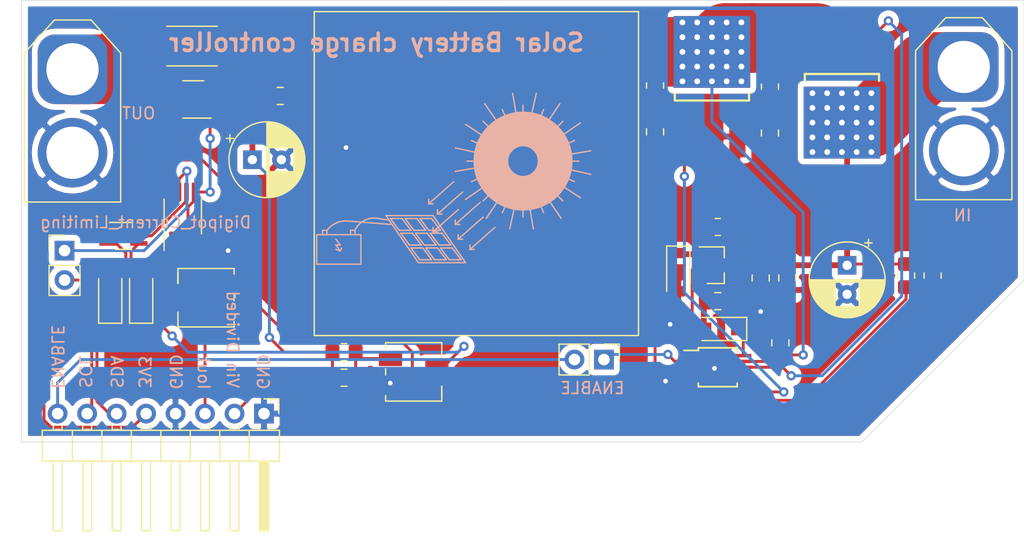
<source format=kicad_pcb>
(kicad_pcb (version 20171130) (host pcbnew 5.1.10)

  (general
    (thickness 1.6)
    (drawings 19)
    (tracks 225)
    (zones 0)
    (modules 37)
    (nets 27)
  )

  (page A4)
  (layers
    (0 F.Cu signal)
    (31 B.Cu signal)
    (32 B.Adhes user)
    (33 F.Adhes user)
    (34 B.Paste user)
    (35 F.Paste user)
    (36 B.SilkS user)
    (37 F.SilkS user)
    (38 B.Mask user)
    (39 F.Mask user)
    (40 Dwgs.User user)
    (41 Cmts.User user)
    (42 Eco1.User user)
    (43 Eco2.User user)
    (44 Edge.Cuts user)
    (45 Margin user)
    (46 B.CrtYd user)
    (47 F.CrtYd user)
    (48 B.Fab user)
    (49 F.Fab user)
  )

  (setup
    (last_trace_width 0.25)
    (user_trace_width 0.5)
    (user_trace_width 6)
    (trace_clearance 0.2)
    (zone_clearance 0.508)
    (zone_45_only no)
    (trace_min 0.2)
    (via_size 0.8)
    (via_drill 0.4)
    (via_min_size 0.4)
    (via_min_drill 0.3)
    (uvia_size 0.3)
    (uvia_drill 0.1)
    (uvias_allowed no)
    (uvia_min_size 0.2)
    (uvia_min_drill 0.1)
    (edge_width 0.05)
    (segment_width 0.2)
    (pcb_text_width 0.3)
    (pcb_text_size 1.5 1.5)
    (mod_edge_width 0.12)
    (mod_text_size 1 1)
    (mod_text_width 0.15)
    (pad_size 1.524 1.524)
    (pad_drill 0.762)
    (pad_to_mask_clearance 0)
    (aux_axis_origin 0 0)
    (visible_elements FFFFFF7F)
    (pcbplotparams
      (layerselection 0x010fc_ffffffff)
      (usegerberextensions false)
      (usegerberattributes true)
      (usegerberadvancedattributes true)
      (creategerberjobfile true)
      (excludeedgelayer true)
      (linewidth 0.100000)
      (plotframeref false)
      (viasonmask false)
      (mode 1)
      (useauxorigin false)
      (hpglpennumber 1)
      (hpglpenspeed 20)
      (hpglpendiameter 15.000000)
      (psnegative false)
      (psa4output false)
      (plotreference true)
      (plotvalue true)
      (plotinvisibletext false)
      (padsonsilk false)
      (subtractmaskfromsilk false)
      (outputformat 1)
      (mirror false)
      (drillshape 1)
      (scaleselection 1)
      (outputdirectory ""))
  )

  (net 0 "")
  (net 1 GND)
  (net 2 +5V)
  (net 3 "Net-(C5-Pad2)")
  (net 4 "Net-(C5-Pad1)")
  (net 5 "Net-(C6-Pad1)")
  (net 6 "Net-(C7-Pad2)")
  (net 7 "Net-(C7-Pad1)")
  (net 8 "Net-(C8-Pad2)")
  (net 9 "Net-(C10-Pad1)")
  (net 10 "Net-(D1-Pad1)")
  (net 11 "Net-(D3-Pad2)")
  (net 12 "Net-(D4-Pad2)")
  (net 13 /VINDIV)
  (net 14 /IOUT)
  (net 15 +3V3)
  (net 16 /SCL)
  (net 17 /SDA)
  (net 18 /EN)
  (net 19 "Net-(J4-Pad1)")
  (net 20 /VOUT)
  (net 21 "Net-(Q2-Pad1)")
  (net 22 "Net-(Q3-Pad1)")
  (net 23 "Net-(RV2-Pad2)")
  (net 24 "Net-(U2-Pad6)")
  (net 25 /VIN)
  (net 26 "Net-(J1-Pad8)")

  (net_class Default "This is the default net class."
    (clearance 0.2)
    (trace_width 0.25)
    (via_dia 0.8)
    (via_drill 0.4)
    (uvia_dia 0.3)
    (uvia_drill 0.1)
    (add_net +3V3)
    (add_net +5V)
    (add_net /EN)
    (add_net /IOUT)
    (add_net /SCL)
    (add_net /SDA)
    (add_net /VIN)
    (add_net /VINDIV)
    (add_net /VOUT)
    (add_net GND)
    (add_net "Net-(C10-Pad1)")
    (add_net "Net-(C5-Pad1)")
    (add_net "Net-(C5-Pad2)")
    (add_net "Net-(C6-Pad1)")
    (add_net "Net-(C7-Pad1)")
    (add_net "Net-(C7-Pad2)")
    (add_net "Net-(C8-Pad2)")
    (add_net "Net-(D1-Pad1)")
    (add_net "Net-(D3-Pad2)")
    (add_net "Net-(D4-Pad2)")
    (add_net "Net-(J1-Pad8)")
    (add_net "Net-(J4-Pad1)")
    (add_net "Net-(Q2-Pad1)")
    (add_net "Net-(Q3-Pad1)")
    (add_net "Net-(RV2-Pad2)")
    (add_net "Net-(U2-Pad6)")
  )

  (module User:SolarEnergy (layer B.Cu) (tedit 617BD10A) (tstamp 617E76B4)
    (at 85.1 76.1 180)
    (fp_text reference REF** (at 0 -0.5) (layer B.SilkS) hide
      (effects (font (size 1 1) (thickness 0.15)) (justify mirror))
    )
    (fp_text value SolarEnergy (at 0 0.5) (layer B.Fab)
      (effects (font (size 1 1) (thickness 0.15)) (justify mirror))
    )
    (fp_arc (start -17.78 23.241) (end -16.129001 24.510999) (angle 52.43140797) (layer B.SilkS) (width 0.12))
    (fp_arc (start -20.193 23.749) (end -18.542001 24.510999) (angle 73.97102169) (layer B.SilkS) (width 0.12))
    (fp_circle (center -33.02 30.48) (end -31.75 30.48) (layer B.SilkS) (width 3))
    (fp_line (start -29.464 30.48) (end -28.19233 30.48) (layer B.SilkS) (width 0.12))
    (fp_line (start -29.464 31.115) (end -27.178 31.623) (layer B.SilkS) (width 0.12))
    (fp_line (start -29.718 31.75) (end -28.575 32.258) (layer B.SilkS) (width 0.12))
    (fp_line (start -29.972 32.385) (end -28.067 33.655) (layer B.SilkS) (width 0.12))
    (fp_line (start -30.48 33.02) (end -29.591 33.909) (layer B.SilkS) (width 0.12))
    (fp_line (start -31.115 33.401) (end -29.718 35.433) (layer B.SilkS) (width 0.12))
    (fp_line (start -31.75 33.782) (end -31.242 34.925) (layer B.SilkS) (width 0.12))
    (fp_line (start -32.512 34.036) (end -32.131 36.322) (layer B.SilkS) (width 0.12))
    (fp_line (start -36.322 31.75) (end -37.465 32.258) (layer B.SilkS) (width 0.12))
    (fp_line (start -35.56 33.02) (end -36.449 33.909) (layer B.SilkS) (width 0.12))
    (fp_line (start -34.925 33.528) (end -36.195 35.433) (layer B.SilkS) (width 0.12))
    (fp_line (start -35.941 32.385) (end -37.973 33.782) (layer B.SilkS) (width 0.12))
    (fp_line (start -33.655 34.036) (end -34.163 36.322) (layer B.SilkS) (width 0.12))
    (fp_line (start -36.576 30.988) (end -38.862 31.369) (layer B.SilkS) (width 0.12))
    (fp_line (start -34.29 33.782) (end -34.798 34.925) (layer B.SilkS) (width 0.12))
    (fp_line (start -33.02 34.036) (end -33.02 35.30767) (layer B.SilkS) (width 0.12))
    (fp_line (start -34.29 27.178) (end -34.798 26.035) (layer B.SilkS) (width 0.12))
    (fp_line (start -35.56 27.94) (end -36.449 27.051) (layer B.SilkS) (width 0.12))
    (fp_line (start -36.068 28.575) (end -37.973 27.305) (layer B.SilkS) (width 0.12))
    (fp_line (start -34.925 27.559) (end -36.322 25.527) (layer B.SilkS) (width 0.12))
    (fp_line (start -36.576 29.845) (end -38.862 29.337) (layer B.SilkS) (width 0.12))
    (fp_line (start -33.528 26.924) (end -33.909 24.638) (layer B.SilkS) (width 0.12))
    (fp_line (start -36.322 29.21) (end -37.465 28.702) (layer B.SilkS) (width 0.12))
    (fp_line (start -36.576 30.48) (end -37.84767 30.48) (layer B.SilkS) (width 0.12))
    (fp_line (start -29.718 29.21) (end -28.575 28.702) (layer B.SilkS) (width 0.12))
    (fp_line (start -30.48 27.94) (end -29.591 27.051) (layer B.SilkS) (width 0.12))
    (fp_line (start -31.115 27.432) (end -29.845 25.527) (layer B.SilkS) (width 0.12))
    (fp_line (start -30.099 28.575) (end -28.067 27.178) (layer B.SilkS) (width 0.12))
    (fp_line (start -32.385 26.924) (end -31.877 24.638) (layer B.SilkS) (width 0.12))
    (fp_line (start -29.464 29.972) (end -27.178 29.591) (layer B.SilkS) (width 0.12))
    (fp_line (start -31.75 27.178) (end -31.242 26.035) (layer B.SilkS) (width 0.12))
    (fp_line (start -33.02 26.924) (end -33.02 25.65233) (layer B.SilkS) (width 0.12))
    (fp_line (start -25.146 25.527) (end -25.908 24.511) (layer B.SilkS) (width 0.12))
    (fp_line (start -25.908 24.511) (end -24.892 24.511) (layer B.SilkS) (width 0.12))
    (fp_line (start -24.892 24.511) (end -24.13 25.527) (layer B.SilkS) (width 0.12))
    (fp_line (start -24.13 25.527) (end -25.146 25.527) (layer B.SilkS) (width 0.12))
    (fp_line (start -25.781 23.241) (end -25.019 24.257) (layer B.SilkS) (width 0.12))
    (fp_line (start -26.035 24.257) (end -26.797 23.241) (layer B.SilkS) (width 0.12))
    (fp_line (start -26.797 23.241) (end -25.781 23.241) (layer B.SilkS) (width 0.12))
    (fp_line (start -25.019 24.257) (end -26.035 24.257) (layer B.SilkS) (width 0.12))
    (fp_line (start -26.67 21.971) (end -25.908 22.987) (layer B.SilkS) (width 0.12))
    (fp_line (start -26.924 22.987) (end -27.686 21.971) (layer B.SilkS) (width 0.12))
    (fp_line (start -27.686 21.971) (end -26.67 21.971) (layer B.SilkS) (width 0.12))
    (fp_line (start -25.908 22.987) (end -26.924 22.987) (layer B.SilkS) (width 0.12))
    (fp_line (start -23.622 24.511) (end -22.86 25.527) (layer B.SilkS) (width 0.12))
    (fp_line (start -23.876 25.527) (end -24.638 24.511) (layer B.SilkS) (width 0.12))
    (fp_line (start -24.638 24.511) (end -23.622 24.511) (layer B.SilkS) (width 0.12))
    (fp_line (start -22.86 25.527) (end -23.876 25.527) (layer B.SilkS) (width 0.12))
    (fp_line (start -24.511 23.241) (end -23.749 24.257) (layer B.SilkS) (width 0.12))
    (fp_line (start -24.765 24.257) (end -25.527 23.241) (layer B.SilkS) (width 0.12))
    (fp_line (start -25.527 23.241) (end -24.511 23.241) (layer B.SilkS) (width 0.12))
    (fp_line (start -23.749 24.257) (end -24.765 24.257) (layer B.SilkS) (width 0.12))
    (fp_line (start -25.4 21.971) (end -24.638 22.987) (layer B.SilkS) (width 0.12))
    (fp_line (start -25.654 22.987) (end -26.416 21.971) (layer B.SilkS) (width 0.12))
    (fp_line (start -26.416 21.971) (end -25.4 21.971) (layer B.SilkS) (width 0.12))
    (fp_line (start -24.638 22.987) (end -25.654 22.987) (layer B.SilkS) (width 0.12))
    (fp_line (start -22.352 24.511) (end -21.59 25.527) (layer B.SilkS) (width 0.12))
    (fp_line (start -22.606 25.527) (end -23.368 24.511) (layer B.SilkS) (width 0.12))
    (fp_line (start -23.368 24.511) (end -22.352 24.511) (layer B.SilkS) (width 0.12))
    (fp_line (start -21.59 25.527) (end -22.606 25.527) (layer B.SilkS) (width 0.12))
    (fp_line (start -23.241 23.241) (end -22.479 24.257) (layer B.SilkS) (width 0.12))
    (fp_line (start -23.495 24.257) (end -24.257 23.241) (layer B.SilkS) (width 0.12))
    (fp_line (start -24.257 23.241) (end -23.241 23.241) (layer B.SilkS) (width 0.12))
    (fp_line (start -22.479 24.257) (end -23.495 24.257) (layer B.SilkS) (width 0.12))
    (fp_line (start -24.13 21.971) (end -23.368 22.987) (layer B.SilkS) (width 0.12))
    (fp_line (start -24.384 22.987) (end -25.146 21.971) (layer B.SilkS) (width 0.12))
    (fp_line (start -25.146 21.971) (end -24.13 21.971) (layer B.SilkS) (width 0.12))
    (fp_line (start -23.368 22.987) (end -24.384 22.987) (layer B.SilkS) (width 0.12))
    (fp_line (start -21.209 25.781) (end -25.273 25.781) (layer B.SilkS) (width 0.12))
    (fp_line (start -25.273 25.781) (end -28.067 21.717) (layer B.SilkS) (width 0.12))
    (fp_line (start -28.067 21.717) (end -24.003 21.717) (layer B.SilkS) (width 0.12))
    (fp_line (start -21.209 25.781) (end -24.003 21.717) (layer B.SilkS) (width 0.12))
    (fp_line (start -15.24 24.13) (end -15.24 21.59) (layer B.SilkS) (width 0.12))
    (fp_line (start -15.24 21.59) (end -19.05 21.59) (layer B.SilkS) (width 0.12))
    (fp_line (start -19.05 21.59) (end -19.05 24.13) (layer B.SilkS) (width 0.12))
    (fp_line (start -19.05 24.13) (end -15.24 24.13) (layer B.SilkS) (width 0.12))
    (fp_line (start -16.891 23.749) (end -17.272 23.241) (layer B.SilkS) (width 0.12))
    (fp_line (start -17.272 23.241) (end -16.891 23.241) (layer B.SilkS) (width 0.12))
    (fp_line (start -16.891 23.241) (end -17.272 22.733) (layer B.SilkS) (width 0.12))
    (fp_line (start -17.272 22.733) (end -17.399 22.987) (layer B.SilkS) (width 0.12))
    (fp_line (start -17.272 22.733) (end -16.891 22.86) (layer B.SilkS) (width 0.12))
    (fp_line (start -18.161 24.13) (end -18.161 24.511) (layer B.SilkS) (width 0.12))
    (fp_line (start -18.161 24.511) (end -18.542 24.511) (layer B.SilkS) (width 0.12))
    (fp_line (start -18.542 24.511) (end -18.542 24.13) (layer B.SilkS) (width 0.12))
    (fp_line (start -15.748 24.13) (end -15.748 24.511) (layer B.SilkS) (width 0.12))
    (fp_line (start -15.748 24.511) (end -16.129 24.511) (layer B.SilkS) (width 0.12))
    (fp_line (start -16.129 24.511) (end -16.129 24.13) (layer B.SilkS) (width 0.12))
    (fp_line (start -17.78 25.323953) (end -21.59 25.019) (layer B.SilkS) (width 0.12))
    (fp_line (start -20.469495 25.546218) (end -21.336 25.4) (layer B.SilkS) (width 0.12))
    (fp_line (start -27.051 28.702) (end -24.892 26.797) (layer B.SilkS) (width 0.12))
    (fp_line (start -24.892 26.797) (end -24.892 27.178) (layer B.SilkS) (width 0.12))
    (fp_line (start -24.892 26.797) (end -25.273 26.797) (layer B.SilkS) (width 0.12))
    (fp_line (start -27.813 27.813) (end -25.654 25.908) (layer B.SilkS) (width 0.12))
    (fp_line (start -25.654 25.908) (end -25.654 26.289) (layer B.SilkS) (width 0.12))
    (fp_line (start -25.654 25.908) (end -26.035 25.908) (layer B.SilkS) (width 0.12))
    (fp_line (start -27.432 26.289) (end -25.273 24.384) (layer B.SilkS) (width 0.12))
    (fp_line (start -25.273 24.384) (end -25.273 24.765) (layer B.SilkS) (width 0.12))
    (fp_line (start -25.273 24.384) (end -25.654 24.384) (layer B.SilkS) (width 0.12))
    (fp_line (start -29.591 25.654) (end -27.432 23.749) (layer B.SilkS) (width 0.12))
    (fp_line (start -27.432 23.749) (end -27.432 24.13) (layer B.SilkS) (width 0.12))
    (fp_line (start -27.432 23.749) (end -27.813 23.749) (layer B.SilkS) (width 0.12))
    (fp_line (start -30.607 24.765) (end -28.448 22.86) (layer B.SilkS) (width 0.12))
    (fp_line (start -28.448 22.86) (end -28.448 23.241) (layer B.SilkS) (width 0.12))
    (fp_line (start -28.448 22.86) (end -28.829 22.86) (layer B.SilkS) (width 0.12))
    (fp_line (start -29.337 26.924) (end -27.178 25.019) (layer B.SilkS) (width 0.12))
    (fp_line (start -27.178 25.019) (end -27.178 25.4) (layer B.SilkS) (width 0.12))
    (fp_line (start -27.178 25.019) (end -27.559 25.019) (layer B.SilkS) (width 0.12))
  )

  (module User:dpak2 (layer F.Cu) (tedit 617BCA34) (tstamp 617C1B33)
    (at 134.4 36.2)
    (descr "MOS boitier DPACK G-D-S")
    (tags "CMD DPACK")
    (path /617D0C76)
    (solder_mask_margin 0.19558)
    (clearance 0.19558)
    (attr smd)
    (fp_text reference Q3 (at -2.11074 -4.11988) (layer F.SilkS) hide
      (effects (font (size 1.27 1.016) (thickness 0.2032)))
    )
    (fp_text value TK6R9P08QM,RQ (at 0.2794 10.75944) (layer F.SilkS) hide
      (effects (font (size 1.016 0.79756) (thickness 0.19558)))
    )
    (fp_line (start -3.19786 3.59918) (end -3.19786 4.19608) (layer F.SilkS) (width 0.19558))
    (fp_line (start 3.19786 4.19608) (end -3.19786 4.19608) (layer F.SilkS) (width 0.19558))
    (fp_line (start 3.19786 3.59918) (end 3.19786 4.19608) (layer F.SilkS) (width 0.19558))
    (pad 1 smd rect (at -2.37236 7.29996) (size 1.397 3.59918) (layers F.Cu F.Paste F.Mask)
      (net 22 "Net-(Q3-Pad1)"))
    (pad 2 smd rect (at 0 0) (size 6.59892 6.1976) (layers F.Cu F.Paste F.Mask)
      (net 3 "Net-(C5-Pad2)"))
    (pad 3 smd rect (at 2.19456 7.29996) (size 1.397 3.59918) (layers F.Cu F.Paste F.Mask)
      (net 1 GND))
    (pad 2 thru_hole circle (at 2.54 -2.54) (size 1 1) (drill 0.5) (layers *.Cu *.Mask)
      (net 3 "Net-(C5-Pad2)"))
    (pad 2 thru_hole circle (at 2.54 -1.27) (size 1 1) (drill 0.5) (layers *.Cu *.Mask)
      (net 3 "Net-(C5-Pad2)"))
    (pad 2 thru_hole circle (at 2.54 0) (size 1 1) (drill 0.5) (layers *.Cu *.Mask)
      (net 3 "Net-(C5-Pad2)"))
    (pad 2 thru_hole circle (at 2.54 1.27) (size 1 1) (drill 0.5) (layers *.Cu *.Mask)
      (net 3 "Net-(C5-Pad2)"))
    (pad 2 thru_hole circle (at 2.54 2.54) (size 1 1) (drill 0.5) (layers *.Cu *.Mask)
      (net 3 "Net-(C5-Pad2)"))
    (pad 2 thru_hole circle (at 1.27 2.54) (size 1 1) (drill 0.5) (layers *.Cu *.Mask)
      (net 3 "Net-(C5-Pad2)"))
    (pad 2 thru_hole circle (at 1.27 1.27) (size 1 1) (drill 0.5) (layers *.Cu *.Mask)
      (net 3 "Net-(C5-Pad2)"))
    (pad 2 thru_hole circle (at 1.27 0) (size 1 1) (drill 0.5) (layers *.Cu *.Mask)
      (net 3 "Net-(C5-Pad2)"))
    (pad 2 thru_hole circle (at 1.27 -1.27) (size 1 1) (drill 0.5) (layers *.Cu *.Mask)
      (net 3 "Net-(C5-Pad2)"))
    (pad 2 thru_hole circle (at 1.27 -2.54) (size 1 1) (drill 0.5) (layers *.Cu *.Mask)
      (net 3 "Net-(C5-Pad2)"))
    (pad 2 thru_hole circle (at 0 -2.54) (size 1 1) (drill 0.5) (layers *.Cu *.Mask)
      (net 3 "Net-(C5-Pad2)"))
    (pad 2 thru_hole circle (at 0 -1.27) (size 1 1) (drill 0.5) (layers *.Cu *.Mask)
      (net 3 "Net-(C5-Pad2)"))
    (pad 2 thru_hole circle (at 0 0) (size 1 1) (drill 0.5) (layers *.Cu *.Mask)
      (net 3 "Net-(C5-Pad2)"))
    (pad 2 thru_hole circle (at 0 1.27) (size 1 1) (drill 0.5) (layers *.Cu *.Mask)
      (net 3 "Net-(C5-Pad2)"))
    (pad 2 thru_hole circle (at 0 2.54) (size 1 1) (drill 0.5) (layers *.Cu *.Mask)
      (net 3 "Net-(C5-Pad2)"))
    (pad 2 thru_hole circle (at -1.27 2.54) (size 1 1) (drill 0.5) (layers *.Cu *.Mask)
      (net 3 "Net-(C5-Pad2)"))
    (pad 2 thru_hole circle (at -1.27 1.27) (size 1 1) (drill 0.5) (layers *.Cu *.Mask)
      (net 3 "Net-(C5-Pad2)"))
    (pad 2 thru_hole circle (at -1.27 0) (size 1 1) (drill 0.5) (layers *.Cu *.Mask)
      (net 3 "Net-(C5-Pad2)"))
    (pad 2 thru_hole circle (at -1.27 -1.27) (size 1 1) (drill 0.5) (layers *.Cu *.Mask)
      (net 3 "Net-(C5-Pad2)"))
    (pad 2 thru_hole circle (at -1.27 -2.54) (size 1 1) (drill 0.5) (layers *.Cu *.Mask)
      (net 3 "Net-(C5-Pad2)"))
    (pad 2 thru_hole circle (at -2.54 -2.54) (size 1 1) (drill 0.5) (layers *.Cu *.Mask)
      (net 3 "Net-(C5-Pad2)"))
    (pad 2 thru_hole circle (at -2.54 -1.27) (size 1 1) (drill 0.5) (layers *.Cu *.Mask)
      (net 3 "Net-(C5-Pad2)"))
    (pad 2 thru_hole circle (at -2.54 0) (size 1 1) (drill 0.5) (layers *.Cu *.Mask)
      (net 3 "Net-(C5-Pad2)"))
    (pad 2 thru_hole circle (at -2.54 1.27) (size 1 1) (drill 0.5) (layers *.Cu *.Mask)
      (net 3 "Net-(C5-Pad2)"))
    (pad 2 thru_hole circle (at -2.54 2.54) (size 1 1) (drill 0.5) (layers *.Cu *.Mask)
      (net 3 "Net-(C5-Pad2)"))
    (pad 2 smd rect (at 0 0) (size 6.59892 6.1976) (layers B.Cu B.Mask)
      (net 3 "Net-(C5-Pad2)"))
    (model smd/dpack_2.wrl
      (at (xyz 0 0 0))
      (scale (xyz 1 1 1))
      (rotate (xyz 0 0 0))
    )
  )

  (module User:dpak2 (layer F.Cu) (tedit 617BC9E8) (tstamp 617C1B29)
    (at 145.6 42.3 180)
    (descr "MOS boitier DPACK G-D-S")
    (tags "CMD DPACK")
    (path /617CE52E)
    (solder_mask_margin 0.19558)
    (clearance 0.19558)
    (attr smd)
    (fp_text reference Q2 (at -2.11074 -4.11988 180) (layer F.SilkS) hide
      (effects (font (size 1.27 1.016) (thickness 0.2032)))
    )
    (fp_text value TK6R9P08QM,RQ (at 0.2794 10.75944 180) (layer F.SilkS) hide
      (effects (font (size 1.016 0.79756) (thickness 0.19558)))
    )
    (fp_line (start -3.19786 3.59918) (end -3.19786 4.19608) (layer F.SilkS) (width 0.19558))
    (fp_line (start 3.19786 4.19608) (end -3.19786 4.19608) (layer F.SilkS) (width 0.19558))
    (fp_line (start 3.19786 3.59918) (end 3.19786 4.19608) (layer F.SilkS) (width 0.19558))
    (pad 1 smd rect (at -2.37236 7.29996 180) (size 1.397 3.59918) (layers F.Cu F.Paste F.Mask)
      (net 21 "Net-(Q2-Pad1)"))
    (pad 2 smd rect (at 0 0 180) (size 6.59892 6.1976) (layers F.Cu F.Paste F.Mask)
      (net 25 /VIN))
    (pad 3 smd rect (at 2.19456 7.29996 180) (size 1.397 3.59918) (layers F.Cu F.Paste F.Mask)
      (net 3 "Net-(C5-Pad2)"))
    (pad 2 thru_hole circle (at 2.54 -2.54 180) (size 1 1) (drill 0.5) (layers *.Cu *.Mask)
      (net 25 /VIN))
    (pad 2 thru_hole circle (at 2.54 -1.27 180) (size 1 1) (drill 0.5) (layers *.Cu *.Mask)
      (net 25 /VIN))
    (pad 2 thru_hole circle (at 2.54 0 180) (size 1 1) (drill 0.5) (layers *.Cu *.Mask)
      (net 25 /VIN))
    (pad 2 thru_hole circle (at 2.54 1.27 180) (size 1 1) (drill 0.5) (layers *.Cu *.Mask)
      (net 25 /VIN))
    (pad 2 thru_hole circle (at 2.54 2.54 180) (size 1 1) (drill 0.5) (layers *.Cu *.Mask)
      (net 25 /VIN))
    (pad 2 thru_hole circle (at 1.27 2.54 180) (size 1 1) (drill 0.5) (layers *.Cu *.Mask)
      (net 25 /VIN))
    (pad 2 thru_hole circle (at 1.27 1.27 180) (size 1 1) (drill 0.5) (layers *.Cu *.Mask)
      (net 25 /VIN))
    (pad 2 thru_hole circle (at 1.27 0 180) (size 1 1) (drill 0.5) (layers *.Cu *.Mask)
      (net 25 /VIN))
    (pad 2 thru_hole circle (at 1.27 -1.27 180) (size 1 1) (drill 0.5) (layers *.Cu *.Mask)
      (net 25 /VIN))
    (pad 2 thru_hole circle (at 1.27 -2.54 180) (size 1 1) (drill 0.5) (layers *.Cu *.Mask)
      (net 25 /VIN))
    (pad 2 thru_hole circle (at 0 -2.54 180) (size 1 1) (drill 0.5) (layers *.Cu *.Mask)
      (net 25 /VIN))
    (pad 2 thru_hole circle (at 0 -1.27 180) (size 1 1) (drill 0.5) (layers *.Cu *.Mask)
      (net 25 /VIN))
    (pad 2 thru_hole circle (at 0 0 180) (size 1 1) (drill 0.5) (layers *.Cu *.Mask)
      (net 25 /VIN))
    (pad 2 thru_hole circle (at 0 1.27 180) (size 1 1) (drill 0.5) (layers *.Cu *.Mask)
      (net 25 /VIN))
    (pad 2 thru_hole circle (at 0 2.54 180) (size 1 1) (drill 0.5) (layers *.Cu *.Mask)
      (net 25 /VIN))
    (pad 2 thru_hole circle (at -1.27 2.54 180) (size 1 1) (drill 0.5) (layers *.Cu *.Mask)
      (net 25 /VIN))
    (pad 2 thru_hole circle (at -1.27 1.27 180) (size 1 1) (drill 0.5) (layers *.Cu *.Mask)
      (net 25 /VIN))
    (pad 2 thru_hole circle (at -1.27 0 180) (size 1 1) (drill 0.5) (layers *.Cu *.Mask)
      (net 25 /VIN))
    (pad 2 thru_hole circle (at -1.27 -1.27 180) (size 1 1) (drill 0.5) (layers *.Cu *.Mask)
      (net 25 /VIN))
    (pad 2 thru_hole circle (at -1.27 -2.54 180) (size 1 1) (drill 0.5) (layers *.Cu *.Mask)
      (net 25 /VIN))
    (pad 2 thru_hole circle (at -2.54 -2.54 180) (size 1 1) (drill 0.5) (layers *.Cu *.Mask)
      (net 25 /VIN))
    (pad 2 thru_hole circle (at -2.54 -1.27 180) (size 1 1) (drill 0.5) (layers *.Cu *.Mask)
      (net 25 /VIN))
    (pad 2 thru_hole circle (at -2.54 0 180) (size 1 1) (drill 0.5) (layers *.Cu *.Mask)
      (net 25 /VIN))
    (pad 2 thru_hole circle (at -2.54 1.27 180) (size 1 1) (drill 0.5) (layers *.Cu *.Mask)
      (net 25 /VIN))
    (pad 2 thru_hole circle (at -2.54 2.54 180) (size 1 1) (drill 0.5) (layers *.Cu *.Mask)
      (net 25 /VIN))
    (pad 2 smd rect (at 0 0 180) (size 6.59892 6.1976) (layers B.Cu B.Mask)
      (net 25 /VIN))
    (model smd/dpack_2.wrl
      (at (xyz 0 0 0))
      (scale (xyz 1 1 1))
      (rotate (xyz 0 0 0))
    )
  )

  (module Package_TO_SOT_SMD:SOT-23-5_HandSoldering (layer F.Cu) (tedit 5A0AB76C) (tstamp 617C1C4C)
    (at 89.7 40.3 180)
    (descr "5-pin SOT23 package")
    (tags "SOT-23-5 hand-soldering")
    (path /61886ED1)
    (attr smd)
    (fp_text reference U4 (at 0 -2.9) (layer F.SilkS) hide
      (effects (font (size 1 1) (thickness 0.15)))
    )
    (fp_text value INA180 (at 0 2.9) (layer F.Fab)
      (effects (font (size 1 1) (thickness 0.15)))
    )
    (fp_line (start 2.38 1.8) (end -2.38 1.8) (layer F.CrtYd) (width 0.05))
    (fp_line (start 2.38 1.8) (end 2.38 -1.8) (layer F.CrtYd) (width 0.05))
    (fp_line (start -2.38 -1.8) (end -2.38 1.8) (layer F.CrtYd) (width 0.05))
    (fp_line (start -2.38 -1.8) (end 2.38 -1.8) (layer F.CrtYd) (width 0.05))
    (fp_line (start 0.9 -1.55) (end 0.9 1.55) (layer F.Fab) (width 0.1))
    (fp_line (start 0.9 1.55) (end -0.9 1.55) (layer F.Fab) (width 0.1))
    (fp_line (start -0.9 -0.9) (end -0.9 1.55) (layer F.Fab) (width 0.1))
    (fp_line (start 0.9 -1.55) (end -0.25 -1.55) (layer F.Fab) (width 0.1))
    (fp_line (start -0.9 -0.9) (end -0.25 -1.55) (layer F.Fab) (width 0.1))
    (fp_line (start 0.9 -1.61) (end -1.55 -1.61) (layer F.SilkS) (width 0.12))
    (fp_line (start -0.9 1.61) (end 0.9 1.61) (layer F.SilkS) (width 0.12))
    (fp_text user %R (at 0 0 90) (layer F.Fab)
      (effects (font (size 0.5 0.5) (thickness 0.075)))
    )
    (pad 5 smd rect (at 1.35 -0.95 180) (size 1.56 0.65) (layers F.Cu F.Paste F.Mask)
      (net 2 +5V))
    (pad 4 smd rect (at 1.35 0.95 180) (size 1.56 0.65) (layers F.Cu F.Paste F.Mask)
      (net 20 /VOUT))
    (pad 3 smd rect (at -1.35 0.95 180) (size 1.56 0.65) (layers F.Cu F.Paste F.Mask)
      (net 9 "Net-(C10-Pad1)"))
    (pad 2 smd rect (at -1.35 0 180) (size 1.56 0.65) (layers F.Cu F.Paste F.Mask)
      (net 1 GND))
    (pad 1 smd rect (at -1.35 -0.95 180) (size 1.56 0.65) (layers F.Cu F.Paste F.Mask)
      (net 14 /IOUT))
    (model ${KISYS3DMOD}/Package_TO_SOT_SMD.3dshapes/SOT-23-5.wrl
      (at (xyz 0 0 0))
      (scale (xyz 1 1 1))
      (rotate (xyz 0 0 0))
    )
  )

  (module Package_TO_SOT_SMD:SOT-363_SC-70-6_Handsoldering (layer F.Cu) (tedit 5A02FF57) (tstamp 617C1C37)
    (at 83.693 52.07)
    (descr "SOT-363, SC-70-6, Handsoldering")
    (tags "SOT-363 SC-70-6 Handsoldering")
    (path /6188ACC1)
    (attr smd)
    (fp_text reference U3 (at 0 -2) (layer F.SilkS) hide
      (effects (font (size 1 1) (thickness 0.15)))
    )
    (fp_text value MCP40D18-User (at 0 2 180) (layer F.Fab)
      (effects (font (size 1 1) (thickness 0.15)))
    )
    (fp_line (start -0.175 -1.1) (end -0.675 -0.6) (layer F.Fab) (width 0.1))
    (fp_line (start 0.675 1.1) (end -0.675 1.1) (layer F.Fab) (width 0.1))
    (fp_line (start 0.675 -1.1) (end 0.675 1.1) (layer F.Fab) (width 0.1))
    (fp_line (start -0.675 -0.6) (end -0.675 1.1) (layer F.Fab) (width 0.1))
    (fp_line (start 0.675 -1.1) (end -0.175 -1.1) (layer F.Fab) (width 0.1))
    (fp_line (start -2.4 -1.4) (end 2.4 -1.4) (layer F.CrtYd) (width 0.05))
    (fp_line (start -2.4 -1.4) (end -2.4 1.4) (layer F.CrtYd) (width 0.05))
    (fp_line (start 2.4 1.4) (end 2.4 -1.4) (layer F.CrtYd) (width 0.05))
    (fp_line (start -0.7 1.16) (end 0.7 1.16) (layer F.SilkS) (width 0.12))
    (fp_line (start 0.7 -1.16) (end -1.2 -1.16) (layer F.SilkS) (width 0.12))
    (fp_line (start -2.4 1.4) (end 2.4 1.4) (layer F.CrtYd) (width 0.05))
    (fp_text user %R (at 0 0 90) (layer F.Fab)
      (effects (font (size 0.5 0.5) (thickness 0.075)))
    )
    (pad 6 smd rect (at 1.33 -0.65) (size 1.5 0.4) (layers F.Cu F.Paste F.Mask)
      (net 2 +5V))
    (pad 5 smd rect (at 1.33 0) (size 1.5 0.4) (layers F.Cu F.Paste F.Mask)
      (net 24 "Net-(U2-Pad6)"))
    (pad 4 smd rect (at 1.33 0.65) (size 1.5 0.4) (layers F.Cu F.Paste F.Mask)
      (net 17 /SDA))
    (pad 3 smd rect (at -1.33 0.65) (size 1.5 0.4) (layers F.Cu F.Paste F.Mask)
      (net 16 /SCL))
    (pad 2 smd rect (at -1.33 0) (size 1.5 0.4) (layers F.Cu F.Paste F.Mask)
      (net 1 GND))
    (pad 1 smd rect (at -1.33 -0.65) (size 1.5 0.4) (layers F.Cu F.Paste F.Mask)
      (net 15 +3V3))
    (model ${KISYS3DMOD}/Package_TO_SOT_SMD.3dshapes/SOT-363_SC-70-6.wrl
      (at (xyz 0 0 0))
      (scale (xyz 1 1 1))
      (rotate (xyz 0 0 0))
    )
  )

  (module Package_SO:MSOP-8_3x3mm_P0.65mm (layer F.Cu) (tedit 5E509FDD) (tstamp 617C1C21)
    (at 88.8 50.4 90)
    (descr "MSOP, 8 Pin (https://www.jedec.org/system/files/docs/mo-187F.pdf variant AA), generated with kicad-footprint-generator ipc_gullwing_generator.py")
    (tags "MSOP SO")
    (path /618388FD)
    (attr smd)
    (fp_text reference U2 (at 0 -2.45 90) (layer F.SilkS) hide
      (effects (font (size 1 1) (thickness 0.15)))
    )
    (fp_text value TLV272 (at 0 2.45 90) (layer F.Fab)
      (effects (font (size 1 1) (thickness 0.15)))
    )
    (fp_line (start 3.18 -1.75) (end -3.18 -1.75) (layer F.CrtYd) (width 0.05))
    (fp_line (start 3.18 1.75) (end 3.18 -1.75) (layer F.CrtYd) (width 0.05))
    (fp_line (start -3.18 1.75) (end 3.18 1.75) (layer F.CrtYd) (width 0.05))
    (fp_line (start -3.18 -1.75) (end -3.18 1.75) (layer F.CrtYd) (width 0.05))
    (fp_line (start -1.5 -0.75) (end -0.75 -1.5) (layer F.Fab) (width 0.1))
    (fp_line (start -1.5 1.5) (end -1.5 -0.75) (layer F.Fab) (width 0.1))
    (fp_line (start 1.5 1.5) (end -1.5 1.5) (layer F.Fab) (width 0.1))
    (fp_line (start 1.5 -1.5) (end 1.5 1.5) (layer F.Fab) (width 0.1))
    (fp_line (start -0.75 -1.5) (end 1.5 -1.5) (layer F.Fab) (width 0.1))
    (fp_line (start 0 -1.61) (end -2.925 -1.61) (layer F.SilkS) (width 0.12))
    (fp_line (start 0 -1.61) (end 1.5 -1.61) (layer F.SilkS) (width 0.12))
    (fp_line (start 0 1.61) (end -1.5 1.61) (layer F.SilkS) (width 0.12))
    (fp_line (start 0 1.61) (end 1.5 1.61) (layer F.SilkS) (width 0.12))
    (fp_text user %R (at 0 0 90) (layer F.Fab)
      (effects (font (size 0.75 0.75) (thickness 0.11)))
    )
    (pad 8 smd roundrect (at 2.1125 -0.975 90) (size 1.625 0.4) (layers F.Cu F.Paste F.Mask) (roundrect_rratio 0.25)
      (net 2 +5V))
    (pad 7 smd roundrect (at 2.1125 -0.325 90) (size 1.625 0.4) (layers F.Cu F.Paste F.Mask) (roundrect_rratio 0.25)
      (net 19 "Net-(J4-Pad1)"))
    (pad 6 smd roundrect (at 2.1125 0.325 90) (size 1.625 0.4) (layers F.Cu F.Paste F.Mask) (roundrect_rratio 0.25)
      (net 24 "Net-(U2-Pad6)"))
    (pad 5 smd roundrect (at 2.1125 0.975 90) (size 1.625 0.4) (layers F.Cu F.Paste F.Mask) (roundrect_rratio 0.25)
      (net 14 /IOUT))
    (pad 4 smd roundrect (at -2.1125 0.975 90) (size 1.625 0.4) (layers F.Cu F.Paste F.Mask) (roundrect_rratio 0.25)
      (net 1 GND))
    (pad 3 smd roundrect (at -2.1125 0.325 90) (size 1.625 0.4) (layers F.Cu F.Paste F.Mask) (roundrect_rratio 0.25)
      (net 14 /IOUT))
    (pad 2 smd roundrect (at -2.1125 -0.325 90) (size 1.625 0.4) (layers F.Cu F.Paste F.Mask) (roundrect_rratio 0.25)
      (net 23 "Net-(RV2-Pad2)"))
    (pad 1 smd roundrect (at -2.1125 -0.975 90) (size 1.625 0.4) (layers F.Cu F.Paste F.Mask) (roundrect_rratio 0.25)
      (net 12 "Net-(D4-Pad2)"))
    (model ${KISYS3DMOD}/Package_SO.3dshapes/MSOP-8_3x3mm_P0.65mm.wrl
      (at (xyz 0 0 0))
      (scale (xyz 1 1 1))
      (rotate (xyz 0 0 0))
    )
  )

  (module Package_SO:MSOP-10_3x3mm_P0.5mm (layer F.Cu) (tedit 5A02F25C) (tstamp 617C1C07)
    (at 134.9 63.4)
    (descr "10-Lead Plastic Micro Small Outline Package (MS) [MSOP] (see Microchip Packaging Specification 00000049BS.pdf)")
    (tags "SSOP 0.5")
    (path /6187FAC2)
    (attr smd)
    (fp_text reference U1 (at 0 -2.6) (layer F.SilkS) hide
      (effects (font (size 1 1) (thickness 0.15)))
    )
    (fp_text value MIC2176 (at 0 2.6) (layer F.Fab)
      (effects (font (size 1 1) (thickness 0.15)))
    )
    (fp_line (start -1.675 -1.45) (end -2.9 -1.45) (layer F.SilkS) (width 0.15))
    (fp_line (start -1.675 1.675) (end 1.675 1.675) (layer F.SilkS) (width 0.15))
    (fp_line (start -1.675 -1.675) (end 1.675 -1.675) (layer F.SilkS) (width 0.15))
    (fp_line (start -1.675 1.675) (end -1.675 1.375) (layer F.SilkS) (width 0.15))
    (fp_line (start 1.675 1.675) (end 1.675 1.375) (layer F.SilkS) (width 0.15))
    (fp_line (start 1.675 -1.675) (end 1.675 -1.375) (layer F.SilkS) (width 0.15))
    (fp_line (start -1.675 -1.675) (end -1.675 -1.45) (layer F.SilkS) (width 0.15))
    (fp_line (start -3.15 1.85) (end 3.15 1.85) (layer F.CrtYd) (width 0.05))
    (fp_line (start -3.15 -1.85) (end 3.15 -1.85) (layer F.CrtYd) (width 0.05))
    (fp_line (start 3.15 -1.85) (end 3.15 1.85) (layer F.CrtYd) (width 0.05))
    (fp_line (start -3.15 -1.85) (end -3.15 1.85) (layer F.CrtYd) (width 0.05))
    (fp_line (start -1.5 -0.5) (end -0.5 -1.5) (layer F.Fab) (width 0.15))
    (fp_line (start -1.5 1.5) (end -1.5 -0.5) (layer F.Fab) (width 0.15))
    (fp_line (start 1.5 1.5) (end -1.5 1.5) (layer F.Fab) (width 0.15))
    (fp_line (start 1.5 -1.5) (end 1.5 1.5) (layer F.Fab) (width 0.15))
    (fp_line (start -0.5 -1.5) (end 1.5 -1.5) (layer F.Fab) (width 0.15))
    (fp_text user %R (at 0 0) (layer F.Fab)
      (effects (font (size 0.6 0.6) (thickness 0.15)))
    )
    (pad 10 smd rect (at 2.2 -1) (size 1.4 0.3) (layers F.Cu F.Paste F.Mask)
      (net 4 "Net-(C5-Pad1)"))
    (pad 9 smd rect (at 2.2 -0.5) (size 1.4 0.3) (layers F.Cu F.Paste F.Mask)
      (net 3 "Net-(C5-Pad2)"))
    (pad 8 smd rect (at 2.2 0) (size 1.4 0.3) (layers F.Cu F.Paste F.Mask)
      (net 21 "Net-(Q2-Pad1)"))
    (pad 7 smd rect (at 2.2 0.5) (size 1.4 0.3) (layers F.Cu F.Paste F.Mask)
      (net 1 GND))
    (pad 6 smd rect (at 2.2 1) (size 1.4 0.3) (layers F.Cu F.Paste F.Mask)
      (net 22 "Net-(Q3-Pad1)"))
    (pad 5 smd rect (at -2.2 1) (size 1.4 0.3) (layers F.Cu F.Paste F.Mask)
      (net 2 +5V))
    (pad 4 smd rect (at -2.2 0.5) (size 1.4 0.3) (layers F.Cu F.Paste F.Mask)
      (net 1 GND))
    (pad 3 smd rect (at -2.2 0) (size 1.4 0.3) (layers F.Cu F.Paste F.Mask)
      (net 6 "Net-(C7-Pad2)"))
    (pad 2 smd rect (at -2.2 -0.5) (size 1.4 0.3) (layers F.Cu F.Paste F.Mask)
      (net 18 /EN))
    (pad 1 smd rect (at -2.2 -1) (size 1.4 0.3) (layers F.Cu F.Paste F.Mask)
      (net 25 /VIN))
    (model ${KISYS3DMOD}/Package_SO.3dshapes/MSOP-10_3x3mm_P0.5mm.wrl
      (at (xyz 0 0 0))
      (scale (xyz 1 1 1))
      (rotate (xyz 0 0 0))
    )
  )

  (module Potentiometer_SMD:Potentiometer_Bourns_3214J_Horizontal (layer F.Cu) (tedit 5A3D7171) (tstamp 617C1BE8)
    (at 90.805 57.404)
    (descr "Potentiometer, horizontal, Bourns 3214J, https://www.bourns.com/docs/Product-Datasheets/3214.pdf")
    (tags "Potentiometer horizontal Bourns 3214J")
    (path /6188D59A)
    (attr smd)
    (fp_text reference RV2 (at 0 -3.65) (layer F.SilkS) hide
      (effects (font (size 1 1) (thickness 0.15)))
    )
    (fp_text value 50k (at 0 3.65) (layer F.Fab)
      (effects (font (size 1 1) (thickness 0.15)))
    )
    (fp_line (start 3.25 -2.65) (end -3.25 -2.65) (layer F.CrtYd) (width 0.05))
    (fp_line (start 3.25 2.65) (end 3.25 -2.65) (layer F.CrtYd) (width 0.05))
    (fp_line (start -3.25 2.65) (end 3.25 2.65) (layer F.CrtYd) (width 0.05))
    (fp_line (start -3.25 -2.65) (end -3.25 2.65) (layer F.CrtYd) (width 0.05))
    (fp_line (start -2.42 -2.14) (end -2.42 -1.24) (layer F.SilkS) (width 0.12))
    (fp_line (start -2.42 -2.14) (end -2.42 -1.24) (layer F.SilkS) (width 0.12))
    (fp_line (start -2.42 -2.14) (end -2.42 -2.14) (layer F.SilkS) (width 0.12))
    (fp_line (start 2.42 2.04) (end 2.42 2.52) (layer F.SilkS) (width 0.12))
    (fp_line (start 2.42 -0.26) (end 2.42 0.26) (layer F.SilkS) (width 0.12))
    (fp_line (start 2.42 -2.52) (end 2.42 -2.04) (layer F.SilkS) (width 0.12))
    (fp_line (start -2.42 1.24) (end -2.42 2.52) (layer F.SilkS) (width 0.12))
    (fp_line (start -2.42 -2.52) (end -2.42 -1.24) (layer F.SilkS) (width 0.12))
    (fp_line (start -2.42 2.52) (end 2.42 2.52) (layer F.SilkS) (width 0.12))
    (fp_line (start -2.42 -2.52) (end 2.42 -2.52) (layer F.SilkS) (width 0.12))
    (fp_line (start -2.3 -1.13) (end -2.3 -1.13) (layer F.Fab) (width 0.1))
    (fp_line (start -2.3 -2.02) (end -2.3 -2.02) (layer F.Fab) (width 0.1))
    (fp_line (start -2.3 -0.24) (end -2.3 -2.02) (layer F.Fab) (width 0.1))
    (fp_line (start -2.3 -0.24) (end -2.3 -0.24) (layer F.Fab) (width 0.1))
    (fp_line (start -2.3 -2.02) (end -2.3 -0.24) (layer F.Fab) (width 0.1))
    (fp_line (start 2.3 -2.4) (end -2.3 -2.4) (layer F.Fab) (width 0.1))
    (fp_line (start 2.3 2.4) (end 2.3 -2.4) (layer F.Fab) (width 0.1))
    (fp_line (start -2.3 2.4) (end 2.3 2.4) (layer F.Fab) (width 0.1))
    (fp_line (start -2.3 -2.4) (end -2.3 2.4) (layer F.Fab) (width 0.1))
    (fp_text user %R (at 0 0) (layer F.Fab)
      (effects (font (size 1 1) (thickness 0.15)))
    )
    (pad 3 smd rect (at 2 1.15) (size 2 1.3) (layers F.Cu F.Paste F.Mask)
      (net 2 +5V))
    (pad 2 smd rect (at -2 0) (size 2 2) (layers F.Cu F.Paste F.Mask)
      (net 23 "Net-(RV2-Pad2)"))
    (pad 1 smd rect (at 2 -1.15) (size 2 1.3) (layers F.Cu F.Paste F.Mask)
      (net 1 GND))
    (model ${KISYS3DMOD}/Potentiometer_SMD.3dshapes/Potentiometer_Bourns_3214J_Horizontal.wrl
      (at (xyz 0 0 0))
      (scale (xyz 1 1 1))
      (rotate (xyz 0 0 0))
    )
  )

  (module Potentiometer_SMD:Potentiometer_Bourns_3214J_Horizontal (layer F.Cu) (tedit 5A3D7171) (tstamp 617C1BC9)
    (at 108.7 63.8 180)
    (descr "Potentiometer, horizontal, Bourns 3214J, https://www.bourns.com/docs/Product-Datasheets/3214.pdf")
    (tags "Potentiometer horizontal Bourns 3214J")
    (path /61804800)
    (attr smd)
    (fp_text reference RV1 (at 0 -3.65) (layer F.SilkS) hide
      (effects (font (size 1 1) (thickness 0.15)))
    )
    (fp_text value 1k (at 0 3.65) (layer F.Fab)
      (effects (font (size 1 1) (thickness 0.15)))
    )
    (fp_line (start 3.25 -2.65) (end -3.25 -2.65) (layer F.CrtYd) (width 0.05))
    (fp_line (start 3.25 2.65) (end 3.25 -2.65) (layer F.CrtYd) (width 0.05))
    (fp_line (start -3.25 2.65) (end 3.25 2.65) (layer F.CrtYd) (width 0.05))
    (fp_line (start -3.25 -2.65) (end -3.25 2.65) (layer F.CrtYd) (width 0.05))
    (fp_line (start -2.42 -2.14) (end -2.42 -1.24) (layer F.SilkS) (width 0.12))
    (fp_line (start -2.42 -2.14) (end -2.42 -1.24) (layer F.SilkS) (width 0.12))
    (fp_line (start -2.42 -2.14) (end -2.42 -2.14) (layer F.SilkS) (width 0.12))
    (fp_line (start 2.42 2.04) (end 2.42 2.52) (layer F.SilkS) (width 0.12))
    (fp_line (start 2.42 -0.26) (end 2.42 0.26) (layer F.SilkS) (width 0.12))
    (fp_line (start 2.42 -2.52) (end 2.42 -2.04) (layer F.SilkS) (width 0.12))
    (fp_line (start -2.42 1.24) (end -2.42 2.52) (layer F.SilkS) (width 0.12))
    (fp_line (start -2.42 -2.52) (end -2.42 -1.24) (layer F.SilkS) (width 0.12))
    (fp_line (start -2.42 2.52) (end 2.42 2.52) (layer F.SilkS) (width 0.12))
    (fp_line (start -2.42 -2.52) (end 2.42 -2.52) (layer F.SilkS) (width 0.12))
    (fp_line (start -2.3 -1.13) (end -2.3 -1.13) (layer F.Fab) (width 0.1))
    (fp_line (start -2.3 -2.02) (end -2.3 -2.02) (layer F.Fab) (width 0.1))
    (fp_line (start -2.3 -0.24) (end -2.3 -2.02) (layer F.Fab) (width 0.1))
    (fp_line (start -2.3 -0.24) (end -2.3 -0.24) (layer F.Fab) (width 0.1))
    (fp_line (start -2.3 -2.02) (end -2.3 -0.24) (layer F.Fab) (width 0.1))
    (fp_line (start 2.3 -2.4) (end -2.3 -2.4) (layer F.Fab) (width 0.1))
    (fp_line (start 2.3 2.4) (end 2.3 -2.4) (layer F.Fab) (width 0.1))
    (fp_line (start -2.3 2.4) (end 2.3 2.4) (layer F.Fab) (width 0.1))
    (fp_line (start -2.3 -2.4) (end -2.3 2.4) (layer F.Fab) (width 0.1))
    (fp_text user %R (at 0 0) (layer F.Fab)
      (effects (font (size 1 1) (thickness 0.15)))
    )
    (pad 3 smd rect (at 2 1.15 180) (size 2 1.3) (layers F.Cu F.Paste F.Mask)
      (net 8 "Net-(C8-Pad2)"))
    (pad 2 smd rect (at -2 0 180) (size 2 2) (layers F.Cu F.Paste F.Mask)
      (net 6 "Net-(C7-Pad2)"))
    (pad 1 smd rect (at 2 -1.15 180) (size 2 1.3) (layers F.Cu F.Paste F.Mask)
      (net 1 GND))
    (model ${KISYS3DMOD}/Potentiometer_SMD.3dshapes/Potentiometer_Bourns_3214J_Horizontal.wrl
      (at (xyz 0 0 0))
      (scale (xyz 1 1 1))
      (rotate (xyz 0 0 0))
    )
  )

  (module Resistor_SMD:R_2512_6332Metric_Pad1.40x3.35mm_HandSolder (layer F.Cu) (tedit 5F68FEEE) (tstamp 617C1BAA)
    (at 89.6 35.7)
    (descr "Resistor SMD 2512 (6332 Metric), square (rectangular) end terminal, IPC_7351 nominal with elongated pad for handsoldering. (Body size source: IPC-SM-782 page 72, https://www.pcb-3d.com/wordpress/wp-content/uploads/ipc-sm-782a_amendment_1_and_2.pdf), generated with kicad-footprint-generator")
    (tags "resistor handsolder")
    (path /6180F401)
    (attr smd)
    (fp_text reference R7 (at 0 -2.62) (layer F.SilkS) hide
      (effects (font (size 1 1) (thickness 0.15)))
    )
    (fp_text value R010 (at 0 2.62) (layer F.Fab)
      (effects (font (size 1 1) (thickness 0.15)))
    )
    (fp_line (start 4 1.92) (end -4 1.92) (layer F.CrtYd) (width 0.05))
    (fp_line (start 4 -1.92) (end 4 1.92) (layer F.CrtYd) (width 0.05))
    (fp_line (start -4 -1.92) (end 4 -1.92) (layer F.CrtYd) (width 0.05))
    (fp_line (start -4 1.92) (end -4 -1.92) (layer F.CrtYd) (width 0.05))
    (fp_line (start -2.177064 1.71) (end 2.177064 1.71) (layer F.SilkS) (width 0.12))
    (fp_line (start -2.177064 -1.71) (end 2.177064 -1.71) (layer F.SilkS) (width 0.12))
    (fp_line (start 3.15 1.6) (end -3.15 1.6) (layer F.Fab) (width 0.1))
    (fp_line (start 3.15 -1.6) (end 3.15 1.6) (layer F.Fab) (width 0.1))
    (fp_line (start -3.15 -1.6) (end 3.15 -1.6) (layer F.Fab) (width 0.1))
    (fp_line (start -3.15 1.6) (end -3.15 -1.6) (layer F.Fab) (width 0.1))
    (fp_text user %R (at 0 0) (layer F.Fab)
      (effects (font (size 1 1) (thickness 0.15)))
    )
    (pad 2 smd roundrect (at 3.05 0) (size 1.4 3.35) (layers F.Cu F.Paste F.Mask) (roundrect_rratio 0.178571)
      (net 9 "Net-(C10-Pad1)"))
    (pad 1 smd roundrect (at -3.05 0) (size 1.4 3.35) (layers F.Cu F.Paste F.Mask) (roundrect_rratio 0.178571)
      (net 20 /VOUT))
    (model ${KISYS3DMOD}/Resistor_SMD.3dshapes/R_2512_6332Metric.wrl
      (at (xyz 0 0 0))
      (scale (xyz 1 1 1))
      (rotate (xyz 0 0 0))
    )
  )

  (module Resistor_SMD:R_0805_2012Metric_Pad1.20x1.40mm_HandSolder (layer F.Cu) (tedit 5F68FEEE) (tstamp 617C1B99)
    (at 153.416 55.499 90)
    (descr "Resistor SMD 0805 (2012 Metric), square (rectangular) end terminal, IPC_7351 nominal with elongated pad for handsoldering. (Body size source: IPC-SM-782 page 72, https://www.pcb-3d.com/wordpress/wp-content/uploads/ipc-sm-782a_amendment_1_and_2.pdf), generated with kicad-footprint-generator")
    (tags "resistor handsolder")
    (path /618E6E52)
    (attr smd)
    (fp_text reference R6 (at 0 -1.65 90) (layer F.SilkS) hide
      (effects (font (size 1 1) (thickness 0.15)))
    )
    (fp_text value 1k (at 0 1.65 90) (layer F.Fab)
      (effects (font (size 1 1) (thickness 0.15)))
    )
    (fp_line (start 1.85 0.95) (end -1.85 0.95) (layer F.CrtYd) (width 0.05))
    (fp_line (start 1.85 -0.95) (end 1.85 0.95) (layer F.CrtYd) (width 0.05))
    (fp_line (start -1.85 -0.95) (end 1.85 -0.95) (layer F.CrtYd) (width 0.05))
    (fp_line (start -1.85 0.95) (end -1.85 -0.95) (layer F.CrtYd) (width 0.05))
    (fp_line (start -0.227064 0.735) (end 0.227064 0.735) (layer F.SilkS) (width 0.12))
    (fp_line (start -0.227064 -0.735) (end 0.227064 -0.735) (layer F.SilkS) (width 0.12))
    (fp_line (start 1 0.625) (end -1 0.625) (layer F.Fab) (width 0.1))
    (fp_line (start 1 -0.625) (end 1 0.625) (layer F.Fab) (width 0.1))
    (fp_line (start -1 -0.625) (end 1 -0.625) (layer F.Fab) (width 0.1))
    (fp_line (start -1 0.625) (end -1 -0.625) (layer F.Fab) (width 0.1))
    (fp_text user %R (at 0 0 90) (layer F.Fab)
      (effects (font (size 0.5 0.5) (thickness 0.08)))
    )
    (pad 2 smd roundrect (at 1 0 90) (size 1.2 1.4) (layers F.Cu F.Paste F.Mask) (roundrect_rratio 0.208333)
      (net 1 GND))
    (pad 1 smd roundrect (at -1 0 90) (size 1.2 1.4) (layers F.Cu F.Paste F.Mask) (roundrect_rratio 0.208333)
      (net 13 /VINDIV))
    (model ${KISYS3DMOD}/Resistor_SMD.3dshapes/R_0805_2012Metric.wrl
      (at (xyz 0 0 0))
      (scale (xyz 1 1 1))
      (rotate (xyz 0 0 0))
    )
  )

  (module Resistor_SMD:R_0805_2012Metric_Pad1.20x1.40mm_HandSolder (layer F.Cu) (tedit 5F68FEEE) (tstamp 617C1B88)
    (at 151.13 55.499 270)
    (descr "Resistor SMD 0805 (2012 Metric), square (rectangular) end terminal, IPC_7351 nominal with elongated pad for handsoldering. (Body size source: IPC-SM-782 page 72, https://www.pcb-3d.com/wordpress/wp-content/uploads/ipc-sm-782a_amendment_1_and_2.pdf), generated with kicad-footprint-generator")
    (tags "resistor handsolder")
    (path /618E62A4)
    (attr smd)
    (fp_text reference R5 (at 0 -1.65 90) (layer F.SilkS) hide
      (effects (font (size 1 1) (thickness 0.15)))
    )
    (fp_text value 18k (at 0 1.65 90) (layer F.Fab)
      (effects (font (size 1 1) (thickness 0.15)))
    )
    (fp_line (start 1.85 0.95) (end -1.85 0.95) (layer F.CrtYd) (width 0.05))
    (fp_line (start 1.85 -0.95) (end 1.85 0.95) (layer F.CrtYd) (width 0.05))
    (fp_line (start -1.85 -0.95) (end 1.85 -0.95) (layer F.CrtYd) (width 0.05))
    (fp_line (start -1.85 0.95) (end -1.85 -0.95) (layer F.CrtYd) (width 0.05))
    (fp_line (start -0.227064 0.735) (end 0.227064 0.735) (layer F.SilkS) (width 0.12))
    (fp_line (start -0.227064 -0.735) (end 0.227064 -0.735) (layer F.SilkS) (width 0.12))
    (fp_line (start 1 0.625) (end -1 0.625) (layer F.Fab) (width 0.1))
    (fp_line (start 1 -0.625) (end 1 0.625) (layer F.Fab) (width 0.1))
    (fp_line (start -1 -0.625) (end 1 -0.625) (layer F.Fab) (width 0.1))
    (fp_line (start -1 0.625) (end -1 -0.625) (layer F.Fab) (width 0.1))
    (fp_text user %R (at 0 0 90) (layer F.Fab)
      (effects (font (size 0.5 0.5) (thickness 0.08)))
    )
    (pad 2 smd roundrect (at 1 0 270) (size 1.2 1.4) (layers F.Cu F.Paste F.Mask) (roundrect_rratio 0.208333)
      (net 13 /VINDIV))
    (pad 1 smd roundrect (at -1 0 270) (size 1.2 1.4) (layers F.Cu F.Paste F.Mask) (roundrect_rratio 0.208333)
      (net 25 /VIN))
    (model ${KISYS3DMOD}/Resistor_SMD.3dshapes/R_0805_2012Metric.wrl
      (at (xyz 0 0 0))
      (scale (xyz 1 1 1))
      (rotate (xyz 0 0 0))
    )
  )

  (module Resistor_SMD:R_0805_2012Metric_Pad1.20x1.40mm_HandSolder (layer F.Cu) (tedit 5F68FEEE) (tstamp 617C1B77)
    (at 102.7 62.1)
    (descr "Resistor SMD 0805 (2012 Metric), square (rectangular) end terminal, IPC_7351 nominal with elongated pad for handsoldering. (Body size source: IPC-SM-782 page 72, https://www.pcb-3d.com/wordpress/wp-content/uploads/ipc-sm-782a_amendment_1_and_2.pdf), generated with kicad-footprint-generator")
    (tags "resistor handsolder")
    (path /617E6D92)
    (attr smd)
    (fp_text reference R4 (at 0 -1.65) (layer F.SilkS) hide
      (effects (font (size 1 1) (thickness 0.15)))
    )
    (fp_text value 10k (at 0 1.65) (layer F.Fab)
      (effects (font (size 1 1) (thickness 0.15)))
    )
    (fp_line (start 1.85 0.95) (end -1.85 0.95) (layer F.CrtYd) (width 0.05))
    (fp_line (start 1.85 -0.95) (end 1.85 0.95) (layer F.CrtYd) (width 0.05))
    (fp_line (start -1.85 -0.95) (end 1.85 -0.95) (layer F.CrtYd) (width 0.05))
    (fp_line (start -1.85 0.95) (end -1.85 -0.95) (layer F.CrtYd) (width 0.05))
    (fp_line (start -0.227064 0.735) (end 0.227064 0.735) (layer F.SilkS) (width 0.12))
    (fp_line (start -0.227064 -0.735) (end 0.227064 -0.735) (layer F.SilkS) (width 0.12))
    (fp_line (start 1 0.625) (end -1 0.625) (layer F.Fab) (width 0.1))
    (fp_line (start 1 -0.625) (end 1 0.625) (layer F.Fab) (width 0.1))
    (fp_line (start -1 -0.625) (end 1 -0.625) (layer F.Fab) (width 0.1))
    (fp_line (start -1 0.625) (end -1 -0.625) (layer F.Fab) (width 0.1))
    (fp_text user %R (at 0 0) (layer F.Fab)
      (effects (font (size 0.5 0.5) (thickness 0.08)))
    )
    (pad 2 smd roundrect (at 1 0) (size 1.2 1.4) (layers F.Cu F.Paste F.Mask) (roundrect_rratio 0.208333)
      (net 8 "Net-(C8-Pad2)"))
    (pad 1 smd roundrect (at -1 0) (size 1.2 1.4) (layers F.Cu F.Paste F.Mask) (roundrect_rratio 0.208333)
      (net 9 "Net-(C10-Pad1)"))
    (model ${KISYS3DMOD}/Resistor_SMD.3dshapes/R_0805_2012Metric.wrl
      (at (xyz 0 0 0))
      (scale (xyz 1 1 1))
      (rotate (xyz 0 0 0))
    )
  )

  (module Resistor_SMD:R_0805_2012Metric_Pad1.20x1.40mm_HandSolder (layer F.Cu) (tedit 5F68FEEE) (tstamp 617C1B66)
    (at 129.5 39.1 270)
    (descr "Resistor SMD 0805 (2012 Metric), square (rectangular) end terminal, IPC_7351 nominal with elongated pad for handsoldering. (Body size source: IPC-SM-782 page 72, https://www.pcb-3d.com/wordpress/wp-content/uploads/ipc-sm-782a_amendment_1_and_2.pdf), generated with kicad-footprint-generator")
    (tags "resistor handsolder")
    (path /617E608A)
    (attr smd)
    (fp_text reference R3 (at 0 -1.65 90) (layer F.SilkS) hide
      (effects (font (size 1 1) (thickness 0.15)))
    )
    (fp_text value 10k (at 0 1.65 90) (layer F.Fab)
      (effects (font (size 1 1) (thickness 0.15)))
    )
    (fp_line (start 1.85 0.95) (end -1.85 0.95) (layer F.CrtYd) (width 0.05))
    (fp_line (start 1.85 -0.95) (end 1.85 0.95) (layer F.CrtYd) (width 0.05))
    (fp_line (start -1.85 -0.95) (end 1.85 -0.95) (layer F.CrtYd) (width 0.05))
    (fp_line (start -1.85 0.95) (end -1.85 -0.95) (layer F.CrtYd) (width 0.05))
    (fp_line (start -0.227064 0.735) (end 0.227064 0.735) (layer F.SilkS) (width 0.12))
    (fp_line (start -0.227064 -0.735) (end 0.227064 -0.735) (layer F.SilkS) (width 0.12))
    (fp_line (start 1 0.625) (end -1 0.625) (layer F.Fab) (width 0.1))
    (fp_line (start 1 -0.625) (end 1 0.625) (layer F.Fab) (width 0.1))
    (fp_line (start -1 -0.625) (end 1 -0.625) (layer F.Fab) (width 0.1))
    (fp_line (start -1 0.625) (end -1 -0.625) (layer F.Fab) (width 0.1))
    (fp_text user %R (at 0 0 90) (layer F.Fab)
      (effects (font (size 0.5 0.5) (thickness 0.08)))
    )
    (pad 2 smd roundrect (at 1 0 270) (size 1.2 1.4) (layers F.Cu F.Paste F.Mask) (roundrect_rratio 0.208333)
      (net 7 "Net-(C7-Pad1)"))
    (pad 1 smd roundrect (at -1 0 270) (size 1.2 1.4) (layers F.Cu F.Paste F.Mask) (roundrect_rratio 0.208333)
      (net 3 "Net-(C5-Pad2)"))
    (model ${KISYS3DMOD}/Resistor_SMD.3dshapes/R_0805_2012Metric.wrl
      (at (xyz 0 0 0))
      (scale (xyz 1 1 1))
      (rotate (xyz 0 0 0))
    )
  )

  (module Resistor_SMD:R_0805_2012Metric_Pad1.20x1.40mm_HandSolder (layer F.Cu) (tedit 5F68FEEE) (tstamp 617C1B55)
    (at 139.4 39.2 270)
    (descr "Resistor SMD 0805 (2012 Metric), square (rectangular) end terminal, IPC_7351 nominal with elongated pad for handsoldering. (Body size source: IPC-SM-782 page 72, https://www.pcb-3d.com/wordpress/wp-content/uploads/ipc-sm-782a_amendment_1_and_2.pdf), generated with kicad-footprint-generator")
    (tags "resistor handsolder")
    (path /617DEE55)
    (attr smd)
    (fp_text reference R2 (at 0 -1.65 90) (layer F.SilkS) hide
      (effects (font (size 1 1) (thickness 0.15)))
    )
    (fp_text value 1R21 (at 0 1.65 90) (layer F.Fab)
      (effects (font (size 1 1) (thickness 0.15)))
    )
    (fp_line (start 1.85 0.95) (end -1.85 0.95) (layer F.CrtYd) (width 0.05))
    (fp_line (start 1.85 -0.95) (end 1.85 0.95) (layer F.CrtYd) (width 0.05))
    (fp_line (start -1.85 -0.95) (end 1.85 -0.95) (layer F.CrtYd) (width 0.05))
    (fp_line (start -1.85 0.95) (end -1.85 -0.95) (layer F.CrtYd) (width 0.05))
    (fp_line (start -0.227064 0.735) (end 0.227064 0.735) (layer F.SilkS) (width 0.12))
    (fp_line (start -0.227064 -0.735) (end 0.227064 -0.735) (layer F.SilkS) (width 0.12))
    (fp_line (start 1 0.625) (end -1 0.625) (layer F.Fab) (width 0.1))
    (fp_line (start 1 -0.625) (end 1 0.625) (layer F.Fab) (width 0.1))
    (fp_line (start -1 -0.625) (end 1 -0.625) (layer F.Fab) (width 0.1))
    (fp_line (start -1 0.625) (end -1 -0.625) (layer F.Fab) (width 0.1))
    (fp_text user %R (at 0 0 90) (layer F.Fab)
      (effects (font (size 0.5 0.5) (thickness 0.08)))
    )
    (pad 2 smd roundrect (at 1 0 270) (size 1.2 1.4) (layers F.Cu F.Paste F.Mask) (roundrect_rratio 0.208333)
      (net 5 "Net-(C6-Pad1)"))
    (pad 1 smd roundrect (at -1 0 270) (size 1.2 1.4) (layers F.Cu F.Paste F.Mask) (roundrect_rratio 0.208333)
      (net 3 "Net-(C5-Pad2)"))
    (model ${KISYS3DMOD}/Resistor_SMD.3dshapes/R_0805_2012Metric.wrl
      (at (xyz 0 0 0))
      (scale (xyz 1 1 1))
      (rotate (xyz 0 0 0))
    )
  )

  (module Resistor_SMD:R_0805_2012Metric_Pad1.20x1.40mm_HandSolder (layer F.Cu) (tedit 5F68FEEE) (tstamp 617C1B44)
    (at 134.9 51.3 180)
    (descr "Resistor SMD 0805 (2012 Metric), square (rectangular) end terminal, IPC_7351 nominal with elongated pad for handsoldering. (Body size source: IPC-SM-782 page 72, https://www.pcb-3d.com/wordpress/wp-content/uploads/ipc-sm-782a_amendment_1_and_2.pdf), generated with kicad-footprint-generator")
    (tags "resistor handsolder")
    (path /617BB8CD)
    (attr smd)
    (fp_text reference R1 (at 0 -1.65) (layer F.SilkS) hide
      (effects (font (size 1 1) (thickness 0.15)))
    )
    (fp_text value 10k (at 0 1.65) (layer F.Fab)
      (effects (font (size 1 1) (thickness 0.15)))
    )
    (fp_line (start 1.85 0.95) (end -1.85 0.95) (layer F.CrtYd) (width 0.05))
    (fp_line (start 1.85 -0.95) (end 1.85 0.95) (layer F.CrtYd) (width 0.05))
    (fp_line (start -1.85 -0.95) (end 1.85 -0.95) (layer F.CrtYd) (width 0.05))
    (fp_line (start -1.85 0.95) (end -1.85 -0.95) (layer F.CrtYd) (width 0.05))
    (fp_line (start -0.227064 0.735) (end 0.227064 0.735) (layer F.SilkS) (width 0.12))
    (fp_line (start -0.227064 -0.735) (end 0.227064 -0.735) (layer F.SilkS) (width 0.12))
    (fp_line (start 1 0.625) (end -1 0.625) (layer F.Fab) (width 0.1))
    (fp_line (start 1 -0.625) (end 1 0.625) (layer F.Fab) (width 0.1))
    (fp_line (start -1 -0.625) (end 1 -0.625) (layer F.Fab) (width 0.1))
    (fp_line (start -1 0.625) (end -1 -0.625) (layer F.Fab) (width 0.1))
    (fp_text user %R (at 0 0) (layer F.Fab)
      (effects (font (size 0.5 0.5) (thickness 0.08)))
    )
    (pad 2 smd roundrect (at 1 0 180) (size 1.2 1.4) (layers F.Cu F.Paste F.Mask) (roundrect_rratio 0.208333)
      (net 10 "Net-(D1-Pad1)"))
    (pad 1 smd roundrect (at -1 0 180) (size 1.2 1.4) (layers F.Cu F.Paste F.Mask) (roundrect_rratio 0.208333)
      (net 25 /VIN))
    (model ${KISYS3DMOD}/Resistor_SMD.3dshapes/R_0805_2012Metric.wrl
      (at (xyz 0 0 0))
      (scale (xyz 1 1 1))
      (rotate (xyz 0 0 0))
    )
  )

  (module Package_TO_SOT_SMD:SOT-23 (layer F.Cu) (tedit 5A02FF57) (tstamp 617C1B1F)
    (at 134.7 54.6)
    (descr "SOT-23, Standard")
    (tags SOT-23)
    (path /617BCFB2)
    (attr smd)
    (fp_text reference Q1 (at 0 -2.5) (layer F.SilkS) hide
      (effects (font (size 1 1) (thickness 0.15)))
    )
    (fp_text value BC847 (at 0 2.5) (layer F.Fab)
      (effects (font (size 1 1) (thickness 0.15)))
    )
    (fp_line (start 0.76 1.58) (end -0.7 1.58) (layer F.SilkS) (width 0.12))
    (fp_line (start 0.76 -1.58) (end -1.4 -1.58) (layer F.SilkS) (width 0.12))
    (fp_line (start -1.7 1.75) (end -1.7 -1.75) (layer F.CrtYd) (width 0.05))
    (fp_line (start 1.7 1.75) (end -1.7 1.75) (layer F.CrtYd) (width 0.05))
    (fp_line (start 1.7 -1.75) (end 1.7 1.75) (layer F.CrtYd) (width 0.05))
    (fp_line (start -1.7 -1.75) (end 1.7 -1.75) (layer F.CrtYd) (width 0.05))
    (fp_line (start 0.76 -1.58) (end 0.76 -0.65) (layer F.SilkS) (width 0.12))
    (fp_line (start 0.76 1.58) (end 0.76 0.65) (layer F.SilkS) (width 0.12))
    (fp_line (start -0.7 1.52) (end 0.7 1.52) (layer F.Fab) (width 0.1))
    (fp_line (start 0.7 -1.52) (end 0.7 1.52) (layer F.Fab) (width 0.1))
    (fp_line (start -0.7 -0.95) (end -0.15 -1.52) (layer F.Fab) (width 0.1))
    (fp_line (start -0.15 -1.52) (end 0.7 -1.52) (layer F.Fab) (width 0.1))
    (fp_line (start -0.7 -0.95) (end -0.7 1.5) (layer F.Fab) (width 0.1))
    (fp_text user %R (at 0 0 90) (layer F.Fab)
      (effects (font (size 0.5 0.5) (thickness 0.075)))
    )
    (pad 3 smd rect (at 1 0) (size 0.9 0.8) (layers F.Cu F.Paste F.Mask)
      (net 25 /VIN))
    (pad 2 smd rect (at -1 0.95) (size 0.9 0.8) (layers F.Cu F.Paste F.Mask)
      (net 2 +5V))
    (pad 1 smd rect (at -1 -0.95) (size 0.9 0.8) (layers F.Cu F.Paste F.Mask)
      (net 10 "Net-(D1-Pad1)"))
    (model ${KISYS3DMOD}/Package_TO_SOT_SMD.3dshapes/SOT-23.wrl
      (at (xyz 0 0 0))
      (scale (xyz 1 1 1))
      (rotate (xyz 0 0 0))
    )
  )

  (module User:SER2900 (layer F.Cu) (tedit 617BC496) (tstamp 617C1B0A)
    (at 114.1 50 180)
    (path /617EC6D1)
    (fp_text reference L1 (at 0 0.5) (layer F.SilkS) hide
      (effects (font (size 1 1) (thickness 0.15)))
    )
    (fp_text value SER2918H-153KL (at 0 -0.5) (layer F.Fab)
      (effects (font (size 1 1) (thickness 0.15)))
    )
    (fp_line (start 13.97 17.272) (end 13.97 -10.668) (layer F.SilkS) (width 0.12))
    (fp_line (start -13.97 17.272) (end 13.97 17.272) (layer F.SilkS) (width 0.12))
    (fp_line (start -13.97 -10.668) (end -13.97 17.272) (layer F.SilkS) (width 0.12))
    (fp_line (start 13.97 -10.668) (end -13.97 -10.668) (layer F.SilkS) (width 0.12))
    (pad "" smd rect (at 0.254 -7.874 180) (size 6.35 5.28) (layers F.Cu F.Paste F.Mask))
    (pad 2 smd rect (at 5.08 14.224 180) (size 5.33 5.59) (layers F.Cu F.Paste F.Mask)
      (net 9 "Net-(C10-Pad1)"))
    (pad 1 smd rect (at -5.08 14.224 180) (size 5.33 5.59) (layers F.Cu F.Paste F.Mask)
      (net 3 "Net-(C5-Pad2)"))
  )

  (module Connector_AMASS:AMASS_XT60-F_1x02_P7.20mm_Vertical (layer F.Cu) (tedit 5D6C1D2C) (tstamp 617C1AFF)
    (at 79.3 37.7 270)
    (descr "AMASS female XT60, through hole, vertical, https://www.tme.eu/Document/2d152ced3b7a446066e6c419d84bb460/XT60%20SPEC.pdf")
    (tags "XT60 female vertical")
    (path /6191B89F)
    (fp_text reference J5 (at 3.6 -5.3 270) (layer F.SilkS) hide
      (effects (font (size 1 1) (thickness 0.15)))
    )
    (fp_text value Conn_01x02 (at 3.6 5.4 90) (layer F.Fab)
      (effects (font (size 1 1) (thickness 0.15)))
    )
    (fp_line (start -1.6 -4.6) (end 11.85 -4.6) (layer F.CrtYd) (width 0.05))
    (fp_line (start -4.65 -1.85) (end -1.6 -4.6) (layer F.CrtYd) (width 0.05))
    (fp_line (start -4.65 1.85) (end -4.65 -1.85) (layer F.CrtYd) (width 0.05))
    (fp_line (start -1.6 4.6) (end -4.65 1.85) (layer F.CrtYd) (width 0.05))
    (fp_line (start 11.85 4.6) (end -1.6 4.6) (layer F.CrtYd) (width 0.05))
    (fp_line (start 11.85 -4.6) (end 11.85 4.6) (layer F.CrtYd) (width 0.05))
    (fp_line (start 11.35 4.05) (end 11.35 -4.05) (layer F.Fab) (width 0.12))
    (fp_line (start -1.4 4.05) (end 11.35 4.05) (layer F.Fab) (width 0.12))
    (fp_line (start -4.15 1.55) (end -1.4 4.05) (layer F.Fab) (width 0.12))
    (fp_line (start -4.15 -1.55) (end -4.15 1.55) (layer F.Fab) (width 0.12))
    (fp_line (start -1.4 -4.05) (end -4.15 -1.55) (layer F.Fab) (width 0.12))
    (fp_line (start 11.35 -4.05) (end -1.4 -4.05) (layer F.Fab) (width 0.12))
    (fp_line (start -4.25 1.55) (end -1.4 4.15) (layer F.SilkS) (width 0.12))
    (fp_line (start -1.4 -4.15) (end -4.25 -1.6) (layer F.SilkS) (width 0.12))
    (fp_line (start 11.45 4.15) (end 11.45 -4.15) (layer F.SilkS) (width 0.12))
    (fp_line (start -1.4 4.15) (end 11.45 4.15) (layer F.SilkS) (width 0.12))
    (fp_line (start -4.25 -1.6) (end -4.25 1.55) (layer F.SilkS) (width 0.12))
    (fp_line (start 11.45 -4.15) (end -1.4 -4.15) (layer F.SilkS) (width 0.12))
    (fp_text user %R (at 3.6 0.05 90) (layer F.Fab)
      (effects (font (size 1 1) (thickness 0.15)))
    )
    (pad 1 thru_hole roundrect (at 0 0 270) (size 6 6) (drill 4.5) (layers *.Cu *.Mask) (roundrect_rratio 0.25)
      (net 20 /VOUT))
    (pad 2 thru_hole circle (at 7.2 0 270) (size 6 6) (drill 4.5) (layers *.Cu *.Mask)
      (net 1 GND))
    (model ${KISYS3DMOD}/Connector_AMASS.3dshapes/AMASS_XT60-F_1x02_P7.2mm_Vertical.wrl
      (at (xyz 0 0 0))
      (scale (xyz 1 1 1))
      (rotate (xyz 0 0 0))
    )
  )

  (module Connector_PinHeader_2.54mm:PinHeader_1x02_P2.54mm_Vertical (layer F.Cu) (tedit 59FED5CC) (tstamp 617C1AE6)
    (at 78.613 53.34)
    (descr "Through hole straight pin header, 1x02, 2.54mm pitch, single row")
    (tags "Through hole pin header THT 1x02 2.54mm single row")
    (path /618BA4A2)
    (fp_text reference J4 (at 0 -2.33) (layer F.SilkS) hide
      (effects (font (size 1 1) (thickness 0.15)))
    )
    (fp_text value Conn_01x02 (at 0 4.87) (layer F.Fab)
      (effects (font (size 1 1) (thickness 0.15)))
    )
    (fp_line (start 1.8 -1.8) (end -1.8 -1.8) (layer F.CrtYd) (width 0.05))
    (fp_line (start 1.8 4.35) (end 1.8 -1.8) (layer F.CrtYd) (width 0.05))
    (fp_line (start -1.8 4.35) (end 1.8 4.35) (layer F.CrtYd) (width 0.05))
    (fp_line (start -1.8 -1.8) (end -1.8 4.35) (layer F.CrtYd) (width 0.05))
    (fp_line (start -1.33 -1.33) (end 0 -1.33) (layer F.SilkS) (width 0.12))
    (fp_line (start -1.33 0) (end -1.33 -1.33) (layer F.SilkS) (width 0.12))
    (fp_line (start -1.33 1.27) (end 1.33 1.27) (layer F.SilkS) (width 0.12))
    (fp_line (start 1.33 1.27) (end 1.33 3.87) (layer F.SilkS) (width 0.12))
    (fp_line (start -1.33 1.27) (end -1.33 3.87) (layer F.SilkS) (width 0.12))
    (fp_line (start -1.33 3.87) (end 1.33 3.87) (layer F.SilkS) (width 0.12))
    (fp_line (start -1.27 -0.635) (end -0.635 -1.27) (layer F.Fab) (width 0.1))
    (fp_line (start -1.27 3.81) (end -1.27 -0.635) (layer F.Fab) (width 0.1))
    (fp_line (start 1.27 3.81) (end -1.27 3.81) (layer F.Fab) (width 0.1))
    (fp_line (start 1.27 -1.27) (end 1.27 3.81) (layer F.Fab) (width 0.1))
    (fp_line (start -0.635 -1.27) (end 1.27 -1.27) (layer F.Fab) (width 0.1))
    (fp_text user %R (at 0 1.27 90) (layer F.Fab)
      (effects (font (size 1 1) (thickness 0.15)))
    )
    (pad 2 thru_hole oval (at 0 2.54) (size 1.7 1.7) (drill 1) (layers *.Cu *.Mask)
      (net 11 "Net-(D3-Pad2)"))
    (pad 1 thru_hole rect (at 0 0) (size 1.7 1.7) (drill 1) (layers *.Cu *.Mask)
      (net 19 "Net-(J4-Pad1)"))
    (model ${KISYS3DMOD}/Connector_PinHeader_2.54mm.3dshapes/PinHeader_1x02_P2.54mm_Vertical.wrl
      (at (xyz 0 0 0))
      (scale (xyz 1 1 1))
      (rotate (xyz 0 0 0))
    )
  )

  (module Connector_AMASS:AMASS_XT60-M_1x02_P7.20mm_Vertical (layer F.Cu) (tedit 5D6C1D36) (tstamp 617C1AD0)
    (at 156.1 37.5 270)
    (descr "AMASS female XT60, through hole, vertical, https://www.tme.eu/Document/2d152ced3b7a446066e6c419d84bb460/XT60%20SPEC.pdf")
    (tags "XT60 female vertical")
    (path /61912DBD)
    (fp_text reference J3 (at 3.6 -5.3 270) (layer F.SilkS) hide
      (effects (font (size 1 1) (thickness 0.15)))
    )
    (fp_text value Conn_01x02 (at 3.6 5.4 90) (layer F.Fab)
      (effects (font (size 1 1) (thickness 0.15)))
    )
    (fp_line (start 11.45 -4.15) (end -1.4 -4.15) (layer F.SilkS) (width 0.12))
    (fp_line (start -4.25 -1.6) (end -4.25 1.55) (layer F.SilkS) (width 0.12))
    (fp_line (start -1.4 4.15) (end 11.45 4.15) (layer F.SilkS) (width 0.12))
    (fp_line (start 11.45 4.15) (end 11.45 -4.15) (layer F.SilkS) (width 0.12))
    (fp_line (start -1.4 -4.15) (end -4.25 -1.6) (layer F.SilkS) (width 0.12))
    (fp_line (start -4.25 1.55) (end -1.4 4.15) (layer F.SilkS) (width 0.12))
    (fp_line (start 11.35 -4.05) (end -1.4 -4.05) (layer F.Fab) (width 0.12))
    (fp_line (start -1.4 -4.05) (end -4.15 -1.55) (layer F.Fab) (width 0.12))
    (fp_line (start -4.15 -1.55) (end -4.15 1.55) (layer F.Fab) (width 0.12))
    (fp_line (start -4.15 1.55) (end -1.4 4.05) (layer F.Fab) (width 0.12))
    (fp_line (start -1.4 4.05) (end 11.35 4.05) (layer F.Fab) (width 0.12))
    (fp_line (start 11.35 4.05) (end 11.35 -4.05) (layer F.Fab) (width 0.12))
    (fp_line (start 11.85 -4.6) (end 11.85 4.6) (layer F.CrtYd) (width 0.05))
    (fp_line (start 11.85 4.6) (end -1.6 4.6) (layer F.CrtYd) (width 0.05))
    (fp_line (start -1.6 4.6) (end -4.65 1.85) (layer F.CrtYd) (width 0.05))
    (fp_line (start -4.65 1.85) (end -4.65 -1.85) (layer F.CrtYd) (width 0.05))
    (fp_line (start -4.65 -1.85) (end -1.6 -4.6) (layer F.CrtYd) (width 0.05))
    (fp_line (start -1.6 -4.6) (end 11.85 -4.6) (layer F.CrtYd) (width 0.05))
    (fp_text user %R (at 3.6 0.05 90) (layer F.Fab)
      (effects (font (size 1 1) (thickness 0.15)))
    )
    (pad 1 thru_hole roundrect (at 0 0 270) (size 6 6) (drill 4.5) (layers *.Cu *.Mask) (roundrect_rratio 0.25)
      (net 25 /VIN))
    (pad 2 thru_hole circle (at 7.2 0 270) (size 6 6) (drill 4.5) (layers *.Cu *.Mask)
      (net 1 GND))
    (model ${KISYS3DMOD}/Connector_AMASS.3dshapes/AMASS_XT60-M_1x02_P7.2mm_Vertical.wrl
      (at (xyz 0 0 0))
      (scale (xyz 1 1 1))
      (rotate (xyz 0 0 0))
    )
  )

  (module Connector_PinHeader_2.54mm:PinHeader_1x02_P2.54mm_Vertical (layer F.Cu) (tedit 59FED5CC) (tstamp 617C1AB7)
    (at 125.095 62.738 270)
    (descr "Through hole straight pin header, 1x02, 2.54mm pitch, single row")
    (tags "Through hole pin header THT 1x02 2.54mm single row")
    (path /618E0F58)
    (fp_text reference J2 (at 0 -2.33 90) (layer F.SilkS) hide
      (effects (font (size 1 1) (thickness 0.15)))
    )
    (fp_text value Conn_01x02 (at 0 4.87 90) (layer F.Fab)
      (effects (font (size 1 1) (thickness 0.15)))
    )
    (fp_line (start 1.8 -1.8) (end -1.8 -1.8) (layer F.CrtYd) (width 0.05))
    (fp_line (start 1.8 4.35) (end 1.8 -1.8) (layer F.CrtYd) (width 0.05))
    (fp_line (start -1.8 4.35) (end 1.8 4.35) (layer F.CrtYd) (width 0.05))
    (fp_line (start -1.8 -1.8) (end -1.8 4.35) (layer F.CrtYd) (width 0.05))
    (fp_line (start -1.33 -1.33) (end 0 -1.33) (layer F.SilkS) (width 0.12))
    (fp_line (start -1.33 0) (end -1.33 -1.33) (layer F.SilkS) (width 0.12))
    (fp_line (start -1.33 1.27) (end 1.33 1.27) (layer F.SilkS) (width 0.12))
    (fp_line (start 1.33 1.27) (end 1.33 3.87) (layer F.SilkS) (width 0.12))
    (fp_line (start -1.33 1.27) (end -1.33 3.87) (layer F.SilkS) (width 0.12))
    (fp_line (start -1.33 3.87) (end 1.33 3.87) (layer F.SilkS) (width 0.12))
    (fp_line (start -1.27 -0.635) (end -0.635 -1.27) (layer F.Fab) (width 0.1))
    (fp_line (start -1.27 3.81) (end -1.27 -0.635) (layer F.Fab) (width 0.1))
    (fp_line (start 1.27 3.81) (end -1.27 3.81) (layer F.Fab) (width 0.1))
    (fp_line (start 1.27 -1.27) (end 1.27 3.81) (layer F.Fab) (width 0.1))
    (fp_line (start -0.635 -1.27) (end 1.27 -1.27) (layer F.Fab) (width 0.1))
    (fp_text user %R (at 0 1.27) (layer F.Fab)
      (effects (font (size 1 1) (thickness 0.15)))
    )
    (pad 2 thru_hole oval (at 0 2.54 270) (size 1.7 1.7) (drill 1) (layers *.Cu *.Mask)
      (net 26 "Net-(J1-Pad8)"))
    (pad 1 thru_hole rect (at 0 0 270) (size 1.7 1.7) (drill 1) (layers *.Cu *.Mask)
      (net 18 /EN))
    (model ${KISYS3DMOD}/Connector_PinHeader_2.54mm.3dshapes/PinHeader_1x02_P2.54mm_Vertical.wrl
      (at (xyz 0 0 0))
      (scale (xyz 1 1 1))
      (rotate (xyz 0 0 0))
    )
  )

  (module Connector_PinHeader_2.54mm:PinHeader_1x08_P2.54mm_Horizontal (layer F.Cu) (tedit 59FED5CB) (tstamp 617C1AA1)
    (at 95.8 67.4 270)
    (descr "Through hole angled pin header, 1x08, 2.54mm pitch, 6mm pin length, single row")
    (tags "Through hole angled pin header THT 1x08 2.54mm single row")
    (path /618F6727)
    (fp_text reference J1 (at 4.385 -2.27 90) (layer F.SilkS) hide
      (effects (font (size 1 1) (thickness 0.15)))
    )
    (fp_text value Conn_01x08 (at 4.385 20.05 90) (layer F.Fab)
      (effects (font (size 1 1) (thickness 0.15)))
    )
    (fp_line (start 10.55 -1.8) (end -1.8 -1.8) (layer F.CrtYd) (width 0.05))
    (fp_line (start 10.55 19.55) (end 10.55 -1.8) (layer F.CrtYd) (width 0.05))
    (fp_line (start -1.8 19.55) (end 10.55 19.55) (layer F.CrtYd) (width 0.05))
    (fp_line (start -1.8 -1.8) (end -1.8 19.55) (layer F.CrtYd) (width 0.05))
    (fp_line (start -1.27 -1.27) (end 0 -1.27) (layer F.SilkS) (width 0.12))
    (fp_line (start -1.27 0) (end -1.27 -1.27) (layer F.SilkS) (width 0.12))
    (fp_line (start 1.042929 18.16) (end 1.44 18.16) (layer F.SilkS) (width 0.12))
    (fp_line (start 1.042929 17.4) (end 1.44 17.4) (layer F.SilkS) (width 0.12))
    (fp_line (start 10.1 18.16) (end 4.1 18.16) (layer F.SilkS) (width 0.12))
    (fp_line (start 10.1 17.4) (end 10.1 18.16) (layer F.SilkS) (width 0.12))
    (fp_line (start 4.1 17.4) (end 10.1 17.4) (layer F.SilkS) (width 0.12))
    (fp_line (start 1.44 16.51) (end 4.1 16.51) (layer F.SilkS) (width 0.12))
    (fp_line (start 1.042929 15.62) (end 1.44 15.62) (layer F.SilkS) (width 0.12))
    (fp_line (start 1.042929 14.86) (end 1.44 14.86) (layer F.SilkS) (width 0.12))
    (fp_line (start 10.1 15.62) (end 4.1 15.62) (layer F.SilkS) (width 0.12))
    (fp_line (start 10.1 14.86) (end 10.1 15.62) (layer F.SilkS) (width 0.12))
    (fp_line (start 4.1 14.86) (end 10.1 14.86) (layer F.SilkS) (width 0.12))
    (fp_line (start 1.44 13.97) (end 4.1 13.97) (layer F.SilkS) (width 0.12))
    (fp_line (start 1.042929 13.08) (end 1.44 13.08) (layer F.SilkS) (width 0.12))
    (fp_line (start 1.042929 12.32) (end 1.44 12.32) (layer F.SilkS) (width 0.12))
    (fp_line (start 10.1 13.08) (end 4.1 13.08) (layer F.SilkS) (width 0.12))
    (fp_line (start 10.1 12.32) (end 10.1 13.08) (layer F.SilkS) (width 0.12))
    (fp_line (start 4.1 12.32) (end 10.1 12.32) (layer F.SilkS) (width 0.12))
    (fp_line (start 1.44 11.43) (end 4.1 11.43) (layer F.SilkS) (width 0.12))
    (fp_line (start 1.042929 10.54) (end 1.44 10.54) (layer F.SilkS) (width 0.12))
    (fp_line (start 1.042929 9.78) (end 1.44 9.78) (layer F.SilkS) (width 0.12))
    (fp_line (start 10.1 10.54) (end 4.1 10.54) (layer F.SilkS) (width 0.12))
    (fp_line (start 10.1 9.78) (end 10.1 10.54) (layer F.SilkS) (width 0.12))
    (fp_line (start 4.1 9.78) (end 10.1 9.78) (layer F.SilkS) (width 0.12))
    (fp_line (start 1.44 8.89) (end 4.1 8.89) (layer F.SilkS) (width 0.12))
    (fp_line (start 1.042929 8) (end 1.44 8) (layer F.SilkS) (width 0.12))
    (fp_line (start 1.042929 7.24) (end 1.44 7.24) (layer F.SilkS) (width 0.12))
    (fp_line (start 10.1 8) (end 4.1 8) (layer F.SilkS) (width 0.12))
    (fp_line (start 10.1 7.24) (end 10.1 8) (layer F.SilkS) (width 0.12))
    (fp_line (start 4.1 7.24) (end 10.1 7.24) (layer F.SilkS) (width 0.12))
    (fp_line (start 1.44 6.35) (end 4.1 6.35) (layer F.SilkS) (width 0.12))
    (fp_line (start 1.042929 5.46) (end 1.44 5.46) (layer F.SilkS) (width 0.12))
    (fp_line (start 1.042929 4.7) (end 1.44 4.7) (layer F.SilkS) (width 0.12))
    (fp_line (start 10.1 5.46) (end 4.1 5.46) (layer F.SilkS) (width 0.12))
    (fp_line (start 10.1 4.7) (end 10.1 5.46) (layer F.SilkS) (width 0.12))
    (fp_line (start 4.1 4.7) (end 10.1 4.7) (layer F.SilkS) (width 0.12))
    (fp_line (start 1.44 3.81) (end 4.1 3.81) (layer F.SilkS) (width 0.12))
    (fp_line (start 1.042929 2.92) (end 1.44 2.92) (layer F.SilkS) (width 0.12))
    (fp_line (start 1.042929 2.16) (end 1.44 2.16) (layer F.SilkS) (width 0.12))
    (fp_line (start 10.1 2.92) (end 4.1 2.92) (layer F.SilkS) (width 0.12))
    (fp_line (start 10.1 2.16) (end 10.1 2.92) (layer F.SilkS) (width 0.12))
    (fp_line (start 4.1 2.16) (end 10.1 2.16) (layer F.SilkS) (width 0.12))
    (fp_line (start 1.44 1.27) (end 4.1 1.27) (layer F.SilkS) (width 0.12))
    (fp_line (start 1.11 0.38) (end 1.44 0.38) (layer F.SilkS) (width 0.12))
    (fp_line (start 1.11 -0.38) (end 1.44 -0.38) (layer F.SilkS) (width 0.12))
    (fp_line (start 4.1 0.28) (end 10.1 0.28) (layer F.SilkS) (width 0.12))
    (fp_line (start 4.1 0.16) (end 10.1 0.16) (layer F.SilkS) (width 0.12))
    (fp_line (start 4.1 0.04) (end 10.1 0.04) (layer F.SilkS) (width 0.12))
    (fp_line (start 4.1 -0.08) (end 10.1 -0.08) (layer F.SilkS) (width 0.12))
    (fp_line (start 4.1 -0.2) (end 10.1 -0.2) (layer F.SilkS) (width 0.12))
    (fp_line (start 4.1 -0.32) (end 10.1 -0.32) (layer F.SilkS) (width 0.12))
    (fp_line (start 10.1 0.38) (end 4.1 0.38) (layer F.SilkS) (width 0.12))
    (fp_line (start 10.1 -0.38) (end 10.1 0.38) (layer F.SilkS) (width 0.12))
    (fp_line (start 4.1 -0.38) (end 10.1 -0.38) (layer F.SilkS) (width 0.12))
    (fp_line (start 4.1 -1.33) (end 1.44 -1.33) (layer F.SilkS) (width 0.12))
    (fp_line (start 4.1 19.11) (end 4.1 -1.33) (layer F.SilkS) (width 0.12))
    (fp_line (start 1.44 19.11) (end 4.1 19.11) (layer F.SilkS) (width 0.12))
    (fp_line (start 1.44 -1.33) (end 1.44 19.11) (layer F.SilkS) (width 0.12))
    (fp_line (start 4.04 18.1) (end 10.04 18.1) (layer F.Fab) (width 0.1))
    (fp_line (start 10.04 17.46) (end 10.04 18.1) (layer F.Fab) (width 0.1))
    (fp_line (start 4.04 17.46) (end 10.04 17.46) (layer F.Fab) (width 0.1))
    (fp_line (start -0.32 18.1) (end 1.5 18.1) (layer F.Fab) (width 0.1))
    (fp_line (start -0.32 17.46) (end -0.32 18.1) (layer F.Fab) (width 0.1))
    (fp_line (start -0.32 17.46) (end 1.5 17.46) (layer F.Fab) (width 0.1))
    (fp_line (start 4.04 15.56) (end 10.04 15.56) (layer F.Fab) (width 0.1))
    (fp_line (start 10.04 14.92) (end 10.04 15.56) (layer F.Fab) (width 0.1))
    (fp_line (start 4.04 14.92) (end 10.04 14.92) (layer F.Fab) (width 0.1))
    (fp_line (start -0.32 15.56) (end 1.5 15.56) (layer F.Fab) (width 0.1))
    (fp_line (start -0.32 14.92) (end -0.32 15.56) (layer F.Fab) (width 0.1))
    (fp_line (start -0.32 14.92) (end 1.5 14.92) (layer F.Fab) (width 0.1))
    (fp_line (start 4.04 13.02) (end 10.04 13.02) (layer F.Fab) (width 0.1))
    (fp_line (start 10.04 12.38) (end 10.04 13.02) (layer F.Fab) (width 0.1))
    (fp_line (start 4.04 12.38) (end 10.04 12.38) (layer F.Fab) (width 0.1))
    (fp_line (start -0.32 13.02) (end 1.5 13.02) (layer F.Fab) (width 0.1))
    (fp_line (start -0.32 12.38) (end -0.32 13.02) (layer F.Fab) (width 0.1))
    (fp_line (start -0.32 12.38) (end 1.5 12.38) (layer F.Fab) (width 0.1))
    (fp_line (start 4.04 10.48) (end 10.04 10.48) (layer F.Fab) (width 0.1))
    (fp_line (start 10.04 9.84) (end 10.04 10.48) (layer F.Fab) (width 0.1))
    (fp_line (start 4.04 9.84) (end 10.04 9.84) (layer F.Fab) (width 0.1))
    (fp_line (start -0.32 10.48) (end 1.5 10.48) (layer F.Fab) (width 0.1))
    (fp_line (start -0.32 9.84) (end -0.32 10.48) (layer F.Fab) (width 0.1))
    (fp_line (start -0.32 9.84) (end 1.5 9.84) (layer F.Fab) (width 0.1))
    (fp_line (start 4.04 7.94) (end 10.04 7.94) (layer F.Fab) (width 0.1))
    (fp_line (start 10.04 7.3) (end 10.04 7.94) (layer F.Fab) (width 0.1))
    (fp_line (start 4.04 7.3) (end 10.04 7.3) (layer F.Fab) (width 0.1))
    (fp_line (start -0.32 7.94) (end 1.5 7.94) (layer F.Fab) (width 0.1))
    (fp_line (start -0.32 7.3) (end -0.32 7.94) (layer F.Fab) (width 0.1))
    (fp_line (start -0.32 7.3) (end 1.5 7.3) (layer F.Fab) (width 0.1))
    (fp_line (start 4.04 5.4) (end 10.04 5.4) (layer F.Fab) (width 0.1))
    (fp_line (start 10.04 4.76) (end 10.04 5.4) (layer F.Fab) (width 0.1))
    (fp_line (start 4.04 4.76) (end 10.04 4.76) (layer F.Fab) (width 0.1))
    (fp_line (start -0.32 5.4) (end 1.5 5.4) (layer F.Fab) (width 0.1))
    (fp_line (start -0.32 4.76) (end -0.32 5.4) (layer F.Fab) (width 0.1))
    (fp_line (start -0.32 4.76) (end 1.5 4.76) (layer F.Fab) (width 0.1))
    (fp_line (start 4.04 2.86) (end 10.04 2.86) (layer F.Fab) (width 0.1))
    (fp_line (start 10.04 2.22) (end 10.04 2.86) (layer F.Fab) (width 0.1))
    (fp_line (start 4.04 2.22) (end 10.04 2.22) (layer F.Fab) (width 0.1))
    (fp_line (start -0.32 2.86) (end 1.5 2.86) (layer F.Fab) (width 0.1))
    (fp_line (start -0.32 2.22) (end -0.32 2.86) (layer F.Fab) (width 0.1))
    (fp_line (start -0.32 2.22) (end 1.5 2.22) (layer F.Fab) (width 0.1))
    (fp_line (start 4.04 0.32) (end 10.04 0.32) (layer F.Fab) (width 0.1))
    (fp_line (start 10.04 -0.32) (end 10.04 0.32) (layer F.Fab) (width 0.1))
    (fp_line (start 4.04 -0.32) (end 10.04 -0.32) (layer F.Fab) (width 0.1))
    (fp_line (start -0.32 0.32) (end 1.5 0.32) (layer F.Fab) (width 0.1))
    (fp_line (start -0.32 -0.32) (end -0.32 0.32) (layer F.Fab) (width 0.1))
    (fp_line (start -0.32 -0.32) (end 1.5 -0.32) (layer F.Fab) (width 0.1))
    (fp_line (start 1.5 -0.635) (end 2.135 -1.27) (layer F.Fab) (width 0.1))
    (fp_line (start 1.5 19.05) (end 1.5 -0.635) (layer F.Fab) (width 0.1))
    (fp_line (start 4.04 19.05) (end 1.5 19.05) (layer F.Fab) (width 0.1))
    (fp_line (start 4.04 -1.27) (end 4.04 19.05) (layer F.Fab) (width 0.1))
    (fp_line (start 2.135 -1.27) (end 4.04 -1.27) (layer F.Fab) (width 0.1))
    (fp_text user %R (at 2.77 8.89) (layer F.Fab)
      (effects (font (size 1 1) (thickness 0.15)))
    )
    (pad 8 thru_hole oval (at 0 17.78 270) (size 1.7 1.7) (drill 1) (layers *.Cu *.Mask)
      (net 26 "Net-(J1-Pad8)"))
    (pad 7 thru_hole oval (at 0 15.24 270) (size 1.7 1.7) (drill 1) (layers *.Cu *.Mask)
      (net 16 /SCL))
    (pad 6 thru_hole oval (at 0 12.7 270) (size 1.7 1.7) (drill 1) (layers *.Cu *.Mask)
      (net 17 /SDA))
    (pad 5 thru_hole oval (at 0 10.16 270) (size 1.7 1.7) (drill 1) (layers *.Cu *.Mask)
      (net 15 +3V3))
    (pad 4 thru_hole oval (at 0 7.62 270) (size 1.7 1.7) (drill 1) (layers *.Cu *.Mask)
      (net 1 GND))
    (pad 3 thru_hole oval (at 0 5.08 270) (size 1.7 1.7) (drill 1) (layers *.Cu *.Mask)
      (net 14 /IOUT))
    (pad 2 thru_hole oval (at 0 2.54 270) (size 1.7 1.7) (drill 1) (layers *.Cu *.Mask)
      (net 13 /VINDIV))
    (pad 1 thru_hole rect (at 0 0 270) (size 1.7 1.7) (drill 1) (layers *.Cu *.Mask)
      (net 1 GND))
    (model ${KISYS3DMOD}/Connector_PinHeader_2.54mm.3dshapes/PinHeader_1x08_P2.54mm_Horizontal.wrl
      (at (xyz 0 0 0))
      (scale (xyz 1 1 1))
      (rotate (xyz 0 0 0))
    )
  )

  (module Diode_SMD:D_SOD-123F (layer F.Cu) (tedit 587F7769) (tstamp 617C1A20)
    (at 85.217 57.404 90)
    (descr D_SOD-123F)
    (tags D_SOD-123F)
    (path /618C13D5)
    (attr smd)
    (fp_text reference D4 (at -0.127 -1.905 90) (layer F.SilkS) hide
      (effects (font (size 1 1) (thickness 0.15)))
    )
    (fp_text value BAT46WH (at 0 2.1 90) (layer F.Fab)
      (effects (font (size 1 1) (thickness 0.15)))
    )
    (fp_line (start -2.2 -1) (end 1.65 -1) (layer F.SilkS) (width 0.12))
    (fp_line (start -2.2 1) (end 1.65 1) (layer F.SilkS) (width 0.12))
    (fp_line (start -2.2 -1.15) (end -2.2 1.15) (layer F.CrtYd) (width 0.05))
    (fp_line (start 2.2 1.15) (end -2.2 1.15) (layer F.CrtYd) (width 0.05))
    (fp_line (start 2.2 -1.15) (end 2.2 1.15) (layer F.CrtYd) (width 0.05))
    (fp_line (start -2.2 -1.15) (end 2.2 -1.15) (layer F.CrtYd) (width 0.05))
    (fp_line (start -1.4 -0.9) (end 1.4 -0.9) (layer F.Fab) (width 0.1))
    (fp_line (start 1.4 -0.9) (end 1.4 0.9) (layer F.Fab) (width 0.1))
    (fp_line (start 1.4 0.9) (end -1.4 0.9) (layer F.Fab) (width 0.1))
    (fp_line (start -1.4 0.9) (end -1.4 -0.9) (layer F.Fab) (width 0.1))
    (fp_line (start -0.75 0) (end -0.35 0) (layer F.Fab) (width 0.1))
    (fp_line (start -0.35 0) (end -0.35 -0.55) (layer F.Fab) (width 0.1))
    (fp_line (start -0.35 0) (end -0.35 0.55) (layer F.Fab) (width 0.1))
    (fp_line (start -0.35 0) (end 0.25 -0.4) (layer F.Fab) (width 0.1))
    (fp_line (start 0.25 -0.4) (end 0.25 0.4) (layer F.Fab) (width 0.1))
    (fp_line (start 0.25 0.4) (end -0.35 0) (layer F.Fab) (width 0.1))
    (fp_line (start 0.25 0) (end 0.75 0) (layer F.Fab) (width 0.1))
    (fp_line (start -2.2 -1) (end -2.2 1) (layer F.SilkS) (width 0.12))
    (fp_text user %R (at -0.127 -1.905 90) (layer F.Fab)
      (effects (font (size 1 1) (thickness 0.15)))
    )
    (pad 2 smd rect (at 1.4 0 90) (size 1.1 1.1) (layers F.Cu F.Paste F.Mask)
      (net 12 "Net-(D4-Pad2)"))
    (pad 1 smd rect (at -1.4 0 90) (size 1.1 1.1) (layers F.Cu F.Paste F.Mask)
      (net 6 "Net-(C7-Pad2)"))
    (model ${KISYS3DMOD}/Diode_SMD.3dshapes/D_SOD-123F.wrl
      (at (xyz 0 0 0))
      (scale (xyz 1 1 1))
      (rotate (xyz 0 0 0))
    )
  )

  (module Diode_SMD:D_SOD-123F (layer F.Cu) (tedit 587F7769) (tstamp 617C1A07)
    (at 82.55 57.404 90)
    (descr D_SOD-123F)
    (tags D_SOD-123F)
    (path /618C3BA1)
    (attr smd)
    (fp_text reference D3 (at -0.127 -1.905 90) (layer F.SilkS) hide
      (effects (font (size 1 1) (thickness 0.15)))
    )
    (fp_text value BAT46WH (at 0 2.1 90) (layer F.Fab)
      (effects (font (size 1 1) (thickness 0.15)))
    )
    (fp_line (start -2.2 -1) (end 1.65 -1) (layer F.SilkS) (width 0.12))
    (fp_line (start -2.2 1) (end 1.65 1) (layer F.SilkS) (width 0.12))
    (fp_line (start -2.2 -1.15) (end -2.2 1.15) (layer F.CrtYd) (width 0.05))
    (fp_line (start 2.2 1.15) (end -2.2 1.15) (layer F.CrtYd) (width 0.05))
    (fp_line (start 2.2 -1.15) (end 2.2 1.15) (layer F.CrtYd) (width 0.05))
    (fp_line (start -2.2 -1.15) (end 2.2 -1.15) (layer F.CrtYd) (width 0.05))
    (fp_line (start -1.4 -0.9) (end 1.4 -0.9) (layer F.Fab) (width 0.1))
    (fp_line (start 1.4 -0.9) (end 1.4 0.9) (layer F.Fab) (width 0.1))
    (fp_line (start 1.4 0.9) (end -1.4 0.9) (layer F.Fab) (width 0.1))
    (fp_line (start -1.4 0.9) (end -1.4 -0.9) (layer F.Fab) (width 0.1))
    (fp_line (start -0.75 0) (end -0.35 0) (layer F.Fab) (width 0.1))
    (fp_line (start -0.35 0) (end -0.35 -0.55) (layer F.Fab) (width 0.1))
    (fp_line (start -0.35 0) (end -0.35 0.55) (layer F.Fab) (width 0.1))
    (fp_line (start -0.35 0) (end 0.25 -0.4) (layer F.Fab) (width 0.1))
    (fp_line (start 0.25 -0.4) (end 0.25 0.4) (layer F.Fab) (width 0.1))
    (fp_line (start 0.25 0.4) (end -0.35 0) (layer F.Fab) (width 0.1))
    (fp_line (start 0.25 0) (end 0.75 0) (layer F.Fab) (width 0.1))
    (fp_line (start -2.2 -1) (end -2.2 1) (layer F.SilkS) (width 0.12))
    (fp_text user %R (at -0.127 -1.905 90) (layer F.Fab)
      (effects (font (size 1 1) (thickness 0.15)))
    )
    (pad 2 smd rect (at 1.4 0 90) (size 1.1 1.1) (layers F.Cu F.Paste F.Mask)
      (net 11 "Net-(D3-Pad2)"))
    (pad 1 smd rect (at -1.4 0 90) (size 1.1 1.1) (layers F.Cu F.Paste F.Mask)
      (net 6 "Net-(C7-Pad2)"))
    (model ${KISYS3DMOD}/Diode_SMD.3dshapes/D_SOD-123F.wrl
      (at (xyz 0 0 0))
      (scale (xyz 1 1 1))
      (rotate (xyz 0 0 0))
    )
  )

  (module Diode_SMD:D_SOD-123F (layer F.Cu) (tedit 587F7769) (tstamp 617C19EE)
    (at 135.2 60.1 180)
    (descr D_SOD-123F)
    (tags D_SOD-123F)
    (path /617C312E)
    (attr smd)
    (fp_text reference D2 (at -0.127 -1.905) (layer F.SilkS) hide
      (effects (font (size 1 1) (thickness 0.15)))
    )
    (fp_text value BAT46WH (at 0 2.1) (layer F.Fab)
      (effects (font (size 1 1) (thickness 0.15)))
    )
    (fp_line (start -2.2 -1) (end 1.65 -1) (layer F.SilkS) (width 0.12))
    (fp_line (start -2.2 1) (end 1.65 1) (layer F.SilkS) (width 0.12))
    (fp_line (start -2.2 -1.15) (end -2.2 1.15) (layer F.CrtYd) (width 0.05))
    (fp_line (start 2.2 1.15) (end -2.2 1.15) (layer F.CrtYd) (width 0.05))
    (fp_line (start 2.2 -1.15) (end 2.2 1.15) (layer F.CrtYd) (width 0.05))
    (fp_line (start -2.2 -1.15) (end 2.2 -1.15) (layer F.CrtYd) (width 0.05))
    (fp_line (start -1.4 -0.9) (end 1.4 -0.9) (layer F.Fab) (width 0.1))
    (fp_line (start 1.4 -0.9) (end 1.4 0.9) (layer F.Fab) (width 0.1))
    (fp_line (start 1.4 0.9) (end -1.4 0.9) (layer F.Fab) (width 0.1))
    (fp_line (start -1.4 0.9) (end -1.4 -0.9) (layer F.Fab) (width 0.1))
    (fp_line (start -0.75 0) (end -0.35 0) (layer F.Fab) (width 0.1))
    (fp_line (start -0.35 0) (end -0.35 -0.55) (layer F.Fab) (width 0.1))
    (fp_line (start -0.35 0) (end -0.35 0.55) (layer F.Fab) (width 0.1))
    (fp_line (start -0.35 0) (end 0.25 -0.4) (layer F.Fab) (width 0.1))
    (fp_line (start 0.25 -0.4) (end 0.25 0.4) (layer F.Fab) (width 0.1))
    (fp_line (start 0.25 0.4) (end -0.35 0) (layer F.Fab) (width 0.1))
    (fp_line (start 0.25 0) (end 0.75 0) (layer F.Fab) (width 0.1))
    (fp_line (start -2.2 -1) (end -2.2 1) (layer F.SilkS) (width 0.12))
    (fp_text user %R (at -0.127 -1.905) (layer F.Fab)
      (effects (font (size 1 1) (thickness 0.15)))
    )
    (pad 2 smd rect (at 1.4 0 180) (size 1.1 1.1) (layers F.Cu F.Paste F.Mask)
      (net 2 +5V))
    (pad 1 smd rect (at -1.4 0 180) (size 1.1 1.1) (layers F.Cu F.Paste F.Mask)
      (net 4 "Net-(C5-Pad1)"))
    (model ${KISYS3DMOD}/Diode_SMD.3dshapes/D_SOD-123F.wrl
      (at (xyz 0 0 0))
      (scale (xyz 1 1 1))
      (rotate (xyz 0 0 0))
    )
  )

  (module Diode_SMD:D_SOD-123 (layer F.Cu) (tedit 58645DC7) (tstamp 617C19D5)
    (at 131.5 55.2 270)
    (descr SOD-123)
    (tags SOD-123)
    (path /617BC05D)
    (attr smd)
    (fp_text reference D1 (at 0 -2 90) (layer F.SilkS) hide
      (effects (font (size 1 1) (thickness 0.15)))
    )
    (fp_text value BZT52-C5V1 (at 0 2.1 90) (layer F.Fab)
      (effects (font (size 1 1) (thickness 0.15)))
    )
    (fp_line (start -2.25 -1) (end 1.65 -1) (layer F.SilkS) (width 0.12))
    (fp_line (start -2.25 1) (end 1.65 1) (layer F.SilkS) (width 0.12))
    (fp_line (start -2.35 -1.15) (end -2.35 1.15) (layer F.CrtYd) (width 0.05))
    (fp_line (start 2.35 1.15) (end -2.35 1.15) (layer F.CrtYd) (width 0.05))
    (fp_line (start 2.35 -1.15) (end 2.35 1.15) (layer F.CrtYd) (width 0.05))
    (fp_line (start -2.35 -1.15) (end 2.35 -1.15) (layer F.CrtYd) (width 0.05))
    (fp_line (start -1.4 -0.9) (end 1.4 -0.9) (layer F.Fab) (width 0.1))
    (fp_line (start 1.4 -0.9) (end 1.4 0.9) (layer F.Fab) (width 0.1))
    (fp_line (start 1.4 0.9) (end -1.4 0.9) (layer F.Fab) (width 0.1))
    (fp_line (start -1.4 0.9) (end -1.4 -0.9) (layer F.Fab) (width 0.1))
    (fp_line (start -0.75 0) (end -0.35 0) (layer F.Fab) (width 0.1))
    (fp_line (start -0.35 0) (end -0.35 -0.55) (layer F.Fab) (width 0.1))
    (fp_line (start -0.35 0) (end -0.35 0.55) (layer F.Fab) (width 0.1))
    (fp_line (start -0.35 0) (end 0.25 -0.4) (layer F.Fab) (width 0.1))
    (fp_line (start 0.25 -0.4) (end 0.25 0.4) (layer F.Fab) (width 0.1))
    (fp_line (start 0.25 0.4) (end -0.35 0) (layer F.Fab) (width 0.1))
    (fp_line (start 0.25 0) (end 0.75 0) (layer F.Fab) (width 0.1))
    (fp_line (start -2.25 -1) (end -2.25 1) (layer F.SilkS) (width 0.12))
    (fp_text user %R (at 0 -2 90) (layer F.Fab)
      (effects (font (size 1 1) (thickness 0.15)))
    )
    (pad 2 smd rect (at 1.65 0 270) (size 0.9 1.2) (layers F.Cu F.Paste F.Mask)
      (net 1 GND))
    (pad 1 smd rect (at -1.65 0 270) (size 0.9 1.2) (layers F.Cu F.Paste F.Mask)
      (net 10 "Net-(D1-Pad1)"))
    (model ${KISYS3DMOD}/Diode_SMD.3dshapes/D_SOD-123.wrl
      (at (xyz 0 0 0))
      (scale (xyz 1 1 1))
      (rotate (xyz 0 0 0))
    )
  )

  (module Capacitor_THT:CP_Radial_D6.3mm_P2.50mm (layer F.Cu) (tedit 5AE50EF0) (tstamp 617C19BC)
    (at 94.8 45.5)
    (descr "CP, Radial series, Radial, pin pitch=2.50mm, , diameter=6.3mm, Electrolytic Capacitor")
    (tags "CP Radial series Radial pin pitch 2.50mm  diameter 6.3mm Electrolytic Capacitor")
    (path /617F297F)
    (fp_text reference C10 (at 1.25 -4.4) (layer F.SilkS) hide
      (effects (font (size 1 1) (thickness 0.15)))
    )
    (fp_text value 100u (at 1.25 4.4) (layer F.Fab)
      (effects (font (size 1 1) (thickness 0.15)))
    )
    (fp_line (start -1.935241 -2.154) (end -1.935241 -1.524) (layer F.SilkS) (width 0.12))
    (fp_line (start -2.250241 -1.839) (end -1.620241 -1.839) (layer F.SilkS) (width 0.12))
    (fp_line (start 4.491 -0.402) (end 4.491 0.402) (layer F.SilkS) (width 0.12))
    (fp_line (start 4.451 -0.633) (end 4.451 0.633) (layer F.SilkS) (width 0.12))
    (fp_line (start 4.411 -0.802) (end 4.411 0.802) (layer F.SilkS) (width 0.12))
    (fp_line (start 4.371 -0.94) (end 4.371 0.94) (layer F.SilkS) (width 0.12))
    (fp_line (start 4.331 -1.059) (end 4.331 1.059) (layer F.SilkS) (width 0.12))
    (fp_line (start 4.291 -1.165) (end 4.291 1.165) (layer F.SilkS) (width 0.12))
    (fp_line (start 4.251 -1.262) (end 4.251 1.262) (layer F.SilkS) (width 0.12))
    (fp_line (start 4.211 -1.35) (end 4.211 1.35) (layer F.SilkS) (width 0.12))
    (fp_line (start 4.171 -1.432) (end 4.171 1.432) (layer F.SilkS) (width 0.12))
    (fp_line (start 4.131 -1.509) (end 4.131 1.509) (layer F.SilkS) (width 0.12))
    (fp_line (start 4.091 -1.581) (end 4.091 1.581) (layer F.SilkS) (width 0.12))
    (fp_line (start 4.051 -1.65) (end 4.051 1.65) (layer F.SilkS) (width 0.12))
    (fp_line (start 4.011 -1.714) (end 4.011 1.714) (layer F.SilkS) (width 0.12))
    (fp_line (start 3.971 -1.776) (end 3.971 1.776) (layer F.SilkS) (width 0.12))
    (fp_line (start 3.931 -1.834) (end 3.931 1.834) (layer F.SilkS) (width 0.12))
    (fp_line (start 3.891 -1.89) (end 3.891 1.89) (layer F.SilkS) (width 0.12))
    (fp_line (start 3.851 -1.944) (end 3.851 1.944) (layer F.SilkS) (width 0.12))
    (fp_line (start 3.811 -1.995) (end 3.811 1.995) (layer F.SilkS) (width 0.12))
    (fp_line (start 3.771 -2.044) (end 3.771 2.044) (layer F.SilkS) (width 0.12))
    (fp_line (start 3.731 -2.092) (end 3.731 2.092) (layer F.SilkS) (width 0.12))
    (fp_line (start 3.691 -2.137) (end 3.691 2.137) (layer F.SilkS) (width 0.12))
    (fp_line (start 3.651 -2.182) (end 3.651 2.182) (layer F.SilkS) (width 0.12))
    (fp_line (start 3.611 -2.224) (end 3.611 2.224) (layer F.SilkS) (width 0.12))
    (fp_line (start 3.571 -2.265) (end 3.571 2.265) (layer F.SilkS) (width 0.12))
    (fp_line (start 3.531 1.04) (end 3.531 2.305) (layer F.SilkS) (width 0.12))
    (fp_line (start 3.531 -2.305) (end 3.531 -1.04) (layer F.SilkS) (width 0.12))
    (fp_line (start 3.491 1.04) (end 3.491 2.343) (layer F.SilkS) (width 0.12))
    (fp_line (start 3.491 -2.343) (end 3.491 -1.04) (layer F.SilkS) (width 0.12))
    (fp_line (start 3.451 1.04) (end 3.451 2.38) (layer F.SilkS) (width 0.12))
    (fp_line (start 3.451 -2.38) (end 3.451 -1.04) (layer F.SilkS) (width 0.12))
    (fp_line (start 3.411 1.04) (end 3.411 2.416) (layer F.SilkS) (width 0.12))
    (fp_line (start 3.411 -2.416) (end 3.411 -1.04) (layer F.SilkS) (width 0.12))
    (fp_line (start 3.371 1.04) (end 3.371 2.45) (layer F.SilkS) (width 0.12))
    (fp_line (start 3.371 -2.45) (end 3.371 -1.04) (layer F.SilkS) (width 0.12))
    (fp_line (start 3.331 1.04) (end 3.331 2.484) (layer F.SilkS) (width 0.12))
    (fp_line (start 3.331 -2.484) (end 3.331 -1.04) (layer F.SilkS) (width 0.12))
    (fp_line (start 3.291 1.04) (end 3.291 2.516) (layer F.SilkS) (width 0.12))
    (fp_line (start 3.291 -2.516) (end 3.291 -1.04) (layer F.SilkS) (width 0.12))
    (fp_line (start 3.251 1.04) (end 3.251 2.548) (layer F.SilkS) (width 0.12))
    (fp_line (start 3.251 -2.548) (end 3.251 -1.04) (layer F.SilkS) (width 0.12))
    (fp_line (start 3.211 1.04) (end 3.211 2.578) (layer F.SilkS) (width 0.12))
    (fp_line (start 3.211 -2.578) (end 3.211 -1.04) (layer F.SilkS) (width 0.12))
    (fp_line (start 3.171 1.04) (end 3.171 2.607) (layer F.SilkS) (width 0.12))
    (fp_line (start 3.171 -2.607) (end 3.171 -1.04) (layer F.SilkS) (width 0.12))
    (fp_line (start 3.131 1.04) (end 3.131 2.636) (layer F.SilkS) (width 0.12))
    (fp_line (start 3.131 -2.636) (end 3.131 -1.04) (layer F.SilkS) (width 0.12))
    (fp_line (start 3.091 1.04) (end 3.091 2.664) (layer F.SilkS) (width 0.12))
    (fp_line (start 3.091 -2.664) (end 3.091 -1.04) (layer F.SilkS) (width 0.12))
    (fp_line (start 3.051 1.04) (end 3.051 2.69) (layer F.SilkS) (width 0.12))
    (fp_line (start 3.051 -2.69) (end 3.051 -1.04) (layer F.SilkS) (width 0.12))
    (fp_line (start 3.011 1.04) (end 3.011 2.716) (layer F.SilkS) (width 0.12))
    (fp_line (start 3.011 -2.716) (end 3.011 -1.04) (layer F.SilkS) (width 0.12))
    (fp_line (start 2.971 1.04) (end 2.971 2.742) (layer F.SilkS) (width 0.12))
    (fp_line (start 2.971 -2.742) (end 2.971 -1.04) (layer F.SilkS) (width 0.12))
    (fp_line (start 2.931 1.04) (end 2.931 2.766) (layer F.SilkS) (width 0.12))
    (fp_line (start 2.931 -2.766) (end 2.931 -1.04) (layer F.SilkS) (width 0.12))
    (fp_line (start 2.891 1.04) (end 2.891 2.79) (layer F.SilkS) (width 0.12))
    (fp_line (start 2.891 -2.79) (end 2.891 -1.04) (layer F.SilkS) (width 0.12))
    (fp_line (start 2.851 1.04) (end 2.851 2.812) (layer F.SilkS) (width 0.12))
    (fp_line (start 2.851 -2.812) (end 2.851 -1.04) (layer F.SilkS) (width 0.12))
    (fp_line (start 2.811 1.04) (end 2.811 2.834) (layer F.SilkS) (width 0.12))
    (fp_line (start 2.811 -2.834) (end 2.811 -1.04) (layer F.SilkS) (width 0.12))
    (fp_line (start 2.771 1.04) (end 2.771 2.856) (layer F.SilkS) (width 0.12))
    (fp_line (start 2.771 -2.856) (end 2.771 -1.04) (layer F.SilkS) (width 0.12))
    (fp_line (start 2.731 1.04) (end 2.731 2.876) (layer F.SilkS) (width 0.12))
    (fp_line (start 2.731 -2.876) (end 2.731 -1.04) (layer F.SilkS) (width 0.12))
    (fp_line (start 2.691 1.04) (end 2.691 2.896) (layer F.SilkS) (width 0.12))
    (fp_line (start 2.691 -2.896) (end 2.691 -1.04) (layer F.SilkS) (width 0.12))
    (fp_line (start 2.651 1.04) (end 2.651 2.916) (layer F.SilkS) (width 0.12))
    (fp_line (start 2.651 -2.916) (end 2.651 -1.04) (layer F.SilkS) (width 0.12))
    (fp_line (start 2.611 1.04) (end 2.611 2.934) (layer F.SilkS) (width 0.12))
    (fp_line (start 2.611 -2.934) (end 2.611 -1.04) (layer F.SilkS) (width 0.12))
    (fp_line (start 2.571 1.04) (end 2.571 2.952) (layer F.SilkS) (width 0.12))
    (fp_line (start 2.571 -2.952) (end 2.571 -1.04) (layer F.SilkS) (width 0.12))
    (fp_line (start 2.531 1.04) (end 2.531 2.97) (layer F.SilkS) (width 0.12))
    (fp_line (start 2.531 -2.97) (end 2.531 -1.04) (layer F.SilkS) (width 0.12))
    (fp_line (start 2.491 1.04) (end 2.491 2.986) (layer F.SilkS) (width 0.12))
    (fp_line (start 2.491 -2.986) (end 2.491 -1.04) (layer F.SilkS) (width 0.12))
    (fp_line (start 2.451 1.04) (end 2.451 3.002) (layer F.SilkS) (width 0.12))
    (fp_line (start 2.451 -3.002) (end 2.451 -1.04) (layer F.SilkS) (width 0.12))
    (fp_line (start 2.411 1.04) (end 2.411 3.018) (layer F.SilkS) (width 0.12))
    (fp_line (start 2.411 -3.018) (end 2.411 -1.04) (layer F.SilkS) (width 0.12))
    (fp_line (start 2.371 1.04) (end 2.371 3.033) (layer F.SilkS) (width 0.12))
    (fp_line (start 2.371 -3.033) (end 2.371 -1.04) (layer F.SilkS) (width 0.12))
    (fp_line (start 2.331 1.04) (end 2.331 3.047) (layer F.SilkS) (width 0.12))
    (fp_line (start 2.331 -3.047) (end 2.331 -1.04) (layer F.SilkS) (width 0.12))
    (fp_line (start 2.291 1.04) (end 2.291 3.061) (layer F.SilkS) (width 0.12))
    (fp_line (start 2.291 -3.061) (end 2.291 -1.04) (layer F.SilkS) (width 0.12))
    (fp_line (start 2.251 1.04) (end 2.251 3.074) (layer F.SilkS) (width 0.12))
    (fp_line (start 2.251 -3.074) (end 2.251 -1.04) (layer F.SilkS) (width 0.12))
    (fp_line (start 2.211 1.04) (end 2.211 3.086) (layer F.SilkS) (width 0.12))
    (fp_line (start 2.211 -3.086) (end 2.211 -1.04) (layer F.SilkS) (width 0.12))
    (fp_line (start 2.171 1.04) (end 2.171 3.098) (layer F.SilkS) (width 0.12))
    (fp_line (start 2.171 -3.098) (end 2.171 -1.04) (layer F.SilkS) (width 0.12))
    (fp_line (start 2.131 1.04) (end 2.131 3.11) (layer F.SilkS) (width 0.12))
    (fp_line (start 2.131 -3.11) (end 2.131 -1.04) (layer F.SilkS) (width 0.12))
    (fp_line (start 2.091 1.04) (end 2.091 3.121) (layer F.SilkS) (width 0.12))
    (fp_line (start 2.091 -3.121) (end 2.091 -1.04) (layer F.SilkS) (width 0.12))
    (fp_line (start 2.051 1.04) (end 2.051 3.131) (layer F.SilkS) (width 0.12))
    (fp_line (start 2.051 -3.131) (end 2.051 -1.04) (layer F.SilkS) (width 0.12))
    (fp_line (start 2.011 1.04) (end 2.011 3.141) (layer F.SilkS) (width 0.12))
    (fp_line (start 2.011 -3.141) (end 2.011 -1.04) (layer F.SilkS) (width 0.12))
    (fp_line (start 1.971 1.04) (end 1.971 3.15) (layer F.SilkS) (width 0.12))
    (fp_line (start 1.971 -3.15) (end 1.971 -1.04) (layer F.SilkS) (width 0.12))
    (fp_line (start 1.93 1.04) (end 1.93 3.159) (layer F.SilkS) (width 0.12))
    (fp_line (start 1.93 -3.159) (end 1.93 -1.04) (layer F.SilkS) (width 0.12))
    (fp_line (start 1.89 1.04) (end 1.89 3.167) (layer F.SilkS) (width 0.12))
    (fp_line (start 1.89 -3.167) (end 1.89 -1.04) (layer F.SilkS) (width 0.12))
    (fp_line (start 1.85 1.04) (end 1.85 3.175) (layer F.SilkS) (width 0.12))
    (fp_line (start 1.85 -3.175) (end 1.85 -1.04) (layer F.SilkS) (width 0.12))
    (fp_line (start 1.81 1.04) (end 1.81 3.182) (layer F.SilkS) (width 0.12))
    (fp_line (start 1.81 -3.182) (end 1.81 -1.04) (layer F.SilkS) (width 0.12))
    (fp_line (start 1.77 1.04) (end 1.77 3.189) (layer F.SilkS) (width 0.12))
    (fp_line (start 1.77 -3.189) (end 1.77 -1.04) (layer F.SilkS) (width 0.12))
    (fp_line (start 1.73 1.04) (end 1.73 3.195) (layer F.SilkS) (width 0.12))
    (fp_line (start 1.73 -3.195) (end 1.73 -1.04) (layer F.SilkS) (width 0.12))
    (fp_line (start 1.69 1.04) (end 1.69 3.201) (layer F.SilkS) (width 0.12))
    (fp_line (start 1.69 -3.201) (end 1.69 -1.04) (layer F.SilkS) (width 0.12))
    (fp_line (start 1.65 1.04) (end 1.65 3.206) (layer F.SilkS) (width 0.12))
    (fp_line (start 1.65 -3.206) (end 1.65 -1.04) (layer F.SilkS) (width 0.12))
    (fp_line (start 1.61 1.04) (end 1.61 3.211) (layer F.SilkS) (width 0.12))
    (fp_line (start 1.61 -3.211) (end 1.61 -1.04) (layer F.SilkS) (width 0.12))
    (fp_line (start 1.57 1.04) (end 1.57 3.215) (layer F.SilkS) (width 0.12))
    (fp_line (start 1.57 -3.215) (end 1.57 -1.04) (layer F.SilkS) (width 0.12))
    (fp_line (start 1.53 1.04) (end 1.53 3.218) (layer F.SilkS) (width 0.12))
    (fp_line (start 1.53 -3.218) (end 1.53 -1.04) (layer F.SilkS) (width 0.12))
    (fp_line (start 1.49 1.04) (end 1.49 3.222) (layer F.SilkS) (width 0.12))
    (fp_line (start 1.49 -3.222) (end 1.49 -1.04) (layer F.SilkS) (width 0.12))
    (fp_line (start 1.45 -3.224) (end 1.45 3.224) (layer F.SilkS) (width 0.12))
    (fp_line (start 1.41 -3.227) (end 1.41 3.227) (layer F.SilkS) (width 0.12))
    (fp_line (start 1.37 -3.228) (end 1.37 3.228) (layer F.SilkS) (width 0.12))
    (fp_line (start 1.33 -3.23) (end 1.33 3.23) (layer F.SilkS) (width 0.12))
    (fp_line (start 1.29 -3.23) (end 1.29 3.23) (layer F.SilkS) (width 0.12))
    (fp_line (start 1.25 -3.23) (end 1.25 3.23) (layer F.SilkS) (width 0.12))
    (fp_line (start -1.128972 -1.6885) (end -1.128972 -1.0585) (layer F.Fab) (width 0.1))
    (fp_line (start -1.443972 -1.3735) (end -0.813972 -1.3735) (layer F.Fab) (width 0.1))
    (fp_circle (center 1.25 0) (end 4.65 0) (layer F.CrtYd) (width 0.05))
    (fp_circle (center 1.25 0) (end 4.52 0) (layer F.SilkS) (width 0.12))
    (fp_circle (center 1.25 0) (end 4.4 0) (layer F.Fab) (width 0.1))
    (fp_text user %R (at 1.25 0) (layer F.Fab)
      (effects (font (size 1 1) (thickness 0.15)))
    )
    (pad 2 thru_hole circle (at 2.5 0) (size 1.6 1.6) (drill 0.8) (layers *.Cu *.Mask)
      (net 1 GND))
    (pad 1 thru_hole rect (at 0 0) (size 1.6 1.6) (drill 0.8) (layers *.Cu *.Mask)
      (net 9 "Net-(C10-Pad1)"))
    (model ${KISYS3DMOD}/Capacitor_THT.3dshapes/CP_Radial_D6.3mm_P2.50mm.wrl
      (at (xyz 0 0 0))
      (scale (xyz 1 1 1))
      (rotate (xyz 0 0 0))
    )
  )

  (module Capacitor_SMD:C_0805_2012Metric_Pad1.18x1.45mm_HandSolder (layer F.Cu) (tedit 5F68FEEF) (tstamp 617C1928)
    (at 97.2 40)
    (descr "Capacitor SMD 0805 (2012 Metric), square (rectangular) end terminal, IPC_7351 nominal with elongated pad for handsoldering. (Body size source: IPC-SM-782 page 76, https://www.pcb-3d.com/wordpress/wp-content/uploads/ipc-sm-782a_amendment_1_and_2.pdf, https://docs.google.com/spreadsheets/d/1BsfQQcO9C6DZCsRaXUlFlo91Tg2WpOkGARC1WS5S8t0/edit?usp=sharing), generated with kicad-footprint-generator")
    (tags "capacitor handsolder")
    (path /617F2389)
    (attr smd)
    (fp_text reference C9 (at 0 -1.68) (layer F.SilkS) hide
      (effects (font (size 1 1) (thickness 0.15)))
    )
    (fp_text value 100n (at 0 1.68) (layer F.Fab)
      (effects (font (size 1 1) (thickness 0.15)))
    )
    (fp_line (start 1.88 0.98) (end -1.88 0.98) (layer F.CrtYd) (width 0.05))
    (fp_line (start 1.88 -0.98) (end 1.88 0.98) (layer F.CrtYd) (width 0.05))
    (fp_line (start -1.88 -0.98) (end 1.88 -0.98) (layer F.CrtYd) (width 0.05))
    (fp_line (start -1.88 0.98) (end -1.88 -0.98) (layer F.CrtYd) (width 0.05))
    (fp_line (start -0.261252 0.735) (end 0.261252 0.735) (layer F.SilkS) (width 0.12))
    (fp_line (start -0.261252 -0.735) (end 0.261252 -0.735) (layer F.SilkS) (width 0.12))
    (fp_line (start 1 0.625) (end -1 0.625) (layer F.Fab) (width 0.1))
    (fp_line (start 1 -0.625) (end 1 0.625) (layer F.Fab) (width 0.1))
    (fp_line (start -1 -0.625) (end 1 -0.625) (layer F.Fab) (width 0.1))
    (fp_line (start -1 0.625) (end -1 -0.625) (layer F.Fab) (width 0.1))
    (fp_text user %R (at 0 0) (layer F.Fab)
      (effects (font (size 0.5 0.5) (thickness 0.08)))
    )
    (pad 2 smd roundrect (at 1.0375 0) (size 1.175 1.45) (layers F.Cu F.Paste F.Mask) (roundrect_rratio 0.212766)
      (net 1 GND))
    (pad 1 smd roundrect (at -1.0375 0) (size 1.175 1.45) (layers F.Cu F.Paste F.Mask) (roundrect_rratio 0.212766)
      (net 9 "Net-(C10-Pad1)"))
    (model ${KISYS3DMOD}/Capacitor_SMD.3dshapes/C_0805_2012Metric.wrl
      (at (xyz 0 0 0))
      (scale (xyz 1 1 1))
      (rotate (xyz 0 0 0))
    )
  )

  (module Capacitor_SMD:C_0805_2012Metric_Pad1.18x1.45mm_HandSolder (layer F.Cu) (tedit 5F68FEEF) (tstamp 617C1917)
    (at 102.7 64.3)
    (descr "Capacitor SMD 0805 (2012 Metric), square (rectangular) end terminal, IPC_7351 nominal with elongated pad for handsoldering. (Body size source: IPC-SM-782 page 76, https://www.pcb-3d.com/wordpress/wp-content/uploads/ipc-sm-782a_amendment_1_and_2.pdf, https://docs.google.com/spreadsheets/d/1BsfQQcO9C6DZCsRaXUlFlo91Tg2WpOkGARC1WS5S8t0/edit?usp=sharing), generated with kicad-footprint-generator")
    (tags "capacitor handsolder")
    (path /617E81B6)
    (attr smd)
    (fp_text reference C8 (at 0 -1.68) (layer F.SilkS) hide
      (effects (font (size 1 1) (thickness 0.15)))
    )
    (fp_text value 10n (at 0 1.68) (layer F.Fab)
      (effects (font (size 1 1) (thickness 0.15)))
    )
    (fp_line (start 1.88 0.98) (end -1.88 0.98) (layer F.CrtYd) (width 0.05))
    (fp_line (start 1.88 -0.98) (end 1.88 0.98) (layer F.CrtYd) (width 0.05))
    (fp_line (start -1.88 -0.98) (end 1.88 -0.98) (layer F.CrtYd) (width 0.05))
    (fp_line (start -1.88 0.98) (end -1.88 -0.98) (layer F.CrtYd) (width 0.05))
    (fp_line (start -0.261252 0.735) (end 0.261252 0.735) (layer F.SilkS) (width 0.12))
    (fp_line (start -0.261252 -0.735) (end 0.261252 -0.735) (layer F.SilkS) (width 0.12))
    (fp_line (start 1 0.625) (end -1 0.625) (layer F.Fab) (width 0.1))
    (fp_line (start 1 -0.625) (end 1 0.625) (layer F.Fab) (width 0.1))
    (fp_line (start -1 -0.625) (end 1 -0.625) (layer F.Fab) (width 0.1))
    (fp_line (start -1 0.625) (end -1 -0.625) (layer F.Fab) (width 0.1))
    (fp_text user %R (at 0 0) (layer F.Fab)
      (effects (font (size 0.5 0.5) (thickness 0.08)))
    )
    (pad 2 smd roundrect (at 1.0375 0) (size 1.175 1.45) (layers F.Cu F.Paste F.Mask) (roundrect_rratio 0.212766)
      (net 8 "Net-(C8-Pad2)"))
    (pad 1 smd roundrect (at -1.0375 0) (size 1.175 1.45) (layers F.Cu F.Paste F.Mask) (roundrect_rratio 0.212766)
      (net 9 "Net-(C10-Pad1)"))
    (model ${KISYS3DMOD}/Capacitor_SMD.3dshapes/C_0805_2012Metric.wrl
      (at (xyz 0 0 0))
      (scale (xyz 1 1 1))
      (rotate (xyz 0 0 0))
    )
  )

  (module Capacitor_SMD:C_0805_2012Metric_Pad1.18x1.45mm_HandSolder (layer F.Cu) (tedit 5F68FEEF) (tstamp 617C1906)
    (at 129.5 43.1 270)
    (descr "Capacitor SMD 0805 (2012 Metric), square (rectangular) end terminal, IPC_7351 nominal with elongated pad for handsoldering. (Body size source: IPC-SM-782 page 76, https://www.pcb-3d.com/wordpress/wp-content/uploads/ipc-sm-782a_amendment_1_and_2.pdf, https://docs.google.com/spreadsheets/d/1BsfQQcO9C6DZCsRaXUlFlo91Tg2WpOkGARC1WS5S8t0/edit?usp=sharing), generated with kicad-footprint-generator")
    (tags "capacitor handsolder")
    (path /617E8F7C)
    (attr smd)
    (fp_text reference C7 (at 0 -1.68 90) (layer F.SilkS) hide
      (effects (font (size 1 1) (thickness 0.15)))
    )
    (fp_text value 100n (at 0 1.68 90) (layer F.Fab)
      (effects (font (size 1 1) (thickness 0.15)))
    )
    (fp_line (start 1.88 0.98) (end -1.88 0.98) (layer F.CrtYd) (width 0.05))
    (fp_line (start 1.88 -0.98) (end 1.88 0.98) (layer F.CrtYd) (width 0.05))
    (fp_line (start -1.88 -0.98) (end 1.88 -0.98) (layer F.CrtYd) (width 0.05))
    (fp_line (start -1.88 0.98) (end -1.88 -0.98) (layer F.CrtYd) (width 0.05))
    (fp_line (start -0.261252 0.735) (end 0.261252 0.735) (layer F.SilkS) (width 0.12))
    (fp_line (start -0.261252 -0.735) (end 0.261252 -0.735) (layer F.SilkS) (width 0.12))
    (fp_line (start 1 0.625) (end -1 0.625) (layer F.Fab) (width 0.1))
    (fp_line (start 1 -0.625) (end 1 0.625) (layer F.Fab) (width 0.1))
    (fp_line (start -1 -0.625) (end 1 -0.625) (layer F.Fab) (width 0.1))
    (fp_line (start -1 0.625) (end -1 -0.625) (layer F.Fab) (width 0.1))
    (fp_text user %R (at 0 0 90) (layer F.Fab)
      (effects (font (size 0.5 0.5) (thickness 0.08)))
    )
    (pad 2 smd roundrect (at 1.0375 0 270) (size 1.175 1.45) (layers F.Cu F.Paste F.Mask) (roundrect_rratio 0.212766)
      (net 6 "Net-(C7-Pad2)"))
    (pad 1 smd roundrect (at -1.0375 0 270) (size 1.175 1.45) (layers F.Cu F.Paste F.Mask) (roundrect_rratio 0.212766)
      (net 7 "Net-(C7-Pad1)"))
    (model ${KISYS3DMOD}/Capacitor_SMD.3dshapes/C_0805_2012Metric.wrl
      (at (xyz 0 0 0))
      (scale (xyz 1 1 1))
      (rotate (xyz 0 0 0))
    )
  )

  (module Capacitor_SMD:C_0805_2012Metric_Pad1.18x1.45mm_HandSolder (layer F.Cu) (tedit 5F68FEEF) (tstamp 617C18F5)
    (at 139.4 43.2 270)
    (descr "Capacitor SMD 0805 (2012 Metric), square (rectangular) end terminal, IPC_7351 nominal with elongated pad for handsoldering. (Body size source: IPC-SM-782 page 76, https://www.pcb-3d.com/wordpress/wp-content/uploads/ipc-sm-782a_amendment_1_and_2.pdf, https://docs.google.com/spreadsheets/d/1BsfQQcO9C6DZCsRaXUlFlo91Tg2WpOkGARC1WS5S8t0/edit?usp=sharing), generated with kicad-footprint-generator")
    (tags "capacitor handsolder")
    (path /617DF4A8)
    (attr smd)
    (fp_text reference C6 (at 0 -1.68 90) (layer F.SilkS) hide
      (effects (font (size 1 1) (thickness 0.15)))
    )
    (fp_text value 1n (at 0 1.68 90) (layer F.Fab)
      (effects (font (size 1 1) (thickness 0.15)))
    )
    (fp_line (start 1.88 0.98) (end -1.88 0.98) (layer F.CrtYd) (width 0.05))
    (fp_line (start 1.88 -0.98) (end 1.88 0.98) (layer F.CrtYd) (width 0.05))
    (fp_line (start -1.88 -0.98) (end 1.88 -0.98) (layer F.CrtYd) (width 0.05))
    (fp_line (start -1.88 0.98) (end -1.88 -0.98) (layer F.CrtYd) (width 0.05))
    (fp_line (start -0.261252 0.735) (end 0.261252 0.735) (layer F.SilkS) (width 0.12))
    (fp_line (start -0.261252 -0.735) (end 0.261252 -0.735) (layer F.SilkS) (width 0.12))
    (fp_line (start 1 0.625) (end -1 0.625) (layer F.Fab) (width 0.1))
    (fp_line (start 1 -0.625) (end 1 0.625) (layer F.Fab) (width 0.1))
    (fp_line (start -1 -0.625) (end 1 -0.625) (layer F.Fab) (width 0.1))
    (fp_line (start -1 0.625) (end -1 -0.625) (layer F.Fab) (width 0.1))
    (fp_text user %R (at 0 0 90) (layer F.Fab)
      (effects (font (size 0.5 0.5) (thickness 0.08)))
    )
    (pad 2 smd roundrect (at 1.0375 0 270) (size 1.175 1.45) (layers F.Cu F.Paste F.Mask) (roundrect_rratio 0.212766)
      (net 1 GND))
    (pad 1 smd roundrect (at -1.0375 0 270) (size 1.175 1.45) (layers F.Cu F.Paste F.Mask) (roundrect_rratio 0.212766)
      (net 5 "Net-(C6-Pad1)"))
    (model ${KISYS3DMOD}/Capacitor_SMD.3dshapes/C_0805_2012Metric.wrl
      (at (xyz 0 0 0))
      (scale (xyz 1 1 1))
      (rotate (xyz 0 0 0))
    )
  )

  (module Capacitor_SMD:C_0805_2012Metric_Pad1.18x1.45mm_HandSolder (layer F.Cu) (tedit 5F68FEEF) (tstamp 617C18E4)
    (at 140.3 61.3 270)
    (descr "Capacitor SMD 0805 (2012 Metric), square (rectangular) end terminal, IPC_7351 nominal with elongated pad for handsoldering. (Body size source: IPC-SM-782 page 76, https://www.pcb-3d.com/wordpress/wp-content/uploads/ipc-sm-782a_amendment_1_and_2.pdf, https://docs.google.com/spreadsheets/d/1BsfQQcO9C6DZCsRaXUlFlo91Tg2WpOkGARC1WS5S8t0/edit?usp=sharing), generated with kicad-footprint-generator")
    (tags "capacitor handsolder")
    (path /617CA9C4)
    (attr smd)
    (fp_text reference C5 (at 0 -1.68 90) (layer F.SilkS) hide
      (effects (font (size 1 1) (thickness 0.15)))
    )
    (fp_text value 100n (at 0 1.68 90) (layer F.Fab)
      (effects (font (size 1 1) (thickness 0.15)))
    )
    (fp_line (start 1.88 0.98) (end -1.88 0.98) (layer F.CrtYd) (width 0.05))
    (fp_line (start 1.88 -0.98) (end 1.88 0.98) (layer F.CrtYd) (width 0.05))
    (fp_line (start -1.88 -0.98) (end 1.88 -0.98) (layer F.CrtYd) (width 0.05))
    (fp_line (start -1.88 0.98) (end -1.88 -0.98) (layer F.CrtYd) (width 0.05))
    (fp_line (start -0.261252 0.735) (end 0.261252 0.735) (layer F.SilkS) (width 0.12))
    (fp_line (start -0.261252 -0.735) (end 0.261252 -0.735) (layer F.SilkS) (width 0.12))
    (fp_line (start 1 0.625) (end -1 0.625) (layer F.Fab) (width 0.1))
    (fp_line (start 1 -0.625) (end 1 0.625) (layer F.Fab) (width 0.1))
    (fp_line (start -1 -0.625) (end 1 -0.625) (layer F.Fab) (width 0.1))
    (fp_line (start -1 0.625) (end -1 -0.625) (layer F.Fab) (width 0.1))
    (fp_text user %R (at 0 0 90) (layer F.Fab)
      (effects (font (size 0.5 0.5) (thickness 0.08)))
    )
    (pad 2 smd roundrect (at 1.0375 0 270) (size 1.175 1.45) (layers F.Cu F.Paste F.Mask) (roundrect_rratio 0.212766)
      (net 3 "Net-(C5-Pad2)"))
    (pad 1 smd roundrect (at -1.0375 0 270) (size 1.175 1.45) (layers F.Cu F.Paste F.Mask) (roundrect_rratio 0.212766)
      (net 4 "Net-(C5-Pad1)"))
    (model ${KISYS3DMOD}/Capacitor_SMD.3dshapes/C_0805_2012Metric.wrl
      (at (xyz 0 0 0))
      (scale (xyz 1 1 1))
      (rotate (xyz 0 0 0))
    )
  )

  (module Capacitor_THT:CP_Radial_D6.3mm_P2.50mm (layer F.Cu) (tedit 5AE50EF0) (tstamp 617C18D3)
    (at 146.05 54.61 270)
    (descr "CP, Radial series, Radial, pin pitch=2.50mm, , diameter=6.3mm, Electrolytic Capacitor")
    (tags "CP Radial series Radial pin pitch 2.50mm  diameter 6.3mm Electrolytic Capacitor")
    (path /617C1A00)
    (fp_text reference C4 (at 1.25 -4.4 90) (layer F.SilkS) hide
      (effects (font (size 1 1) (thickness 0.15)))
    )
    (fp_text value 33u (at 1.25 4.4 90) (layer F.Fab)
      (effects (font (size 1 1) (thickness 0.15)))
    )
    (fp_line (start -1.935241 -2.154) (end -1.935241 -1.524) (layer F.SilkS) (width 0.12))
    (fp_line (start -2.250241 -1.839) (end -1.620241 -1.839) (layer F.SilkS) (width 0.12))
    (fp_line (start 4.491 -0.402) (end 4.491 0.402) (layer F.SilkS) (width 0.12))
    (fp_line (start 4.451 -0.633) (end 4.451 0.633) (layer F.SilkS) (width 0.12))
    (fp_line (start 4.411 -0.802) (end 4.411 0.802) (layer F.SilkS) (width 0.12))
    (fp_line (start 4.371 -0.94) (end 4.371 0.94) (layer F.SilkS) (width 0.12))
    (fp_line (start 4.331 -1.059) (end 4.331 1.059) (layer F.SilkS) (width 0.12))
    (fp_line (start 4.291 -1.165) (end 4.291 1.165) (layer F.SilkS) (width 0.12))
    (fp_line (start 4.251 -1.262) (end 4.251 1.262) (layer F.SilkS) (width 0.12))
    (fp_line (start 4.211 -1.35) (end 4.211 1.35) (layer F.SilkS) (width 0.12))
    (fp_line (start 4.171 -1.432) (end 4.171 1.432) (layer F.SilkS) (width 0.12))
    (fp_line (start 4.131 -1.509) (end 4.131 1.509) (layer F.SilkS) (width 0.12))
    (fp_line (start 4.091 -1.581) (end 4.091 1.581) (layer F.SilkS) (width 0.12))
    (fp_line (start 4.051 -1.65) (end 4.051 1.65) (layer F.SilkS) (width 0.12))
    (fp_line (start 4.011 -1.714) (end 4.011 1.714) (layer F.SilkS) (width 0.12))
    (fp_line (start 3.971 -1.776) (end 3.971 1.776) (layer F.SilkS) (width 0.12))
    (fp_line (start 3.931 -1.834) (end 3.931 1.834) (layer F.SilkS) (width 0.12))
    (fp_line (start 3.891 -1.89) (end 3.891 1.89) (layer F.SilkS) (width 0.12))
    (fp_line (start 3.851 -1.944) (end 3.851 1.944) (layer F.SilkS) (width 0.12))
    (fp_line (start 3.811 -1.995) (end 3.811 1.995) (layer F.SilkS) (width 0.12))
    (fp_line (start 3.771 -2.044) (end 3.771 2.044) (layer F.SilkS) (width 0.12))
    (fp_line (start 3.731 -2.092) (end 3.731 2.092) (layer F.SilkS) (width 0.12))
    (fp_line (start 3.691 -2.137) (end 3.691 2.137) (layer F.SilkS) (width 0.12))
    (fp_line (start 3.651 -2.182) (end 3.651 2.182) (layer F.SilkS) (width 0.12))
    (fp_line (start 3.611 -2.224) (end 3.611 2.224) (layer F.SilkS) (width 0.12))
    (fp_line (start 3.571 -2.265) (end 3.571 2.265) (layer F.SilkS) (width 0.12))
    (fp_line (start 3.531 1.04) (end 3.531 2.305) (layer F.SilkS) (width 0.12))
    (fp_line (start 3.531 -2.305) (end 3.531 -1.04) (layer F.SilkS) (width 0.12))
    (fp_line (start 3.491 1.04) (end 3.491 2.343) (layer F.SilkS) (width 0.12))
    (fp_line (start 3.491 -2.343) (end 3.491 -1.04) (layer F.SilkS) (width 0.12))
    (fp_line (start 3.451 1.04) (end 3.451 2.38) (layer F.SilkS) (width 0.12))
    (fp_line (start 3.451 -2.38) (end 3.451 -1.04) (layer F.SilkS) (width 0.12))
    (fp_line (start 3.411 1.04) (end 3.411 2.416) (layer F.SilkS) (width 0.12))
    (fp_line (start 3.411 -2.416) (end 3.411 -1.04) (layer F.SilkS) (width 0.12))
    (fp_line (start 3.371 1.04) (end 3.371 2.45) (layer F.SilkS) (width 0.12))
    (fp_line (start 3.371 -2.45) (end 3.371 -1.04) (layer F.SilkS) (width 0.12))
    (fp_line (start 3.331 1.04) (end 3.331 2.484) (layer F.SilkS) (width 0.12))
    (fp_line (start 3.331 -2.484) (end 3.331 -1.04) (layer F.SilkS) (width 0.12))
    (fp_line (start 3.291 1.04) (end 3.291 2.516) (layer F.SilkS) (width 0.12))
    (fp_line (start 3.291 -2.516) (end 3.291 -1.04) (layer F.SilkS) (width 0.12))
    (fp_line (start 3.251 1.04) (end 3.251 2.548) (layer F.SilkS) (width 0.12))
    (fp_line (start 3.251 -2.548) (end 3.251 -1.04) (layer F.SilkS) (width 0.12))
    (fp_line (start 3.211 1.04) (end 3.211 2.578) (layer F.SilkS) (width 0.12))
    (fp_line (start 3.211 -2.578) (end 3.211 -1.04) (layer F.SilkS) (width 0.12))
    (fp_line (start 3.171 1.04) (end 3.171 2.607) (layer F.SilkS) (width 0.12))
    (fp_line (start 3.171 -2.607) (end 3.171 -1.04) (layer F.SilkS) (width 0.12))
    (fp_line (start 3.131 1.04) (end 3.131 2.636) (layer F.SilkS) (width 0.12))
    (fp_line (start 3.131 -2.636) (end 3.131 -1.04) (layer F.SilkS) (width 0.12))
    (fp_line (start 3.091 1.04) (end 3.091 2.664) (layer F.SilkS) (width 0.12))
    (fp_line (start 3.091 -2.664) (end 3.091 -1.04) (layer F.SilkS) (width 0.12))
    (fp_line (start 3.051 1.04) (end 3.051 2.69) (layer F.SilkS) (width 0.12))
    (fp_line (start 3.051 -2.69) (end 3.051 -1.04) (layer F.SilkS) (width 0.12))
    (fp_line (start 3.011 1.04) (end 3.011 2.716) (layer F.SilkS) (width 0.12))
    (fp_line (start 3.011 -2.716) (end 3.011 -1.04) (layer F.SilkS) (width 0.12))
    (fp_line (start 2.971 1.04) (end 2.971 2.742) (layer F.SilkS) (width 0.12))
    (fp_line (start 2.971 -2.742) (end 2.971 -1.04) (layer F.SilkS) (width 0.12))
    (fp_line (start 2.931 1.04) (end 2.931 2.766) (layer F.SilkS) (width 0.12))
    (fp_line (start 2.931 -2.766) (end 2.931 -1.04) (layer F.SilkS) (width 0.12))
    (fp_line (start 2.891 1.04) (end 2.891 2.79) (layer F.SilkS) (width 0.12))
    (fp_line (start 2.891 -2.79) (end 2.891 -1.04) (layer F.SilkS) (width 0.12))
    (fp_line (start 2.851 1.04) (end 2.851 2.812) (layer F.SilkS) (width 0.12))
    (fp_line (start 2.851 -2.812) (end 2.851 -1.04) (layer F.SilkS) (width 0.12))
    (fp_line (start 2.811 1.04) (end 2.811 2.834) (layer F.SilkS) (width 0.12))
    (fp_line (start 2.811 -2.834) (end 2.811 -1.04) (layer F.SilkS) (width 0.12))
    (fp_line (start 2.771 1.04) (end 2.771 2.856) (layer F.SilkS) (width 0.12))
    (fp_line (start 2.771 -2.856) (end 2.771 -1.04) (layer F.SilkS) (width 0.12))
    (fp_line (start 2.731 1.04) (end 2.731 2.876) (layer F.SilkS) (width 0.12))
    (fp_line (start 2.731 -2.876) (end 2.731 -1.04) (layer F.SilkS) (width 0.12))
    (fp_line (start 2.691 1.04) (end 2.691 2.896) (layer F.SilkS) (width 0.12))
    (fp_line (start 2.691 -2.896) (end 2.691 -1.04) (layer F.SilkS) (width 0.12))
    (fp_line (start 2.651 1.04) (end 2.651 2.916) (layer F.SilkS) (width 0.12))
    (fp_line (start 2.651 -2.916) (end 2.651 -1.04) (layer F.SilkS) (width 0.12))
    (fp_line (start 2.611 1.04) (end 2.611 2.934) (layer F.SilkS) (width 0.12))
    (fp_line (start 2.611 -2.934) (end 2.611 -1.04) (layer F.SilkS) (width 0.12))
    (fp_line (start 2.571 1.04) (end 2.571 2.952) (layer F.SilkS) (width 0.12))
    (fp_line (start 2.571 -2.952) (end 2.571 -1.04) (layer F.SilkS) (width 0.12))
    (fp_line (start 2.531 1.04) (end 2.531 2.97) (layer F.SilkS) (width 0.12))
    (fp_line (start 2.531 -2.97) (end 2.531 -1.04) (layer F.SilkS) (width 0.12))
    (fp_line (start 2.491 1.04) (end 2.491 2.986) (layer F.SilkS) (width 0.12))
    (fp_line (start 2.491 -2.986) (end 2.491 -1.04) (layer F.SilkS) (width 0.12))
    (fp_line (start 2.451 1.04) (end 2.451 3.002) (layer F.SilkS) (width 0.12))
    (fp_line (start 2.451 -3.002) (end 2.451 -1.04) (layer F.SilkS) (width 0.12))
    (fp_line (start 2.411 1.04) (end 2.411 3.018) (layer F.SilkS) (width 0.12))
    (fp_line (start 2.411 -3.018) (end 2.411 -1.04) (layer F.SilkS) (width 0.12))
    (fp_line (start 2.371 1.04) (end 2.371 3.033) (layer F.SilkS) (width 0.12))
    (fp_line (start 2.371 -3.033) (end 2.371 -1.04) (layer F.SilkS) (width 0.12))
    (fp_line (start 2.331 1.04) (end 2.331 3.047) (layer F.SilkS) (width 0.12))
    (fp_line (start 2.331 -3.047) (end 2.331 -1.04) (layer F.SilkS) (width 0.12))
    (fp_line (start 2.291 1.04) (end 2.291 3.061) (layer F.SilkS) (width 0.12))
    (fp_line (start 2.291 -3.061) (end 2.291 -1.04) (layer F.SilkS) (width 0.12))
    (fp_line (start 2.251 1.04) (end 2.251 3.074) (layer F.SilkS) (width 0.12))
    (fp_line (start 2.251 -3.074) (end 2.251 -1.04) (layer F.SilkS) (width 0.12))
    (fp_line (start 2.211 1.04) (end 2.211 3.086) (layer F.SilkS) (width 0.12))
    (fp_line (start 2.211 -3.086) (end 2.211 -1.04) (layer F.SilkS) (width 0.12))
    (fp_line (start 2.171 1.04) (end 2.171 3.098) (layer F.SilkS) (width 0.12))
    (fp_line (start 2.171 -3.098) (end 2.171 -1.04) (layer F.SilkS) (width 0.12))
    (fp_line (start 2.131 1.04) (end 2.131 3.11) (layer F.SilkS) (width 0.12))
    (fp_line (start 2.131 -3.11) (end 2.131 -1.04) (layer F.SilkS) (width 0.12))
    (fp_line (start 2.091 1.04) (end 2.091 3.121) (layer F.SilkS) (width 0.12))
    (fp_line (start 2.091 -3.121) (end 2.091 -1.04) (layer F.SilkS) (width 0.12))
    (fp_line (start 2.051 1.04) (end 2.051 3.131) (layer F.SilkS) (width 0.12))
    (fp_line (start 2.051 -3.131) (end 2.051 -1.04) (layer F.SilkS) (width 0.12))
    (fp_line (start 2.011 1.04) (end 2.011 3.141) (layer F.SilkS) (width 0.12))
    (fp_line (start 2.011 -3.141) (end 2.011 -1.04) (layer F.SilkS) (width 0.12))
    (fp_line (start 1.971 1.04) (end 1.971 3.15) (layer F.SilkS) (width 0.12))
    (fp_line (start 1.971 -3.15) (end 1.971 -1.04) (layer F.SilkS) (width 0.12))
    (fp_line (start 1.93 1.04) (end 1.93 3.159) (layer F.SilkS) (width 0.12))
    (fp_line (start 1.93 -3.159) (end 1.93 -1.04) (layer F.SilkS) (width 0.12))
    (fp_line (start 1.89 1.04) (end 1.89 3.167) (layer F.SilkS) (width 0.12))
    (fp_line (start 1.89 -3.167) (end 1.89 -1.04) (layer F.SilkS) (width 0.12))
    (fp_line (start 1.85 1.04) (end 1.85 3.175) (layer F.SilkS) (width 0.12))
    (fp_line (start 1.85 -3.175) (end 1.85 -1.04) (layer F.SilkS) (width 0.12))
    (fp_line (start 1.81 1.04) (end 1.81 3.182) (layer F.SilkS) (width 0.12))
    (fp_line (start 1.81 -3.182) (end 1.81 -1.04) (layer F.SilkS) (width 0.12))
    (fp_line (start 1.77 1.04) (end 1.77 3.189) (layer F.SilkS) (width 0.12))
    (fp_line (start 1.77 -3.189) (end 1.77 -1.04) (layer F.SilkS) (width 0.12))
    (fp_line (start 1.73 1.04) (end 1.73 3.195) (layer F.SilkS) (width 0.12))
    (fp_line (start 1.73 -3.195) (end 1.73 -1.04) (layer F.SilkS) (width 0.12))
    (fp_line (start 1.69 1.04) (end 1.69 3.201) (layer F.SilkS) (width 0.12))
    (fp_line (start 1.69 -3.201) (end 1.69 -1.04) (layer F.SilkS) (width 0.12))
    (fp_line (start 1.65 1.04) (end 1.65 3.206) (layer F.SilkS) (width 0.12))
    (fp_line (start 1.65 -3.206) (end 1.65 -1.04) (layer F.SilkS) (width 0.12))
    (fp_line (start 1.61 1.04) (end 1.61 3.211) (layer F.SilkS) (width 0.12))
    (fp_line (start 1.61 -3.211) (end 1.61 -1.04) (layer F.SilkS) (width 0.12))
    (fp_line (start 1.57 1.04) (end 1.57 3.215) (layer F.SilkS) (width 0.12))
    (fp_line (start 1.57 -3.215) (end 1.57 -1.04) (layer F.SilkS) (width 0.12))
    (fp_line (start 1.53 1.04) (end 1.53 3.218) (layer F.SilkS) (width 0.12))
    (fp_line (start 1.53 -3.218) (end 1.53 -1.04) (layer F.SilkS) (width 0.12))
    (fp_line (start 1.49 1.04) (end 1.49 3.222) (layer F.SilkS) (width 0.12))
    (fp_line (start 1.49 -3.222) (end 1.49 -1.04) (layer F.SilkS) (width 0.12))
    (fp_line (start 1.45 -3.224) (end 1.45 3.224) (layer F.SilkS) (width 0.12))
    (fp_line (start 1.41 -3.227) (end 1.41 3.227) (layer F.SilkS) (width 0.12))
    (fp_line (start 1.37 -3.228) (end 1.37 3.228) (layer F.SilkS) (width 0.12))
    (fp_line (start 1.33 -3.23) (end 1.33 3.23) (layer F.SilkS) (width 0.12))
    (fp_line (start 1.29 -3.23) (end 1.29 3.23) (layer F.SilkS) (width 0.12))
    (fp_line (start 1.25 -3.23) (end 1.25 3.23) (layer F.SilkS) (width 0.12))
    (fp_line (start -1.128972 -1.6885) (end -1.128972 -1.0585) (layer F.Fab) (width 0.1))
    (fp_line (start -1.443972 -1.3735) (end -0.813972 -1.3735) (layer F.Fab) (width 0.1))
    (fp_circle (center 1.25 0) (end 4.65 0) (layer F.CrtYd) (width 0.05))
    (fp_circle (center 1.25 0) (end 4.52 0) (layer F.SilkS) (width 0.12))
    (fp_circle (center 1.25 0) (end 4.4 0) (layer F.Fab) (width 0.1))
    (fp_text user %R (at 1.25 0 90) (layer F.Fab)
      (effects (font (size 1 1) (thickness 0.15)))
    )
    (pad 2 thru_hole circle (at 2.5 0 270) (size 1.6 1.6) (drill 0.8) (layers *.Cu *.Mask)
      (net 1 GND))
    (pad 1 thru_hole rect (at 0 0 270) (size 1.6 1.6) (drill 0.8) (layers *.Cu *.Mask)
      (net 25 /VIN))
    (model ${KISYS3DMOD}/Capacitor_THT.3dshapes/CP_Radial_D6.3mm_P2.50mm.wrl
      (at (xyz 0 0 0))
      (scale (xyz 1 1 1))
      (rotate (xyz 0 0 0))
    )
  )

  (module Capacitor_SMD:C_0805_2012Metric_Pad1.18x1.45mm_HandSolder (layer F.Cu) (tedit 5F68FEEF) (tstamp 617C183F)
    (at 140.9 55.7 270)
    (descr "Capacitor SMD 0805 (2012 Metric), square (rectangular) end terminal, IPC_7351 nominal with elongated pad for handsoldering. (Body size source: IPC-SM-782 page 76, https://www.pcb-3d.com/wordpress/wp-content/uploads/ipc-sm-782a_amendment_1_and_2.pdf, https://docs.google.com/spreadsheets/d/1BsfQQcO9C6DZCsRaXUlFlo91Tg2WpOkGARC1WS5S8t0/edit?usp=sharing), generated with kicad-footprint-generator")
    (tags "capacitor handsolder")
    (path /617C15BF)
    (attr smd)
    (fp_text reference C3 (at 0 -1.68 90) (layer F.SilkS) hide
      (effects (font (size 1 1) (thickness 0.15)))
    )
    (fp_text value 2u2 (at 0 1.68 90) (layer F.Fab)
      (effects (font (size 1 1) (thickness 0.15)))
    )
    (fp_line (start 1.88 0.98) (end -1.88 0.98) (layer F.CrtYd) (width 0.05))
    (fp_line (start 1.88 -0.98) (end 1.88 0.98) (layer F.CrtYd) (width 0.05))
    (fp_line (start -1.88 -0.98) (end 1.88 -0.98) (layer F.CrtYd) (width 0.05))
    (fp_line (start -1.88 0.98) (end -1.88 -0.98) (layer F.CrtYd) (width 0.05))
    (fp_line (start -0.261252 0.735) (end 0.261252 0.735) (layer F.SilkS) (width 0.12))
    (fp_line (start -0.261252 -0.735) (end 0.261252 -0.735) (layer F.SilkS) (width 0.12))
    (fp_line (start 1 0.625) (end -1 0.625) (layer F.Fab) (width 0.1))
    (fp_line (start 1 -0.625) (end 1 0.625) (layer F.Fab) (width 0.1))
    (fp_line (start -1 -0.625) (end 1 -0.625) (layer F.Fab) (width 0.1))
    (fp_line (start -1 0.625) (end -1 -0.625) (layer F.Fab) (width 0.1))
    (fp_text user %R (at 0 0 90) (layer F.Fab)
      (effects (font (size 0.5 0.5) (thickness 0.08)))
    )
    (pad 2 smd roundrect (at 1.0375 0 270) (size 1.175 1.45) (layers F.Cu F.Paste F.Mask) (roundrect_rratio 0.212766)
      (net 1 GND))
    (pad 1 smd roundrect (at -1.0375 0 270) (size 1.175 1.45) (layers F.Cu F.Paste F.Mask) (roundrect_rratio 0.212766)
      (net 25 /VIN))
    (model ${KISYS3DMOD}/Capacitor_SMD.3dshapes/C_0805_2012Metric.wrl
      (at (xyz 0 0 0))
      (scale (xyz 1 1 1))
      (rotate (xyz 0 0 0))
    )
  )

  (module Capacitor_SMD:C_0805_2012Metric_Pad1.18x1.45mm_HandSolder (layer F.Cu) (tedit 5F68FEEF) (tstamp 617C182E)
    (at 138.6 55.7 270)
    (descr "Capacitor SMD 0805 (2012 Metric), square (rectangular) end terminal, IPC_7351 nominal with elongated pad for handsoldering. (Body size source: IPC-SM-782 page 76, https://www.pcb-3d.com/wordpress/wp-content/uploads/ipc-sm-782a_amendment_1_and_2.pdf, https://docs.google.com/spreadsheets/d/1BsfQQcO9C6DZCsRaXUlFlo91Tg2WpOkGARC1WS5S8t0/edit?usp=sharing), generated with kicad-footprint-generator")
    (tags "capacitor handsolder")
    (path /617C0974)
    (attr smd)
    (fp_text reference C2 (at 0 -1.68 90) (layer F.SilkS) hide
      (effects (font (size 1 1) (thickness 0.15)))
    )
    (fp_text value 2u2 (at 0 1.68 90) (layer F.Fab)
      (effects (font (size 1 1) (thickness 0.15)))
    )
    (fp_line (start 1.88 0.98) (end -1.88 0.98) (layer F.CrtYd) (width 0.05))
    (fp_line (start 1.88 -0.98) (end 1.88 0.98) (layer F.CrtYd) (width 0.05))
    (fp_line (start -1.88 -0.98) (end 1.88 -0.98) (layer F.CrtYd) (width 0.05))
    (fp_line (start -1.88 0.98) (end -1.88 -0.98) (layer F.CrtYd) (width 0.05))
    (fp_line (start -0.261252 0.735) (end 0.261252 0.735) (layer F.SilkS) (width 0.12))
    (fp_line (start -0.261252 -0.735) (end 0.261252 -0.735) (layer F.SilkS) (width 0.12))
    (fp_line (start 1 0.625) (end -1 0.625) (layer F.Fab) (width 0.1))
    (fp_line (start 1 -0.625) (end 1 0.625) (layer F.Fab) (width 0.1))
    (fp_line (start -1 -0.625) (end 1 -0.625) (layer F.Fab) (width 0.1))
    (fp_line (start -1 0.625) (end -1 -0.625) (layer F.Fab) (width 0.1))
    (fp_text user %R (at 0 0 90) (layer F.Fab)
      (effects (font (size 0.5 0.5) (thickness 0.08)))
    )
    (pad 2 smd roundrect (at 1.0375 0 270) (size 1.175 1.45) (layers F.Cu F.Paste F.Mask) (roundrect_rratio 0.212766)
      (net 1 GND))
    (pad 1 smd roundrect (at -1.0375 0 270) (size 1.175 1.45) (layers F.Cu F.Paste F.Mask) (roundrect_rratio 0.212766)
      (net 25 /VIN))
    (model ${KISYS3DMOD}/Capacitor_SMD.3dshapes/C_0805_2012Metric.wrl
      (at (xyz 0 0 0))
      (scale (xyz 1 1 1))
      (rotate (xyz 0 0 0))
    )
  )

  (module Capacitor_SMD:C_0805_2012Metric_Pad1.18x1.45mm_HandSolder (layer F.Cu) (tedit 5F68FEEF) (tstamp 617C181D)
    (at 134.9 57.7)
    (descr "Capacitor SMD 0805 (2012 Metric), square (rectangular) end terminal, IPC_7351 nominal with elongated pad for handsoldering. (Body size source: IPC-SM-782 page 76, https://www.pcb-3d.com/wordpress/wp-content/uploads/ipc-sm-782a_amendment_1_and_2.pdf, https://docs.google.com/spreadsheets/d/1BsfQQcO9C6DZCsRaXUlFlo91Tg2WpOkGARC1WS5S8t0/edit?usp=sharing), generated with kicad-footprint-generator")
    (tags "capacitor handsolder")
    (path /617BE195)
    (attr smd)
    (fp_text reference C1 (at 0 -1.68) (layer F.SilkS) hide
      (effects (font (size 1 1) (thickness 0.15)))
    )
    (fp_text value 1u (at 0 1.68) (layer F.Fab)
      (effects (font (size 1 1) (thickness 0.15)))
    )
    (fp_line (start 1.88 0.98) (end -1.88 0.98) (layer F.CrtYd) (width 0.05))
    (fp_line (start 1.88 -0.98) (end 1.88 0.98) (layer F.CrtYd) (width 0.05))
    (fp_line (start -1.88 -0.98) (end 1.88 -0.98) (layer F.CrtYd) (width 0.05))
    (fp_line (start -1.88 0.98) (end -1.88 -0.98) (layer F.CrtYd) (width 0.05))
    (fp_line (start -0.261252 0.735) (end 0.261252 0.735) (layer F.SilkS) (width 0.12))
    (fp_line (start -0.261252 -0.735) (end 0.261252 -0.735) (layer F.SilkS) (width 0.12))
    (fp_line (start 1 0.625) (end -1 0.625) (layer F.Fab) (width 0.1))
    (fp_line (start 1 -0.625) (end 1 0.625) (layer F.Fab) (width 0.1))
    (fp_line (start -1 -0.625) (end 1 -0.625) (layer F.Fab) (width 0.1))
    (fp_line (start -1 0.625) (end -1 -0.625) (layer F.Fab) (width 0.1))
    (fp_text user %R (at 0 0) (layer F.Fab)
      (effects (font (size 0.5 0.5) (thickness 0.08)))
    )
    (pad 2 smd roundrect (at 1.0375 0) (size 1.175 1.45) (layers F.Cu F.Paste F.Mask) (roundrect_rratio 0.212766)
      (net 1 GND))
    (pad 1 smd roundrect (at -1.0375 0) (size 1.175 1.45) (layers F.Cu F.Paste F.Mask) (roundrect_rratio 0.212766)
      (net 2 +5V))
    (model ${KISYS3DMOD}/Capacitor_SMD.3dshapes/C_0805_2012Metric.wrl
      (at (xyz 0 0 0))
      (scale (xyz 1 1 1))
      (rotate (xyz 0 0 0))
    )
  )

  (gr_text Digipot_Current_Limiting (at 85.6 50.9) (layer B.SilkS)
    (effects (font (size 1 1) (thickness 0.15)) (justify mirror))
  )
  (gr_text ENABLE (at 124.1 65.2) (layer B.SilkS)
    (effects (font (size 1 1) (thickness 0.15)) (justify mirror))
  )
  (gr_text IN (at 156 50.3) (layer B.SilkS)
    (effects (font (size 1 1) (thickness 0.15)) (justify mirror))
  )
  (gr_text OUT (at 85 41.5) (layer B.SilkS)
    (effects (font (size 1 1) (thickness 0.15)) (justify mirror))
  )
  (gr_text GND (at 95.7 63.8 270) (layer B.SilkS)
    (effects (font (size 1 1) (thickness 0.15)) (justify mirror))
  )
  (gr_text "Vin Divided" (at 93.1 61 270) (layer B.SilkS)
    (effects (font (size 1 1) (thickness 0.15)) (justify mirror))
  )
  (gr_text Iout (at 90.6 63.9 270) (layer B.SilkS)
    (effects (font (size 1 1) (thickness 0.15)) (justify mirror))
  )
  (gr_text GND (at 88.2 63.8 270) (layer B.SilkS)
    (effects (font (size 1 1) (thickness 0.15)) (justify mirror))
  )
  (gr_text 3V3 (at 85.5 63.8 -90) (layer B.SilkS)
    (effects (font (size 1 1) (thickness 0.15)) (justify mirror))
  )
  (gr_text SDA (at 83.1 63.8 -90) (layer B.SilkS)
    (effects (font (size 1 1) (thickness 0.15)) (justify mirror))
  )
  (gr_text SCL (at 80.4 63.8 -90) (layer B.SilkS)
    (effects (font (size 1 1) (thickness 0.15)) (justify mirror))
  )
  (gr_text ENABLE (at 78 62.5 -90) (layer B.SilkS)
    (effects (font (size 1 1) (thickness 0.15)) (justify mirror))
  )
  (gr_text "Solar Battery charge controller" (at 105.5 35.4) (layer B.SilkS)
    (effects (font (size 1.5 1.5) (thickness 0.3)) (justify mirror))
  )
  (gr_line (start 161.29 31.75) (end 160.02 31.75) (layer Edge.Cuts) (width 0.05) (tstamp 617C114E))
  (gr_line (start 161.29 55.88) (end 161.29 31.75) (layer Edge.Cuts) (width 0.05))
  (gr_line (start 147.32 69.85) (end 161.29 55.88) (layer Edge.Cuts) (width 0.05))
  (gr_line (start 74.93 69.85) (end 147.32 69.85) (layer Edge.Cuts) (width 0.05))
  (gr_line (start 74.93 31.75) (end 74.93 69.85) (layer Edge.Cuts) (width 0.05))
  (gr_line (start 160.02 31.75) (end 74.93 31.75) (layer Edge.Cuts) (width 0.05))

  (via (at 106.68 64.77) (size 0.8) (drill 0.4) (layers F.Cu B.Cu) (net 1))
  (via (at 92.71 53.34) (size 0.8) (drill 0.4) (layers F.Cu B.Cu) (net 1))
  (via (at 102.87 44.45) (size 0.8) (drill 0.4) (layers F.Cu B.Cu) (net 1))
  (via (at 134.62 63.5) (size 0.8) (drill 0.4) (layers F.Cu B.Cu) (net 1))
  (via (at 130.8 59.7) (size 0.8) (drill 0.4) (layers F.Cu B.Cu) (net 1))
  (via (at 138.6 58.6) (size 0.8) (drill 0.4) (layers F.Cu B.Cu) (net 1))
  (via (at 130.4 64.6) (size 0.8) (drill 0.4) (layers F.Cu B.Cu) (net 1))
  (segment (start 131.1 63.9) (end 130.4 64.6) (width 0.25) (layer F.Cu) (net 1))
  (segment (start 132.7 63.9) (end 131.1 63.9) (width 0.25) (layer F.Cu) (net 1))
  (segment (start 135.019999 63.899999) (end 134.62 63.5) (width 0.25) (layer F.Cu) (net 1))
  (segment (start 137.1 63.9) (end 135.019999 63.899999) (width 0.25) (layer F.Cu) (net 1))
  (segment (start 91.8825 52.5125) (end 92.71 53.34) (width 0.25) (layer F.Cu) (net 1))
  (segment (start 89.775 52.5125) (end 91.8825 52.5125) (width 0.25) (layer F.Cu) (net 1))
  (segment (start 83.363 52.07) (end 83.7 51.733) (width 0.25) (layer F.Cu) (net 1))
  (segment (start 82.363 52.07) (end 83.363 52.07) (width 0.25) (layer F.Cu) (net 1))
  (segment (start 83.7 49.3) (end 79.3 44.9) (width 0.25) (layer F.Cu) (net 1))
  (segment (start 83.7 51.733) (end 83.7 49.3) (width 0.25) (layer F.Cu) (net 1))
  (segment (start 95 47.8) (end 97.3 45.5) (width 0.25) (layer F.Cu) (net 1))
  (segment (start 94.4 47.8) (end 95 47.8) (width 0.25) (layer F.Cu) (net 1))
  (segment (start 92.9 46.3) (end 94.4 47.8) (width 0.25) (layer F.Cu) (net 1))
  (segment (start 92.9 40.3) (end 92.9 46.3) (width 0.25) (layer F.Cu) (net 1))
  (segment (start 91.05 40.3) (end 92.9 40.3) (width 0.25) (layer F.Cu) (net 1))
  (segment (start 133.8 64.235002) (end 133.8 60.1) (width 0.25) (layer F.Cu) (net 2))
  (segment (start 133.635002 64.4) (end 133.8 64.235002) (width 0.25) (layer F.Cu) (net 2))
  (segment (start 132.7 64.4) (end 133.635002 64.4) (width 0.25) (layer F.Cu) (net 2))
  (segment (start 133.7 60) (end 133.8 60.1) (width 0.5) (layer F.Cu) (net 2))
  (segment (start 133.7 55.55) (end 133.7 60) (width 0.5) (layer F.Cu) (net 2))
  (segment (start 88.35 41.25) (end 87.825 41.775) (width 0.25) (layer F.Cu) (net 2))
  (segment (start 94.996 57.785) (end 94.996 50.038) (width 0.25) (layer F.Cu) (net 2))
  (segment (start 94.996 50.038) (end 90.492 45.534) (width 0.25) (layer F.Cu) (net 2))
  (segment (start 90.492 45.534) (end 87.825 45.534) (width 0.25) (layer F.Cu) (net 2))
  (segment (start 87.825 45.534) (end 87.825 48.2875) (width 0.25) (layer F.Cu) (net 2))
  (segment (start 87.825 41.775) (end 87.825 45.534) (width 0.25) (layer F.Cu) (net 2))
  (segment (start 85.023 51.0895) (end 87.825 48.2875) (width 0.25) (layer F.Cu) (net 2))
  (segment (start 85.023 51.42) (end 85.023 51.0895) (width 0.25) (layer F.Cu) (net 2))
  (segment (start 94.227 58.554) (end 94.996 57.785) (width 0.25) (layer F.Cu) (net 2))
  (segment (start 92.805 58.554) (end 94.227 58.554) (width 0.25) (layer F.Cu) (net 2))
  (segment (start 109.22 65.532) (end 108.585 64.897) (width 0.25) (layer F.Cu) (net 2))
  (segment (start 132.7 64.4) (end 132.7 64.8) (width 0.25) (layer F.Cu) (net 2))
  (segment (start 132.7 64.8) (end 131.968 65.532) (width 0.25) (layer F.Cu) (net 2))
  (segment (start 131.968 65.532) (end 109.22 65.532) (width 0.25) (layer F.Cu) (net 2))
  (segment (start 108.585 64.897) (end 108.585 62.103) (width 0.25) (layer F.Cu) (net 2))
  (segment (start 108.585 62.103) (end 107.061 60.579) (width 0.25) (layer F.Cu) (net 2))
  (segment (start 107.061 60.579) (end 97.79 60.579) (width 0.25) (layer F.Cu) (net 2))
  (segment (start 97.79 60.579) (end 94.996 57.785) (width 0.25) (layer F.Cu) (net 2))
  (segment (start 134.4 36.2) (end 135.59996 35.00004) (width 6) (layer F.Cu) (net 3))
  (segment (start 119.604 36.2) (end 119.18 35.776) (width 6) (layer F.Cu) (net 3))
  (segment (start 134.4 36.2) (end 119.604 36.2) (width 6) (layer F.Cu) (net 3))
  (segment (start 139.4 36.53) (end 137.87004 35.00004) (width 0.25) (layer F.Cu) (net 3))
  (segment (start 139.4 38.2) (end 139.4 36.53) (width 0.25) (layer F.Cu) (net 3))
  (segment (start 137.87004 35.00004) (end 143.40544 35.00004) (width 6) (layer F.Cu) (net 3))
  (segment (start 135.59996 35.00004) (end 137.87004 35.00004) (width 6) (layer F.Cu) (net 3))
  (segment (start 139.7375 62.9) (end 137.1 62.9) (width 0.25) (layer F.Cu) (net 3))
  (segment (start 140.3 62.3375) (end 139.7375 62.9) (width 0.25) (layer F.Cu) (net 3))
  (segment (start 140.3 62.3375) (end 142.2625 62.3375) (width 0.25) (layer F.Cu) (net 3))
  (segment (start 142.2625 62.3375) (end 142.2625 62.3375) (width 0.25) (layer F.Cu) (net 3) (tstamp 617C1341))
  (via (at 142.2625 62.3375) (size 0.8) (drill 0.4) (layers F.Cu B.Cu) (net 3))
  (segment (start 142.2625 62.3375) (end 142.2625 50.0625) (width 0.25) (layer B.Cu) (net 3))
  (segment (start 134.4 42.2) (end 134.4 36.2) (width 0.25) (layer B.Cu) (net 3))
  (segment (start 142.2625 50.0625) (end 134.4 42.2) (width 0.25) (layer B.Cu) (net 3))
  (segment (start 137.1 60.6) (end 136.6 60.1) (width 0.25) (layer F.Cu) (net 4))
  (segment (start 137.1 62.4) (end 137.1 60.6) (width 0.25) (layer F.Cu) (net 4))
  (segment (start 136.7625 60.2625) (end 136.6 60.1) (width 0.25) (layer F.Cu) (net 4))
  (segment (start 140.3 60.2625) (end 136.7625 60.2625) (width 0.25) (layer F.Cu) (net 4))
  (segment (start 139.4 40.2) (end 139.4 42.1625) (width 0.25) (layer F.Cu) (net 5))
  (segment (start 129.821 63.4) (end 132.7 63.4) (width 0.25) (layer F.Cu) (net 6))
  (segment (start 129.5 63.079) (end 129.821 63.4) (width 0.25) (layer F.Cu) (net 6))
  (segment (start 129.5 44.1375) (end 129.5 63.079) (width 0.25) (layer F.Cu) (net 6))
  (segment (start 82.55 58.804) (end 85.217 58.804) (width 0.25) (layer F.Cu) (net 6))
  (segment (start 85.217 58.804) (end 85.982 58.804) (width 0.25) (layer F.Cu) (net 6))
  (segment (start 85.982 58.804) (end 87.884 60.706) (width 0.25) (layer F.Cu) (net 6))
  (segment (start 87.884 60.706) (end 87.884 60.706) (width 0.25) (layer F.Cu) (net 6) (tstamp 617BFBC1))
  (via (at 87.884 60.706) (size 0.8) (drill 0.4) (layers F.Cu B.Cu) (net 6))
  (segment (start 129.5 63.159) (end 128.016 64.643) (width 0.25) (layer F.Cu) (net 6))
  (segment (start 129.5 63.079) (end 129.5 63.159) (width 0.25) (layer F.Cu) (net 6))
  (segment (start 128.016 64.643) (end 111.543 64.643) (width 0.25) (layer F.Cu) (net 6))
  (segment (start 111.543 64.643) (end 110.7 63.8) (width 0.25) (layer F.Cu) (net 6))
  (segment (start 87.884 60.706) (end 89.281 62.103) (width 0.25) (layer B.Cu) (net 6))
  (segment (start 89.281 62.103) (end 112.522 62.103) (width 0.25) (layer B.Cu) (net 6))
  (segment (start 112.522 62.103) (end 113.03 61.595) (width 0.25) (layer B.Cu) (net 6))
  (segment (start 113.03 61.595) (end 113.03 61.595) (width 0.25) (layer B.Cu) (net 6) (tstamp 617C0F43))
  (via (at 113.03 61.595) (size 0.8) (drill 0.4) (layers F.Cu B.Cu) (net 6))
  (segment (start 110.825 63.8) (end 113.03 61.595) (width 0.25) (layer F.Cu) (net 6))
  (segment (start 110.7 63.8) (end 110.825 63.8) (width 0.25) (layer F.Cu) (net 6))
  (segment (start 129.5 40.1) (end 129.5 42.0625) (width 0.25) (layer F.Cu) (net 7))
  (segment (start 104.25 62.65) (end 103.7 62.1) (width 0.25) (layer F.Cu) (net 8))
  (segment (start 106.7 62.65) (end 104.25 62.65) (width 0.25) (layer F.Cu) (net 8))
  (segment (start 103.7 64.2625) (end 103.7375 64.3) (width 0.25) (layer F.Cu) (net 8))
  (segment (start 103.7 62.1) (end 103.7 64.2625) (width 0.25) (layer F.Cu) (net 8))
  (segment (start 91.05 37.3) (end 92.65 35.7) (width 0.25) (layer F.Cu) (net 9))
  (segment (start 91.05 39.35) (end 91.05 37.3) (width 0.25) (layer F.Cu) (net 9))
  (segment (start 109.02 35.776) (end 94.196 35.776) (width 6) (layer F.Cu) (net 9))
  (segment (start 94.8 41.3625) (end 96.1625 40) (width 0.5) (layer F.Cu) (net 9))
  (segment (start 94.8 45.5) (end 94.8 41.3625) (width 0.5) (layer F.Cu) (net 9))
  (segment (start 96.1625 37.7425) (end 94.196 35.776) (width 0.5) (layer F.Cu) (net 9))
  (segment (start 96.1625 40) (end 96.1625 37.7425) (width 0.5) (layer F.Cu) (net 9))
  (segment (start 101.7 64.2625) (end 101.6625 64.3) (width 0.25) (layer F.Cu) (net 9))
  (segment (start 101.7 62.1) (end 101.7 64.2625) (width 0.25) (layer F.Cu) (net 9))
  (segment (start 101.7 62.1) (end 97.533 62.1) (width 0.25) (layer F.Cu) (net 9))
  (segment (start 97.533 62.1) (end 96.266 60.833) (width 0.25) (layer F.Cu) (net 9))
  (segment (start 96.266 60.833) (end 96.266 60.833) (width 0.25) (layer F.Cu) (net 9) (tstamp 617C10FD))
  (via (at 96.266 60.833) (size 0.8) (drill 0.4) (layers F.Cu B.Cu) (net 9))
  (segment (start 96.266 46.966) (end 94.8 45.5) (width 0.25) (layer B.Cu) (net 9))
  (segment (start 96.266 60.833) (end 96.266 46.966) (width 0.25) (layer B.Cu) (net 9))
  (segment (start 133.9 53.45) (end 133.7 53.65) (width 0.5) (layer F.Cu) (net 10))
  (segment (start 133.9 51.3) (end 133.9 53.45) (width 0.5) (layer F.Cu) (net 10))
  (segment (start 131.6 53.65) (end 131.5 53.55) (width 0.5) (layer F.Cu) (net 10))
  (segment (start 133.7 53.65) (end 131.6 53.65) (width 0.5) (layer F.Cu) (net 10))
  (segment (start 82.426 55.88) (end 82.55 56.004) (width 0.25) (layer F.Cu) (net 11))
  (segment (start 78.613 55.88) (end 82.426 55.88) (width 0.25) (layer F.Cu) (net 11))
  (segment (start 85.217 55.1205) (end 87.825 52.5125) (width 0.25) (layer F.Cu) (net 12))
  (segment (start 85.217 56.004) (end 85.217 55.1205) (width 0.25) (layer F.Cu) (net 12))
  (segment (start 151.13 56.499) (end 153.416 56.499) (width 0.25) (layer F.Cu) (net 13))
  (segment (start 151.13 56.499) (end 151.13 57.531) (width 0.25) (layer F.Cu) (net 13))
  (segment (start 142.403999 66.257001) (end 138.520001 66.257001) (width 0.25) (layer F.Cu) (net 13))
  (segment (start 151.13 57.531) (end 142.403999 66.257001) (width 0.25) (layer F.Cu) (net 13))
  (segment (start 138.520001 66.257001) (end 138.483002 66.294) (width 0.25) (layer F.Cu) (net 13))
  (segment (start 138.414001 66.224999) (end 100.006999 66.224999) (width 0.25) (layer F.Cu) (net 13))
  (segment (start 138.483002 66.294) (end 138.414001 66.224999) (width 0.25) (layer F.Cu) (net 13))
  (segment (start 100.006999 66.224999) (end 98.933 65.151) (width 0.25) (layer F.Cu) (net 13))
  (segment (start 95.509 65.151) (end 93.26 67.4) (width 0.25) (layer F.Cu) (net 13))
  (segment (start 98.933 65.151) (end 95.509 65.151) (width 0.25) (layer F.Cu) (net 13))
  (segment (start 89.24999 49.576068) (end 89.775 49.051058) (width 0.25) (layer F.Cu) (net 14))
  (segment (start 89.24999 52.48201) (end 89.24999 49.576068) (width 0.25) (layer F.Cu) (net 14))
  (segment (start 89.775 49.051058) (end 89.775 48.2875) (width 0.25) (layer F.Cu) (net 14))
  (segment (start 89.2195 52.5125) (end 89.24999 52.48201) (width 0.25) (layer F.Cu) (net 14))
  (segment (start 89.125 52.5125) (end 89.2195 52.5125) (width 0.25) (layer F.Cu) (net 14))
  (segment (start 89.775 48.2875) (end 91.1585 48.2875) (width 0.25) (layer F.Cu) (net 14))
  (segment (start 91.1585 48.2875) (end 91.1585 48.2875) (width 0.25) (layer F.Cu) (net 14) (tstamp 617BFAF5))
  (via (at 91.1585 48.2875) (size 0.8) (drill 0.4) (layers F.Cu B.Cu) (net 14))
  (segment (start 91.1585 48.2875) (end 91.1585 43.6605) (width 0.25) (layer B.Cu) (net 14))
  (segment (start 91.1585 43.6605) (end 91.1585 43.6605) (width 0.25) (layer B.Cu) (net 14) (tstamp 617BFB1F))
  (via (at 91.1585 43.6605) (size 0.8) (drill 0.4) (layers F.Cu B.Cu) (net 14))
  (segment (start 91.1585 41.3585) (end 91.05 41.25) (width 0.25) (layer F.Cu) (net 14))
  (segment (start 91.1585 43.6605) (end 91.1585 41.3585) (width 0.25) (layer F.Cu) (net 14))
  (segment (start 90.72 56.733998) (end 90.72 67.4) (width 0.25) (layer F.Cu) (net 14))
  (segment (start 89.125 55.138998) (end 90.72 56.733998) (width 0.25) (layer F.Cu) (net 14))
  (segment (start 89.125 52.5125) (end 89.125 55.138998) (width 0.25) (layer F.Cu) (net 14))
  (segment (start 76.844999 67.964001) (end 76.844999 52.187001) (width 0.25) (layer F.Cu) (net 15))
  (segment (start 77.455999 68.575001) (end 76.844999 67.964001) (width 0.25) (layer F.Cu) (net 15))
  (segment (start 84.464999 68.575001) (end 77.455999 68.575001) (width 0.25) (layer F.Cu) (net 15))
  (segment (start 85.64 67.4) (end 84.464999 68.575001) (width 0.25) (layer F.Cu) (net 15))
  (segment (start 77.612 51.42) (end 82.363 51.42) (width 0.25) (layer F.Cu) (net 15))
  (segment (start 76.844999 52.187001) (end 77.612 51.42) (width 0.25) (layer F.Cu) (net 15))
  (segment (start 81.553598 57.47899) (end 80.95699 58.075598) (width 0.25) (layer F.Cu) (net 16))
  (segment (start 83.364011 57.478989) (end 81.553598 57.47899) (width 0.25) (layer F.Cu) (net 16))
  (segment (start 83.891989 56.951011) (end 83.364011 57.478989) (width 0.25) (layer F.Cu) (net 16))
  (segment (start 80.95699 58.075598) (end 80.95699 67.00301) (width 0.25) (layer F.Cu) (net 16))
  (segment (start 83.891989 53.538989) (end 83.891989 56.951011) (width 0.25) (layer F.Cu) (net 16))
  (segment (start 83.073 52.72) (end 83.891989 53.538989) (width 0.25) (layer F.Cu) (net 16))
  (segment (start 80.95699 67.00301) (end 80.56 67.4) (width 0.25) (layer F.Cu) (net 16))
  (segment (start 82.363 52.72) (end 83.073 52.72) (width 0.25) (layer F.Cu) (net 16))
  (segment (start 83.286401 67.850009) (end 83.418205 67.718205) (width 0.25) (layer F.Cu) (net 17))
  (segment (start 82.913599 67.850009) (end 83.286401 67.850009) (width 0.25) (layer F.Cu) (net 17))
  (segment (start 81.407 66.34341) (end 82.913599 67.850009) (width 0.25) (layer F.Cu) (net 17))
  (segment (start 81.407 58.261998) (end 81.407 66.34341) (width 0.25) (layer F.Cu) (net 17))
  (segment (start 81.739999 57.928999) (end 81.407 58.261998) (width 0.25) (layer F.Cu) (net 17))
  (segment (start 83.930001 57.928999) (end 81.739999 57.928999) (width 0.25) (layer F.Cu) (net 17))
  (segment (start 84.341999 57.517001) (end 83.930001 57.928999) (width 0.25) (layer F.Cu) (net 17))
  (segment (start 84.341999 53.401001) (end 84.341999 57.517001) (width 0.25) (layer F.Cu) (net 17))
  (segment (start 85.023 52.72) (end 84.341999 53.401001) (width 0.25) (layer F.Cu) (net 17))
  (segment (start 131.975001 62.875001) (end 131.175001 62.875001) (width 0.25) (layer F.Cu) (net 18))
  (segment (start 132 62.9) (end 131.975001 62.875001) (width 0.25) (layer F.Cu) (net 18))
  (segment (start 132.7 62.9) (end 132 62.9) (width 0.25) (layer F.Cu) (net 18))
  (segment (start 131.175001 62.875001) (end 130.6 62.3) (width 0.25) (layer F.Cu) (net 18))
  (segment (start 130.6 62.3) (end 130.6 62.3) (width 0.25) (layer F.Cu) (net 18) (tstamp 617C12EF))
  (via (at 130.6 62.3) (size 0.8) (drill 0.4) (layers F.Cu B.Cu) (net 18))
  (segment (start 125.533 62.3) (end 125.095 62.738) (width 0.25) (layer B.Cu) (net 18))
  (segment (start 130.6 62.3) (end 125.533 62.3) (width 0.25) (layer B.Cu) (net 18))
  (segment (start 88.475 48.2875) (end 88.475 47.161) (width 0.25) (layer F.Cu) (net 19))
  (segment (start 88.475 47.161) (end 89.154 46.482) (width 0.25) (layer F.Cu) (net 19))
  (segment (start 89.154 46.482) (end 89.154 46.482) (width 0.25) (layer F.Cu) (net 19) (tstamp 617BFA03))
  (via (at 89.154 46.482) (size 0.8) (drill 0.4) (layers F.Cu B.Cu) (net 19))
  (segment (start 89.154 46.482) (end 89.154 49.657) (width 0.25) (layer B.Cu) (net 19))
  (segment (start 85.471 53.34) (end 78.613 53.34) (width 0.25) (layer B.Cu) (net 19))
  (segment (start 89.154 49.657) (end 85.471 53.34) (width 0.25) (layer B.Cu) (net 19))
  (segment (start 88.35 37.5) (end 86.55 35.7) (width 0.25) (layer F.Cu) (net 20))
  (segment (start 88.35 39.35) (end 88.35 37.5) (width 0.25) (layer F.Cu) (net 20))
  (segment (start 79.3 37.7) (end 82.95 37.7) (width 6) (layer F.Cu) (net 20))
  (segment (start 82.95 37.7) (end 85.09 35.56) (width 6) (layer F.Cu) (net 20))
  (segment (start 147.97236 35.00004) (end 148.13396 35.00004) (width 0.25) (layer F.Cu) (net 21))
  (segment (start 148.13396 35.00004) (end 149.606 33.528) (width 0.25) (layer F.Cu) (net 21))
  (segment (start 149.606 33.528) (end 149.606 33.528) (width 0.25) (layer F.Cu) (net 21) (tstamp 617BF74B))
  (via (at 149.606 33.528) (size 0.8) (drill 0.4) (layers F.Cu B.Cu) (net 21))
  (segment (start 149.606 33.528) (end 150.749 34.671) (width 0.25) (layer B.Cu) (net 21))
  (segment (start 150.749 34.671) (end 150.749 57.277) (width 0.25) (layer B.Cu) (net 21))
  (segment (start 150.749 57.277) (end 143.891 64.135) (width 0.25) (layer B.Cu) (net 21))
  (segment (start 143.891 64.135) (end 141.224 64.135) (width 0.25) (layer B.Cu) (net 21))
  (segment (start 141.224 64.135) (end 141.224 64.135) (width 0.25) (layer B.Cu) (net 21) (tstamp 617BF777))
  (via (at 141.224 64.135) (size 0.8) (drill 0.4) (layers F.Cu B.Cu) (net 21))
  (segment (start 140.489 63.4) (end 137.1 63.4) (width 0.25) (layer F.Cu) (net 21))
  (segment (start 141.224 64.135) (end 140.489 63.4) (width 0.25) (layer F.Cu) (net 21))
  (segment (start 132.02764 43.49996) (end 132.02764 46.93764) (width 0.25) (layer F.Cu) (net 22))
  (segment (start 132.02764 46.93764) (end 132.02764 46.93764) (width 0.25) (layer F.Cu) (net 22) (tstamp 617BF74D))
  (via (at 132.02764 46.93764) (size 0.8) (drill 0.4) (layers F.Cu B.Cu) (net 22))
  (segment (start 132.02764 46.93764) (end 132.02764 56.97064) (width 0.25) (layer B.Cu) (net 22))
  (segment (start 132.02764 56.97064) (end 140.589 65.532) (width 0.25) (layer B.Cu) (net 22))
  (segment (start 140.589 65.532) (end 140.589 65.532) (width 0.25) (layer B.Cu) (net 22) (tstamp 617BF7A1))
  (via (at 140.589 65.532) (size 0.8) (drill 0.4) (layers F.Cu B.Cu) (net 22))
  (segment (start 138.232 65.532) (end 137.1 64.4) (width 0.25) (layer F.Cu) (net 22))
  (segment (start 140.589 65.532) (end 138.232 65.532) (width 0.25) (layer F.Cu) (net 22))
  (segment (start 88.475 57.074) (end 88.475 52.5125) (width 0.25) (layer F.Cu) (net 23))
  (segment (start 88.805 57.404) (end 88.475 57.074) (width 0.25) (layer F.Cu) (net 23))
  (segment (start 89.125 49.051058) (end 89.125 48.2875) (width 0.25) (layer F.Cu) (net 24))
  (segment (start 86.106058 52.07) (end 89.125 49.051058) (width 0.25) (layer F.Cu) (net 24))
  (segment (start 85.023 52.07) (end 86.106058 52.07) (width 0.25) (layer F.Cu) (net 24))
  (segment (start 148.07086 42.3) (end 145.6 42.3) (width 6) (layer F.Cu) (net 25))
  (segment (start 152.87086 37.5) (end 148.07086 42.3) (width 6) (layer F.Cu) (net 25))
  (segment (start 156.1 37.5) (end 152.87086 37.5) (width 6) (layer F.Cu) (net 25))
  (segment (start 146.04 54.6) (end 146.05 54.61) (width 0.5) (layer F.Cu) (net 25))
  (segment (start 135.7 54.6) (end 146.04 54.6) (width 0.5) (layer F.Cu) (net 25))
  (segment (start 146.05 42.75) (end 145.6 42.3) (width 0.5) (layer F.Cu) (net 25))
  (segment (start 146.05 54.61) (end 146.05 42.75) (width 0.5) (layer F.Cu) (net 25))
  (segment (start 135.9 54.4) (end 135.7 54.6) (width 0.5) (layer F.Cu) (net 25))
  (segment (start 135.9 51.3) (end 135.9 54.4) (width 0.5) (layer F.Cu) (net 25))
  (segment (start 133.106 54.6) (end 135.7 54.6) (width 0.25) (layer F.Cu) (net 25))
  (segment (start 132.715 54.991) (end 133.106 54.6) (width 0.25) (layer F.Cu) (net 25))
  (segment (start 132.715 56.261) (end 132.715 54.991) (width 0.25) (layer F.Cu) (net 25))
  (segment (start 132.7 56.276) (end 132.715 56.261) (width 0.25) (layer F.Cu) (net 25))
  (segment (start 132.7 62.4) (end 132.7 56.276) (width 0.25) (layer F.Cu) (net 25))
  (segment (start 146.161 54.499) (end 146.05 54.61) (width 0.25) (layer F.Cu) (net 25))
  (segment (start 151.13 54.499) (end 146.161 54.499) (width 0.25) (layer F.Cu) (net 25))
  (segment (start 78.02 67.4) (end 78.02 64.728) (width 0.25) (layer B.Cu) (net 26))
  (segment (start 80.01 62.738) (end 122.555 62.738) (width 0.25) (layer B.Cu) (net 26))
  (segment (start 78.02 64.728) (end 80.01 62.738) (width 0.25) (layer B.Cu) (net 26))

  (zone (net 1) (net_name GND) (layer F.Cu) (tstamp 0) (hatch edge 0.508)
    (connect_pads (clearance 0.508))
    (min_thickness 0.254)
    (fill yes (arc_segments 32) (thermal_gap 0.508) (thermal_bridge_width 0.508))
    (polygon
      (pts
        (xy 161.29 55.88) (xy 147.32 69.85) (xy 74.93 69.85) (xy 74.93 31.75) (xy 161.29 31.75)
      )
    )
    (filled_polygon
      (pts
        (xy 83.06073 32.522984) (xy 82.645939 32.863396) (xy 81.444335 34.065) (xy 80.831191 34.065) (xy 80.8 34.061928)
        (xy 77.8 34.061928) (xy 77.382883 34.10301) (xy 76.981795 34.224679) (xy 76.612151 34.422258) (xy 76.288155 34.688155)
        (xy 76.022258 35.012151) (xy 75.824679 35.381795) (xy 75.70301 35.782883) (xy 75.661928 36.2) (xy 75.661928 37.552616)
        (xy 75.647412 37.7) (xy 75.661928 37.847384) (xy 75.661928 39.2) (xy 75.70301 39.617117) (xy 75.824679 40.018205)
        (xy 76.022258 40.387849) (xy 76.288155 40.711845) (xy 76.612151 40.977742) (xy 76.981795 41.175321) (xy 77.382883 41.29699)
        (xy 77.8 41.338072) (xy 78.524305 41.338072) (xy 77.917391 41.519204) (xy 77.284397 41.853898) (xy 77.257106 41.872132)
        (xy 76.920919 42.341314) (xy 79.3 44.720395) (xy 81.679081 42.341314) (xy 81.342894 41.872132) (xy 80.712932 41.531763)
        (xy 80.084594 41.338072) (xy 80.8 41.338072) (xy 80.831191 41.335) (xy 82.771428 41.335) (xy 82.95 41.352588)
        (xy 83.128572 41.335) (xy 83.128575 41.335) (xy 83.662585 41.282405) (xy 84.347785 41.074551) (xy 84.979269 40.737016)
        (xy 85.53277 40.28277) (xy 85.646612 40.144053) (xy 86.967719 38.822946) (xy 86.944188 38.900518) (xy 86.931928 39.025)
        (xy 86.931928 39.675) (xy 86.944188 39.799482) (xy 86.980498 39.91918) (xy 87.039463 40.029494) (xy 87.118815 40.126185)
        (xy 87.215506 40.205537) (xy 87.32582 40.264502) (xy 87.442841 40.3) (xy 87.32582 40.335498) (xy 87.215506 40.394463)
        (xy 87.118815 40.473815) (xy 87.039463 40.570506) (xy 86.980498 40.68082) (xy 86.944188 40.800518) (xy 86.931928 40.925)
        (xy 86.931928 41.575) (xy 86.944188 41.699482) (xy 86.980498 41.81918) (xy 87.039463 41.929494) (xy 87.065 41.960611)
        (xy 87.065001 45.496657) (xy 87.061323 45.534) (xy 87.065 45.571333) (xy 87.065001 47.251598) (xy 87.04311 47.292552)
        (xy 87.00111 47.431009) (xy 86.986928 47.575) (xy 86.986928 48.050769) (xy 84.512001 50.525698) (xy 84.482999 50.549499)
        (xy 84.456385 50.581928) (xy 84.273 50.581928) (xy 84.148518 50.594188) (xy 84.02882 50.630498) (xy 83.918506 50.689463)
        (xy 83.821815 50.768815) (xy 83.742463 50.865506) (xy 83.693 50.958043) (xy 83.643537 50.865506) (xy 83.564185 50.768815)
        (xy 83.467494 50.689463) (xy 83.35718 50.630498) (xy 83.237482 50.594188) (xy 83.113 50.581928) (xy 81.613 50.581928)
        (xy 81.488518 50.594188) (xy 81.36882 50.630498) (xy 81.313627 50.66) (xy 77.649322 50.66) (xy 77.611999 50.656324)
        (xy 77.574676 50.66) (xy 77.574667 50.66) (xy 77.463014 50.670997) (xy 77.319753 50.714454) (xy 77.187724 50.785026)
        (xy 77.071999 50.879999) (xy 77.048201 50.908998) (xy 76.333997 51.623202) (xy 76.304999 51.647) (xy 76.281201 51.675998)
        (xy 76.2812 51.675999) (xy 76.210025 51.762725) (xy 76.139453 51.894755) (xy 76.110725 51.989463) (xy 76.095997 52.038015)
        (xy 76.092847 52.07) (xy 76.081323 52.187001) (xy 76.085 52.224334) (xy 76.084999 67.926679) (xy 76.081323 67.964001)
        (xy 76.084999 68.001323) (xy 76.084999 68.001333) (xy 76.095996 68.112986) (xy 76.111373 68.163677) (xy 76.139453 68.256247)
        (xy 76.210025 68.388277) (xy 76.230978 68.413808) (xy 76.304998 68.504002) (xy 76.334001 68.527804) (xy 76.892204 69.086009)
        (xy 76.915998 69.115002) (xy 76.944991 69.138796) (xy 76.944995 69.1388) (xy 77.007383 69.19) (xy 75.59 69.19)
        (xy 75.59 47.458686) (xy 76.920919 47.458686) (xy 77.257106 47.927868) (xy 77.887068 48.268237) (xy 78.571327 48.479166)
        (xy 79.283589 48.55255) (xy 79.996482 48.485569) (xy 80.682609 48.280796) (xy 81.315603 47.946102) (xy 81.342894 47.927868)
        (xy 81.679081 47.458686) (xy 79.3 45.079605) (xy 76.920919 47.458686) (xy 75.59 47.458686) (xy 75.59 44.883589)
        (xy 75.64745 44.883589) (xy 75.714431 45.596482) (xy 75.919204 46.282609) (xy 76.253898 46.915603) (xy 76.272132 46.942894)
        (xy 76.741314 47.279081) (xy 79.120395 44.9) (xy 79.479605 44.9) (xy 81.858686 47.279081) (xy 82.327868 46.942894)
        (xy 82.668237 46.312932) (xy 82.879166 45.628673) (xy 82.95255 44.916411) (xy 82.885569 44.203518) (xy 82.680796 43.517391)
        (xy 82.346102 42.884397) (xy 82.327868 42.857106) (xy 81.858686 42.520919) (xy 79.479605 44.9) (xy 79.120395 44.9)
        (xy 76.741314 42.520919) (xy 76.272132 42.857106) (xy 75.931763 43.487068) (xy 75.720834 44.171327) (xy 75.64745 44.883589)
        (xy 75.59 44.883589) (xy 75.59 32.41) (xy 83.272109 32.41)
      )
    )
    (filled_polygon
      (pts
        (xy 160.63 55.606619) (xy 147.04662 69.19) (xy 84.913615 69.19) (xy 85.005 69.115002) (xy 85.028803 69.085998)
        (xy 85.273592 68.841209) (xy 85.49374 68.885) (xy 85.78626 68.885) (xy 86.073158 68.827932) (xy 86.343411 68.71599)
        (xy 86.586632 68.553475) (xy 86.793475 68.346632) (xy 86.915195 68.164466) (xy 86.984822 68.281355) (xy 87.179731 68.497588)
        (xy 87.41308 68.671641) (xy 87.675901 68.796825) (xy 87.82311 68.841476) (xy 88.053 68.720155) (xy 88.053 67.527)
        (xy 88.033 67.527) (xy 88.033 67.273) (xy 88.053 67.273) (xy 88.053 66.079845) (xy 87.82311 65.958524)
        (xy 87.675901 66.003175) (xy 87.41308 66.128359) (xy 87.179731 66.302412) (xy 86.984822 66.518645) (xy 86.915195 66.635534)
        (xy 86.793475 66.453368) (xy 86.586632 66.246525) (xy 86.343411 66.08401) (xy 86.073158 65.972068) (xy 85.78626 65.915)
        (xy 85.49374 65.915) (xy 85.206842 65.972068) (xy 84.936589 66.08401) (xy 84.693368 66.246525) (xy 84.486525 66.453368)
        (xy 84.37 66.62776) (xy 84.253475 66.453368) (xy 84.046632 66.246525) (xy 83.803411 66.08401) (xy 83.533158 65.972068)
        (xy 83.24626 65.915) (xy 82.95374 65.915) (xy 82.666842 65.972068) (xy 82.396589 66.08401) (xy 82.292171 66.15378)
        (xy 82.167 66.028609) (xy 82.167 59.992072) (xy 83.1 59.992072) (xy 83.224482 59.979812) (xy 83.34418 59.943502)
        (xy 83.454494 59.884537) (xy 83.551185 59.805185) (xy 83.630537 59.708494) (xy 83.689502 59.59818) (xy 83.69987 59.564)
        (xy 84.06713 59.564) (xy 84.077498 59.59818) (xy 84.136463 59.708494) (xy 84.215815 59.805185) (xy 84.312506 59.884537)
        (xy 84.42282 59.943502) (xy 84.542518 59.979812) (xy 84.667 59.992072) (xy 85.767 59.992072) (xy 85.891482 59.979812)
        (xy 86.01118 59.943502) (xy 86.034328 59.931129) (xy 86.849 60.745802) (xy 86.849 60.807939) (xy 86.888774 61.007898)
        (xy 86.966795 61.196256) (xy 87.080063 61.365774) (xy 87.224226 61.509937) (xy 87.393744 61.623205) (xy 87.582102 61.701226)
        (xy 87.782061 61.741) (xy 87.985939 61.741) (xy 88.185898 61.701226) (xy 88.374256 61.623205) (xy 88.543774 61.509937)
        (xy 88.687937 61.365774) (xy 88.801205 61.196256) (xy 88.879226 61.007898) (xy 88.919 60.807939) (xy 88.919 60.604061)
        (xy 88.879226 60.404102) (xy 88.801205 60.215744) (xy 88.687937 60.046226) (xy 88.543774 59.902063) (xy 88.374256 59.788795)
        (xy 88.185898 59.710774) (xy 87.985939 59.671) (xy 87.923802 59.671) (xy 86.545804 58.293003) (xy 86.522001 58.263999)
        (xy 86.406276 58.169026) (xy 86.396171 58.163625) (xy 86.392812 58.129518) (xy 86.356502 58.00982) (xy 86.297537 57.899506)
        (xy 86.218185 57.802815) (xy 86.121494 57.723463) (xy 86.01118 57.664498) (xy 85.891482 57.628188) (xy 85.767 57.615928)
        (xy 85.095932 57.615928) (xy 85.101999 57.554334) (xy 85.101999 57.554325) (xy 85.105675 57.517002) (xy 85.101999 57.479679)
        (xy 85.101999 57.192072) (xy 85.767 57.192072) (xy 85.891482 57.179812) (xy 86.01118 57.143502) (xy 86.121494 57.084537)
        (xy 86.218185 57.005185) (xy 86.297537 56.908494) (xy 86.356502 56.79818) (xy 86.392812 56.678482) (xy 86.405072 56.554)
        (xy 86.405072 55.454) (xy 86.392812 55.329518) (xy 86.356502 55.20982) (xy 86.302852 55.109449) (xy 87.490782 53.92152)
        (xy 87.581009 53.94889) (xy 87.715001 53.962087) (xy 87.715 55.774792) (xy 87.680518 55.778188) (xy 87.56082 55.814498)
        (xy 87.450506 55.873463) (xy 87.353815 55.952815) (xy 87.274463 56.049506) (xy 87.215498 56.15982) (xy 87.179188 56.279518)
        (xy 87.166928 56.404) (xy 87.166928 58.404) (xy 87.179188 58.528482) (xy 87.215498 58.64818) (xy 87.274463 58.758494)
        (xy 87.353815 58.855185) (xy 87.450506 58.934537) (xy 87.56082 58.993502) (xy 87.680518 59.029812) (xy 87.805 59.042072)
        (xy 89.805 59.042072) (xy 89.929482 59.029812) (xy 89.96 59.020554) (xy 89.960001 66.121821) (xy 89.773368 66.246525)
        (xy 89.566525 66.453368) (xy 89.444805 66.635534) (xy 89.375178 66.518645) (xy 89.180269 66.302412) (xy 88.94692 66.128359)
        (xy 88.684099 66.003175) (xy 88.53689 65.958524) (xy 88.307 66.079845) (xy 88.307 67.273) (xy 88.327 67.273)
        (xy 88.327 67.527) (xy 88.307 67.527) (xy 88.307 68.720155) (xy 88.53689 68.841476) (xy 88.684099 68.796825)
        (xy 88.94692 68.671641) (xy 89.180269 68.497588) (xy 89.375178 68.281355) (xy 89.444805 68.164466) (xy 89.566525 68.346632)
        (xy 89.773368 68.553475) (xy 90.016589 68.71599) (xy 90.286842 68.827932) (xy 90.57374 68.885) (xy 90.86626 68.885)
        (xy 91.153158 68.827932) (xy 91.423411 68.71599) (xy 91.666632 68.553475) (xy 91.873475 68.346632) (xy 91.99 68.17224)
        (xy 92.106525 68.346632) (xy 92.313368 68.553475) (xy 92.556589 68.71599) (xy 92.826842 68.827932) (xy 93.11374 68.885)
        (xy 93.40626 68.885) (xy 93.693158 68.827932) (xy 93.963411 68.71599) (xy 94.206632 68.553475) (xy 94.338487 68.42162)
        (xy 94.360498 68.49418) (xy 94.419463 68.604494) (xy 94.498815 68.701185) (xy 94.595506 68.780537) (xy 94.70582 68.839502)
        (xy 94.825518 68.875812) (xy 94.95 68.888072) (xy 95.51425 68.885) (xy 95.673 68.72625) (xy 95.673 67.527)
        (xy 95.927 67.527) (xy 95.927 68.72625) (xy 96.08575 68.885) (xy 96.65 68.888072) (xy 96.774482 68.875812)
        (xy 96.89418 68.839502) (xy 97.004494 68.780537) (xy 97.101185 68.701185) (xy 97.180537 68.604494) (xy 97.239502 68.49418)
        (xy 97.275812 68.374482) (xy 97.288072 68.25) (xy 97.285 67.68575) (xy 97.12625 67.527) (xy 95.927 67.527)
        (xy 95.673 67.527) (xy 95.653 67.527) (xy 95.653 67.273) (xy 95.673 67.273) (xy 95.673 67.253)
        (xy 95.927 67.253) (xy 95.927 67.273) (xy 97.12625 67.273) (xy 97.285 67.11425) (xy 97.288072 66.55)
        (xy 97.275812 66.425518) (xy 97.239502 66.30582) (xy 97.180537 66.195506) (xy 97.101185 66.098815) (xy 97.004494 66.019463)
        (xy 96.89418 65.960498) (xy 96.774482 65.924188) (xy 96.65 65.911928) (xy 96.08575 65.915) (xy 95.927002 66.073748)
        (xy 95.927002 65.915) (xy 95.819802 65.915) (xy 95.823802 65.911) (xy 98.618199 65.911) (xy 99.443199 66.736001)
        (xy 99.466998 66.765) (xy 99.495996 66.788798) (xy 99.582722 66.859973) (xy 99.711813 66.928974) (xy 99.714752 66.930545)
        (xy 99.858013 66.974002) (xy 99.969666 66.984999) (xy 99.969676 66.984999) (xy 100.006999 66.988675) (xy 100.044322 66.984999)
        (xy 138.163541 66.984999) (xy 138.190756 66.999546) (xy 138.334016 67.043002) (xy 138.483001 67.057676) (xy 138.483002 67.057676)
        (xy 138.631987 67.043002) (xy 138.717704 67.017001) (xy 142.366677 67.017001) (xy 142.403999 67.020677) (xy 142.441321 67.017001)
        (xy 142.441332 67.017001) (xy 142.552985 67.006004) (xy 142.696246 66.962547) (xy 142.828275 66.891975) (xy 142.944 66.797002)
        (xy 142.967803 66.767998) (xy 151.641003 58.094799) (xy 151.670001 58.071001) (xy 151.705289 58.028003) (xy 151.764974 57.955277)
        (xy 151.835546 57.823247) (xy 151.841744 57.802815) (xy 151.878376 57.682053) (xy 151.919851 57.669472) (xy 152.073387 57.587405)
        (xy 152.207962 57.476962) (xy 152.273 57.397713) (xy 152.338038 57.476962) (xy 152.472613 57.587405) (xy 152.626149 57.669472)
        (xy 152.792745 57.720008) (xy 152.965999 57.737072) (xy 153.866001 57.737072) (xy 154.039255 57.720008) (xy 154.205851 57.669472)
        (xy 154.359387 57.587405) (xy 154.493962 57.476962) (xy 154.604405 57.342387) (xy 154.686472 57.188851) (xy 154.737008 57.022255)
        (xy 154.754072 56.849001) (xy 154.754072 56.148999) (xy 154.737008 55.975745) (xy 154.686472 55.809149) (xy 154.604405 55.655613)
        (xy 154.537724 55.574363) (xy 154.567185 55.550185) (xy 154.646537 55.453494) (xy 154.705502 55.34318) (xy 154.741812 55.223482)
        (xy 154.754072 55.099) (xy 154.751 54.78475) (xy 154.59225 54.626) (xy 153.543 54.626) (xy 153.543 54.646)
        (xy 153.289 54.646) (xy 153.289 54.626) (xy 153.269 54.626) (xy 153.269 54.372) (xy 153.289 54.372)
        (xy 153.289 53.42275) (xy 153.543 53.42275) (xy 153.543 54.372) (xy 154.59225 54.372) (xy 154.751 54.21325)
        (xy 154.754072 53.899) (xy 154.741812 53.774518) (xy 154.705502 53.65482) (xy 154.646537 53.544506) (xy 154.567185 53.447815)
        (xy 154.470494 53.368463) (xy 154.36018 53.309498) (xy 154.240482 53.273188) (xy 154.116 53.260928) (xy 153.70175 53.264)
        (xy 153.543 53.42275) (xy 153.289 53.42275) (xy 153.13025 53.264) (xy 152.716 53.260928) (xy 152.591518 53.273188)
        (xy 152.47182 53.309498) (xy 152.361506 53.368463) (xy 152.264815 53.447815) (xy 152.206026 53.519449) (xy 152.073387 53.410595)
        (xy 151.919851 53.328528) (xy 151.753255 53.277992) (xy 151.580001 53.260928) (xy 150.679999 53.260928) (xy 150.506745 53.277992)
        (xy 150.340149 53.328528) (xy 150.186613 53.410595) (xy 150.052038 53.521038) (xy 149.941595 53.655613) (xy 149.897024 53.739)
        (xy 147.481079 53.739) (xy 147.475812 53.685518) (xy 147.439502 53.56582) (xy 147.380537 53.455506) (xy 147.301185 53.358815)
        (xy 147.204494 53.279463) (xy 147.09418 53.220498) (xy 146.974482 53.184188) (xy 146.935 53.180299) (xy 146.935 47.258686)
        (xy 153.720919 47.258686) (xy 154.057106 47.727868) (xy 154.687068 48.068237) (xy 155.371327 48.279166) (xy 156.083589 48.35255)
        (xy 156.796482 48.285569) (xy 157.482609 48.080796) (xy 158.115603 47.746102) (xy 158.142894 47.727868) (xy 158.479081 47.258686)
        (xy 156.1 44.879605) (xy 153.720919 47.258686) (xy 146.935 47.258686) (xy 146.935 46.036872) (xy 148.89946 46.036872)
        (xy 149.023942 46.024612) (xy 149.14364 45.988302) (xy 149.253954 45.929337) (xy 149.350645 45.849985) (xy 149.429997 45.753294)
        (xy 149.473463 45.671976) (xy 150.100129 45.337016) (xy 150.65363 44.88277) (xy 150.767472 44.744053) (xy 150.827936 44.683589)
        (xy 152.44745 44.683589) (xy 152.514431 45.396482) (xy 152.719204 46.082609) (xy 153.053898 46.715603) (xy 153.072132 46.742894)
        (xy 153.541314 47.079081) (xy 155.920395 44.7) (xy 156.279605 44.7) (xy 158.658686 47.079081) (xy 159.127868 46.742894)
        (xy 159.468237 46.112932) (xy 159.679166 45.428673) (xy 159.75255 44.716411) (xy 159.685569 44.003518) (xy 159.480796 43.317391)
        (xy 159.146102 42.684397) (xy 159.127868 42.657106) (xy 158.658686 42.320919) (xy 156.279605 44.7) (xy 155.920395 44.7)
        (xy 153.541314 42.320919) (xy 153.072132 42.657106) (xy 152.731763 43.287068) (xy 152.520834 43.971327) (xy 152.44745 44.683589)
        (xy 150.827936 44.683589) (xy 154.376526 41.135) (xy 154.568809 41.135) (xy 154.6 41.138072) (xy 155.324305 41.138072)
        (xy 154.717391 41.319204) (xy 154.084397 41.653898) (xy 154.057106 41.672132) (xy 153.720919 42.141314) (xy 156.1 44.520395)
        (xy 158.479081 42.141314) (xy 158.142894 41.672132) (xy 157.512932 41.331763) (xy 156.884594 41.138072) (xy 157.6 41.138072)
        (xy 158.017117 41.09699) (xy 158.418205 40.975321) (xy 158.787849 40.777742) (xy 159.111845 40.511845) (xy 159.377742 40.187849)
        (xy 159.575321 39.818205) (xy 159.69699 39.417117) (xy 159.738072 39) (xy 159.738072 37.647384) (xy 159.752588 37.5)
        (xy 159.738072 37.352616) (xy 159.738072 36) (xy 159.69699 35.582883) (xy 159.575321 35.181795) (xy 159.377742 34.812151)
        (xy 159.111845 34.488155) (xy 158.787849 34.222258) (xy 158.418205 34.024679) (xy 158.017117 33.90301) (xy 157.6 33.861928)
        (xy 154.6 33.861928) (xy 154.568809 33.865) (xy 153.049432 33.865) (xy 152.870859 33.847412) (xy 152.692287 33.865)
        (xy 152.692285 33.865) (xy 152.158275 33.917595) (xy 151.498966 34.117595) (xy 151.473075 34.125449) (xy 150.84159 34.462984)
        (xy 150.745782 34.541612) (xy 150.28809 34.91723) (xy 150.174253 35.055942) (xy 149.308932 35.921262) (xy 149.308932 34.899869)
        (xy 149.645802 34.563) (xy 149.707939 34.563) (xy 149.907898 34.523226) (xy 150.096256 34.445205) (xy 150.265774 34.331937)
        (xy 150.409937 34.187774) (xy 150.523205 34.018256) (xy 150.601226 33.829898) (xy 150.641 33.629939) (xy 150.641 33.426061)
        (xy 150.601226 33.226102) (xy 150.523205 33.037744) (xy 150.409937 32.868226) (xy 150.265774 32.724063) (xy 150.096256 32.610795)
        (xy 149.907898 32.532774) (xy 149.707939 32.493) (xy 149.504061 32.493) (xy 149.304102 32.532774) (xy 149.115744 32.610795)
        (xy 149.026213 32.670618) (xy 149.025354 32.669913) (xy 148.91504 32.610948) (xy 148.795342 32.574638) (xy 148.67086 32.562378)
        (xy 147.27386 32.562378) (xy 147.149378 32.574638) (xy 147.02968 32.610948) (xy 146.919366 32.669913) (xy 146.822675 32.749265)
        (xy 146.743323 32.845956) (xy 146.684358 32.95627) (xy 146.648048 33.075968) (xy 146.635788 33.20045) (xy 146.635788 33.33247)
        (xy 146.442456 32.970771) (xy 145.98821 32.41727) (xy 145.979351 32.41) (xy 160.630001 32.41)
      )
    )
    (filled_polygon
      (pts
        (xy 149.941595 55.342387) (xy 150.052038 55.476962) (xy 150.078891 55.499) (xy 150.052038 55.521038) (xy 149.941595 55.655613)
        (xy 149.859528 55.809149) (xy 149.808992 55.975745) (xy 149.791928 56.148999) (xy 149.791928 56.849001) (xy 149.808992 57.022255)
        (xy 149.859528 57.188851) (xy 149.941595 57.342387) (xy 150.052038 57.476962) (xy 150.083454 57.502744) (xy 142.089198 65.497001)
        (xy 141.624 65.497001) (xy 141.624 65.430061) (xy 141.584226 65.230102) (xy 141.540372 65.124231) (xy 141.714256 65.052205)
        (xy 141.883774 64.938937) (xy 142.027937 64.794774) (xy 142.141205 64.625256) (xy 142.219226 64.436898) (xy 142.259 64.236939)
        (xy 142.259 64.033061) (xy 142.219226 63.833102) (xy 142.141205 63.644744) (xy 142.027937 63.475226) (xy 141.883774 63.331063)
        (xy 141.714256 63.217795) (xy 141.528191 63.140724) (xy 141.551294 63.0975) (xy 141.558789 63.0975) (xy 141.602726 63.141437)
        (xy 141.772244 63.254705) (xy 141.960602 63.332726) (xy 142.160561 63.3725) (xy 142.364439 63.3725) (xy 142.564398 63.332726)
        (xy 142.752756 63.254705) (xy 142.922274 63.141437) (xy 143.066437 62.997274) (xy 143.179705 62.827756) (xy 143.257726 62.639398)
        (xy 143.2975 62.439439) (xy 143.2975 62.235561) (xy 143.257726 62.035602) (xy 143.179705 61.847244) (xy 143.066437 61.677726)
        (xy 142.922274 61.533563) (xy 142.752756 61.420295) (xy 142.564398 61.342274) (xy 142.364439 61.3025) (xy 142.160561 61.3025)
        (xy 141.960602 61.342274) (xy 141.772244 61.420295) (xy 141.602726 61.533563) (xy 141.558789 61.5775) (xy 141.551294 61.5775)
        (xy 141.513405 61.506614) (xy 141.402962 61.372038) (xy 141.315183 61.3) (xy 141.402962 61.227962) (xy 141.513405 61.093386)
        (xy 141.595472 60.93985) (xy 141.646008 60.773254) (xy 141.663072 60.6) (xy 141.663072 59.925) (xy 141.646008 59.751746)
        (xy 141.595472 59.58515) (xy 141.513405 59.431614) (xy 141.402962 59.297038) (xy 141.268386 59.186595) (xy 141.11485 59.104528)
        (xy 140.948254 59.053992) (xy 140.775 59.036928) (xy 139.825 59.036928) (xy 139.651746 59.053992) (xy 139.48515 59.104528)
        (xy 139.331614 59.186595) (xy 139.197038 59.297038) (xy 139.086595 59.431614) (xy 139.048706 59.5025) (xy 137.783394 59.5025)
        (xy 137.775812 59.425518) (xy 137.739502 59.30582) (xy 137.680537 59.195506) (xy 137.601185 59.098815) (xy 137.504494 59.019463)
        (xy 137.39418 58.960498) (xy 137.274482 58.924188) (xy 137.15 58.911928) (xy 136.932632 58.911928) (xy 136.976185 58.876185)
        (xy 137.055537 58.779494) (xy 137.114502 58.66918) (xy 137.150812 58.549482) (xy 137.163072 58.425) (xy 137.160818 58.102702)
        (xy 145.236903 58.102702) (xy 145.308486 58.346671) (xy 145.563996 58.467571) (xy 145.838184 58.5363) (xy 146.120512 58.550217)
        (xy 146.40013 58.508787) (xy 146.666292 58.413603) (xy 146.791514 58.346671) (xy 146.863097 58.102702) (xy 146.05 57.289605)
        (xy 145.236903 58.102702) (xy 137.160818 58.102702) (xy 137.16 57.98575) (xy 137.00125 57.827) (xy 136.0645 57.827)
        (xy 136.0645 57.847) (xy 135.8105 57.847) (xy 135.8105 57.827) (xy 135.7905 57.827) (xy 135.7905 57.573)
        (xy 135.8105 57.573) (xy 135.8105 56.49875) (xy 136.0645 56.49875) (xy 136.0645 57.573) (xy 137.00125 57.573)
        (xy 137.16 57.41425) (xy 137.160624 57.325) (xy 137.236928 57.325) (xy 137.249188 57.449482) (xy 137.285498 57.56918)
        (xy 137.344463 57.679494) (xy 137.423815 57.776185) (xy 137.520506 57.855537) (xy 137.63082 57.914502) (xy 137.750518 57.950812)
        (xy 137.875 57.963072) (xy 138.31425 57.96) (xy 138.473 57.80125) (xy 138.473 56.8645) (xy 138.727 56.8645)
        (xy 138.727 57.80125) (xy 138.88575 57.96) (xy 139.325 57.963072) (xy 139.449482 57.950812) (xy 139.56918 57.914502)
        (xy 139.679494 57.855537) (xy 139.75 57.797674) (xy 139.820506 57.855537) (xy 139.93082 57.914502) (xy 140.050518 57.950812)
        (xy 140.175 57.963072) (xy 140.61425 57.96) (xy 140.773 57.80125) (xy 140.773 56.8645) (xy 141.027 56.8645)
        (xy 141.027 57.80125) (xy 141.18575 57.96) (xy 141.625 57.963072) (xy 141.749482 57.950812) (xy 141.86918 57.914502)
        (xy 141.979494 57.855537) (xy 142.076185 57.776185) (xy 142.155537 57.679494) (xy 142.214502 57.56918) (xy 142.250812 57.449482)
        (xy 142.263072 57.325) (xy 142.261602 57.180512) (xy 144.609783 57.180512) (xy 144.651213 57.46013) (xy 144.746397 57.726292)
        (xy 144.813329 57.851514) (xy 145.057298 57.923097) (xy 145.870395 57.11) (xy 146.229605 57.11) (xy 147.042702 57.923097)
        (xy 147.286671 57.851514) (xy 147.407571 57.596004) (xy 147.4763 57.321816) (xy 147.490217 57.039488) (xy 147.448787 56.75987)
        (xy 147.353603 56.493708) (xy 147.286671 56.368486) (xy 147.042702 56.296903) (xy 146.229605 57.11) (xy 145.870395 57.11)
        (xy 145.057298 56.296903) (xy 144.813329 56.368486) (xy 144.692429 56.623996) (xy 144.6237 56.898184) (xy 144.609783 57.180512)
        (xy 142.261602 57.180512) (xy 142.26 57.02325) (xy 142.10125 56.8645) (xy 141.027 56.8645) (xy 140.773 56.8645)
        (xy 138.727 56.8645) (xy 138.473 56.8645) (xy 137.39875 56.8645) (xy 137.24 57.02325) (xy 137.236928 57.325)
        (xy 137.160624 57.325) (xy 137.163072 56.975) (xy 137.150812 56.850518) (xy 137.114502 56.73082) (xy 137.055537 56.620506)
        (xy 136.976185 56.523815) (xy 136.879494 56.444463) (xy 136.76918 56.385498) (xy 136.649482 56.349188) (xy 136.525 56.336928)
        (xy 136.22325 56.34) (xy 136.0645 56.49875) (xy 135.8105 56.49875) (xy 135.65175 56.34) (xy 135.35 56.336928)
        (xy 135.225518 56.349188) (xy 135.10582 56.385498) (xy 134.995506 56.444463) (xy 134.898815 56.523815) (xy 134.833342 56.603594)
        (xy 134.827962 56.597038) (xy 134.693386 56.486595) (xy 134.585 56.428661) (xy 134.585 56.414468) (xy 134.601185 56.401185)
        (xy 134.680537 56.304494) (xy 134.739502 56.19418) (xy 134.775812 56.074482) (xy 134.788072 55.95) (xy 134.788072 55.438095)
        (xy 134.798815 55.451185) (xy 134.895506 55.530537) (xy 135.00582 55.589502) (xy 135.125518 55.625812) (xy 135.25 55.638072)
        (xy 136.15 55.638072) (xy 136.274482 55.625812) (xy 136.39418 55.589502) (xy 136.504494 55.530537) (xy 136.559981 55.485)
        (xy 137.382113 55.485) (xy 137.386595 55.493386) (xy 137.497038 55.627962) (xy 137.503594 55.633342) (xy 137.423815 55.698815)
        (xy 137.344463 55.795506) (xy 137.285498 55.90582) (xy 137.249188 56.025518) (xy 137.236928 56.15) (xy 137.24 56.45175)
        (xy 137.39875 56.6105) (xy 138.473 56.6105) (xy 138.473 56.5905) (xy 138.727 56.5905) (xy 138.727 56.6105)
        (xy 140.773 56.6105) (xy 140.773 56.5905) (xy 141.027 56.5905) (xy 141.027 56.6105) (xy 142.10125 56.6105)
        (xy 142.26 56.45175) (xy 142.263072 56.15) (xy 142.250812 56.025518) (xy 142.214502 55.90582) (xy 142.155537 55.795506)
        (xy 142.076185 55.698815) (xy 141.996406 55.633342) (xy 142.002962 55.627962) (xy 142.113405 55.493386) (xy 142.117887 55.485)
        (xy 144.619315 55.485) (xy 144.624188 55.534482) (xy 144.660498 55.65418) (xy 144.719463 55.764494) (xy 144.798815 55.861185)
        (xy 144.895506 55.940537) (xy 145.00582 55.999502) (xy 145.125518 56.035812) (xy 145.25 56.048072) (xy 145.257215 56.048072)
        (xy 145.236903 56.117298) (xy 146.05 56.930395) (xy 146.863097 56.117298) (xy 146.842785 56.048072) (xy 146.85 56.048072)
        (xy 146.974482 56.035812) (xy 147.09418 55.999502) (xy 147.204494 55.940537) (xy 147.301185 55.861185) (xy 147.380537 55.764494)
        (xy 147.439502 55.65418) (xy 147.475812 55.534482) (xy 147.488072 55.41) (xy 147.488072 55.259) (xy 149.897024 55.259)
      )
    )
    (filled_polygon
      (pts
        (xy 134.898815 58.876185) (xy 134.995506 58.955537) (xy 135.10582 59.014502) (xy 135.225518 59.050812) (xy 135.35 59.063072)
        (xy 135.646041 59.060058) (xy 135.598815 59.098815) (xy 135.519463 59.195506) (xy 135.460498 59.30582) (xy 135.424188 59.425518)
        (xy 135.411928 59.55) (xy 135.411928 60.65) (xy 135.424188 60.774482) (xy 135.460498 60.89418) (xy 135.519463 61.004494)
        (xy 135.598815 61.101185) (xy 135.695506 61.180537) (xy 135.80582 61.239502) (xy 135.925518 61.275812) (xy 136.05 61.288072)
        (xy 136.340001 61.288072) (xy 136.34 61.617837) (xy 136.275518 61.624188) (xy 136.15582 61.660498) (xy 136.045506 61.719463)
        (xy 135.948815 61.798815) (xy 135.869463 61.895506) (xy 135.810498 62.00582) (xy 135.774188 62.125518) (xy 135.761928 62.25)
        (xy 135.761928 62.55) (xy 135.771777 62.649999) (xy 135.761928 62.75) (xy 135.761928 63.05) (xy 135.771777 63.15)
        (xy 135.761928 63.25) (xy 135.761928 63.55) (xy 135.772102 63.653302) (xy 135.765 63.71825) (xy 135.797247 63.750497)
        (xy 135.810498 63.79418) (xy 135.867061 63.9) (xy 135.810498 64.00582) (xy 135.797247 64.049503) (xy 135.765 64.08175)
        (xy 135.772102 64.146698) (xy 135.761928 64.25) (xy 135.761928 64.55) (xy 135.774188 64.674482) (xy 135.810498 64.79418)
        (xy 135.869463 64.904494) (xy 135.948815 65.001185) (xy 136.045506 65.080537) (xy 136.15582 65.139502) (xy 136.275518 65.175812)
        (xy 136.4 65.188072) (xy 136.813271 65.188072) (xy 137.090198 65.464999) (xy 133.109803 65.464999) (xy 133.211002 65.363799)
        (xy 133.240001 65.340001) (xy 133.334974 65.224276) (xy 133.354326 65.188072) (xy 133.4 65.188072) (xy 133.524482 65.175812)
        (xy 133.576607 65.16) (xy 133.59768 65.16) (xy 133.635002 65.163676) (xy 133.672324 65.16) (xy 133.672335 65.16)
        (xy 133.783988 65.149003) (xy 133.927249 65.105546) (xy 134.059278 65.034974) (xy 134.175003 64.940001) (xy 134.198805 64.910999)
        (xy 134.311003 64.798801) (xy 134.340001 64.775003) (xy 134.434974 64.659278) (xy 134.505546 64.527249) (xy 134.549003 64.383988)
        (xy 134.56 64.272335) (xy 134.56 64.272326) (xy 134.563676 64.235003) (xy 134.56 64.19768) (xy 134.56 61.24987)
        (xy 134.59418 61.239502) (xy 134.704494 61.180537) (xy 134.801185 61.101185) (xy 134.880537 61.004494) (xy 134.939502 60.89418)
        (xy 134.975812 60.774482) (xy 134.988072 60.65) (xy 134.988072 59.55) (xy 134.975812 59.425518) (xy 134.939502 59.30582)
        (xy 134.880537 59.195506) (xy 134.801185 59.098815) (xy 134.704494 59.019463) (xy 134.599731 58.963465) (xy 134.693386 58.913405)
        (xy 134.827962 58.802962) (xy 134.833342 58.796406)
      )
    )
    (filled_polygon
      (pts
        (xy 105.074188 63.424482) (xy 105.110498 63.54418) (xy 105.169463 63.654494) (xy 105.248815 63.751185) (xy 105.308296 63.8)
        (xy 105.248815 63.848815) (xy 105.169463 63.945506) (xy 105.110498 64.05582) (xy 105.074188 64.175518) (xy 105.061928 64.3)
        (xy 105.065 64.66425) (xy 105.22375 64.823) (xy 106.573 64.823) (xy 106.573 64.803) (xy 106.827 64.803)
        (xy 106.827 64.823) (xy 106.847 64.823) (xy 106.847 65.077) (xy 106.827 65.077) (xy 106.827 65.097)
        (xy 106.573 65.097) (xy 106.573 65.077) (xy 105.22375 65.077) (xy 105.065 65.23575) (xy 105.063067 65.464999)
        (xy 104.627369 65.464999) (xy 104.702962 65.402962) (xy 104.813405 65.268386) (xy 104.895472 65.11485) (xy 104.946008 64.948254)
        (xy 104.963072 64.775) (xy 104.963072 63.825) (xy 104.946008 63.651746) (xy 104.895472 63.48515) (xy 104.855303 63.41)
        (xy 105.072762 63.41)
      )
    )
    (filled_polygon
      (pts
        (xy 129.672014 64.149003) (xy 129.821 64.163677) (xy 129.858333 64.16) (xy 131.370792 64.16) (xy 131.361928 64.25)
        (xy 131.361928 64.55) (xy 131.374188 64.674482) (xy 131.40377 64.772) (xy 128.961801 64.772) (xy 129.605097 64.128704)
      )
    )
    (filled_polygon
      (pts
        (xy 116.160506 32.450463) (xy 116.063815 32.529815) (xy 115.984463 32.626506) (xy 115.925498 32.73682) (xy 115.889188 32.856518)
        (xy 115.876928 32.981) (xy 115.876928 34.244488) (xy 115.805449 34.378216) (xy 115.597596 35.063416) (xy 115.527412 35.776)
        (xy 115.597596 36.488584) (xy 115.805449 37.173784) (xy 115.876928 37.307512) (xy 115.876928 38.571) (xy 115.889188 38.695482)
        (xy 115.925498 38.81518) (xy 115.984463 38.925494) (xy 116.063815 39.022185) (xy 116.160506 39.101537) (xy 116.27082 39.160502)
        (xy 116.390518 39.196812) (xy 116.515 39.209072) (xy 117.540681 39.209072) (xy 117.574731 39.237016) (xy 118.206215 39.574551)
        (xy 118.891415 39.782405) (xy 119.425425 39.835) (xy 119.425428 39.835) (xy 119.604 39.852588) (xy 119.782573 39.835)
        (xy 128.161928 39.835) (xy 128.161928 40.450001) (xy 128.178992 40.623255) (xy 128.229528 40.789851) (xy 128.311595 40.943387)
        (xy 128.421331 41.077101) (xy 128.397038 41.097038) (xy 128.286595 41.231614) (xy 128.204528 41.38515) (xy 128.153992 41.551746)
        (xy 128.136928 41.725) (xy 128.136928 42.4) (xy 128.153992 42.573254) (xy 128.204528 42.73985) (xy 128.286595 42.893386)
        (xy 128.397038 43.027962) (xy 128.484817 43.1) (xy 128.397038 43.172038) (xy 128.286595 43.306614) (xy 128.204528 43.46015)
        (xy 128.153992 43.626746) (xy 128.136928 43.8) (xy 128.136928 44.475) (xy 128.153992 44.648254) (xy 128.204528 44.81485)
        (xy 128.286595 44.968386) (xy 128.397038 45.102962) (xy 128.531614 45.213405) (xy 128.68515 45.295472) (xy 128.74 45.31211)
        (xy 128.740001 62.844197) (xy 127.701199 63.883) (xy 126.507338 63.883) (xy 126.534502 63.83218) (xy 126.570812 63.712482)
        (xy 126.583072 63.588) (xy 126.583072 61.888) (xy 126.570812 61.763518) (xy 126.534502 61.64382) (xy 126.475537 61.533506)
        (xy 126.396185 61.436815) (xy 126.299494 61.357463) (xy 126.18918 61.298498) (xy 126.069482 61.262188) (xy 125.945 61.249928)
        (xy 124.245 61.249928) (xy 124.120518 61.262188) (xy 124.00082 61.298498) (xy 123.890506 61.357463) (xy 123.793815 61.436815)
        (xy 123.714463 61.533506) (xy 123.655498 61.64382) (xy 123.633487 61.71638) (xy 123.501632 61.584525) (xy 123.258411 61.42201)
        (xy 122.988158 61.310068) (xy 122.70126 61.253) (xy 122.40874 61.253) (xy 122.121842 61.310068) (xy 121.851589 61.42201)
        (xy 121.608368 61.584525) (xy 121.401525 61.791368) (xy 121.23901 62.034589) (xy 121.127068 62.304842) (xy 121.07 62.59174)
        (xy 121.07 62.88426) (xy 121.127068 63.171158) (xy 121.23901 63.441411) (xy 121.401525 63.684632) (xy 121.599893 63.883)
        (xy 112.338072 63.883) (xy 112.338072 63.361729) (xy 113.069802 62.63) (xy 113.131939 62.63) (xy 113.331898 62.590226)
        (xy 113.520256 62.512205) (xy 113.689774 62.398937) (xy 113.833937 62.254774) (xy 113.947205 62.085256) (xy 114.025226 61.896898)
        (xy 114.065 61.696939) (xy 114.065 61.493061) (xy 114.025226 61.293102) (xy 113.966809 61.152072) (xy 117.021 61.152072)
        (xy 117.145482 61.139812) (xy 117.26518 61.103502) (xy 117.375494 61.044537) (xy 117.472185 60.965185) (xy 117.551537 60.868494)
        (xy 117.610502 60.75818) (xy 117.646812 60.638482) (xy 117.659072 60.514) (xy 117.659072 55.234) (xy 117.646812 55.109518)
        (xy 117.610502 54.98982) (xy 117.551537 54.879506) (xy 117.472185 54.782815) (xy 117.375494 54.703463) (xy 117.26518 54.644498)
        (xy 117.145482 54.608188) (xy 117.021 54.595928) (xy 110.671 54.595928) (xy 110.546518 54.608188) (xy 110.42682 54.644498)
        (xy 110.316506 54.703463) (xy 110.219815 54.782815) (xy 110.140463 54.879506) (xy 110.081498 54.98982) (xy 110.045188 55.109518)
        (xy 110.032928 55.234) (xy 110.032928 60.514) (xy 110.045188 60.638482) (xy 110.081498 60.75818) (xy 110.140463 60.868494)
        (xy 110.219815 60.965185) (xy 110.316506 61.044537) (xy 110.42682 61.103502) (xy 110.546518 61.139812) (xy 110.671 61.152072)
        (xy 112.093191 61.152072) (xy 112.034774 61.293102) (xy 111.995 61.493061) (xy 111.995 61.555198) (xy 111.388271 62.161928)
        (xy 109.7 62.161928) (xy 109.575518 62.174188) (xy 109.45582 62.210498) (xy 109.345506 62.269463) (xy 109.345 62.269878)
        (xy 109.345 62.140322) (xy 109.348676 62.102999) (xy 109.345 62.065676) (xy 109.345 62.065667) (xy 109.334003 61.954014)
        (xy 109.290546 61.810753) (xy 109.219974 61.678724) (xy 109.18838 61.640226) (xy 109.148799 61.591996) (xy 109.148795 61.591992)
        (xy 109.125001 61.562999) (xy 109.096008 61.539205) (xy 107.624803 60.068002) (xy 107.601001 60.038999) (xy 107.485276 59.944026)
        (xy 107.353247 59.873454) (xy 107.209986 59.829997) (xy 107.098333 59.819) (xy 107.098322 59.819) (xy 107.061 59.815324)
        (xy 107.023678 59.819) (xy 98.104802 59.819) (xy 95.756 57.470199) (xy 95.756 50.075323) (xy 95.759676 50.038)
        (xy 95.756 50.000677) (xy 95.756 50.000667) (xy 95.745003 49.889014) (xy 95.701546 49.745753) (xy 95.69744 49.738072)
        (xy 95.630974 49.613723) (xy 95.559799 49.526997) (xy 95.536001 49.497999) (xy 95.507003 49.474201) (xy 91.055804 45.023003)
        (xy 91.032001 44.993999) (xy 90.916276 44.899026) (xy 90.784247 44.828454) (xy 90.640986 44.784997) (xy 90.529333 44.774)
        (xy 90.529322 44.774) (xy 90.492 44.770324) (xy 90.454678 44.774) (xy 88.585 44.774) (xy 88.585 42.213072)
        (xy 89.13 42.213072) (xy 89.254482 42.200812) (xy 89.37418 42.164502) (xy 89.484494 42.105537) (xy 89.581185 42.026185)
        (xy 89.660537 41.929494) (xy 89.7 41.855665) (xy 89.739463 41.929494) (xy 89.818815 42.026185) (xy 89.915506 42.105537)
        (xy 90.02582 42.164502) (xy 90.145518 42.200812) (xy 90.27 42.213072) (xy 90.398501 42.213072) (xy 90.3985 42.956789)
        (xy 90.354563 43.000726) (xy 90.241295 43.170244) (xy 90.163274 43.358602) (xy 90.1235 43.558561) (xy 90.1235 43.762439)
        (xy 90.163274 43.962398) (xy 90.241295 44.150756) (xy 90.354563 44.320274) (xy 90.498726 44.464437) (xy 90.668244 44.577705)
        (xy 90.856602 44.655726) (xy 91.056561 44.6955) (xy 91.260439 44.6955) (xy 91.460398 44.655726) (xy 91.648756 44.577705)
        (xy 91.818274 44.464437) (xy 91.962437 44.320274) (xy 92.075705 44.150756) (xy 92.153726 43.962398) (xy 92.1935 43.762439)
        (xy 92.1935 43.558561) (xy 92.153726 43.358602) (xy 92.075705 43.170244) (xy 91.962437 43.000726) (xy 91.9185 42.956789)
        (xy 91.9185 42.204356) (xy 91.954482 42.200812) (xy 92.07418 42.164502) (xy 92.184494 42.105537) (xy 92.281185 42.026185)
        (xy 92.360537 41.929494) (xy 92.419502 41.81918) (xy 92.455812 41.699482) (xy 92.468072 41.575) (xy 92.468072 40.925)
        (xy 92.455812 40.800518) (xy 92.448071 40.775) (xy 92.455812 40.749482) (xy 92.468072 40.625) (xy 92.465 40.58575)
        (xy 92.30625 40.427) (xy 92.224141 40.427) (xy 92.184494 40.394463) (xy 92.07418 40.335498) (xy 91.957159 40.3)
        (xy 92.07418 40.264502) (xy 92.184494 40.205537) (xy 92.224141 40.173) (xy 92.30625 40.173) (xy 92.465 40.01425)
        (xy 92.468072 39.975) (xy 92.455812 39.850518) (xy 92.448071 39.825) (xy 92.455812 39.799482) (xy 92.468072 39.675)
        (xy 92.468072 39.025) (xy 92.462779 38.971257) (xy 92.798215 39.150551) (xy 93.483415 39.358405) (xy 94.017425 39.411)
        (xy 94.948156 39.411) (xy 94.936928 39.525) (xy 94.936928 39.973993) (xy 94.204951 40.705971) (xy 94.171184 40.733683)
        (xy 94.143471 40.767451) (xy 94.143468 40.767454) (xy 94.06059 40.868441) (xy 93.978412 41.022187) (xy 93.927805 41.18901)
        (xy 93.910719 41.3625) (xy 93.915001 41.405979) (xy 93.915 44.070299) (xy 93.875518 44.074188) (xy 93.75582 44.110498)
        (xy 93.645506 44.169463) (xy 93.548815 44.248815) (xy 93.469463 44.345506) (xy 93.410498 44.45582) (xy 93.374188 44.575518)
        (xy 93.361928 44.7) (xy 93.361928 46.3) (xy 93.374188 46.424482) (xy 93.410498 46.54418) (xy 93.469463 46.654494)
        (xy 93.548815 46.751185) (xy 93.645506 46.830537) (xy 93.75582 46.889502) (xy 93.875518 46.925812) (xy 94 46.938072)
        (xy 95.6 46.938072) (xy 95.724482 46.925812) (xy 95.84418 46.889502) (xy 95.954494 46.830537) (xy 96.051185 46.751185)
        (xy 96.130537 46.654494) (xy 96.189502 46.54418) (xy 96.205117 46.492702) (xy 96.486903 46.492702) (xy 96.558486 46.736671)
        (xy 96.813996 46.857571) (xy 97.088184 46.9263) (xy 97.370512 46.940217) (xy 97.65013 46.898787) (xy 97.916292 46.803603)
        (xy 98.041514 46.736671) (xy 98.113097 46.492702) (xy 97.3 45.679605) (xy 96.486903 46.492702) (xy 96.205117 46.492702)
        (xy 96.225812 46.424482) (xy 96.238072 46.3) (xy 96.238072 46.292785) (xy 96.307298 46.313097) (xy 97.120395 45.5)
        (xy 97.479605 45.5) (xy 98.292702 46.313097) (xy 98.536671 46.241514) (xy 98.657571 45.986004) (xy 98.7263 45.711816)
        (xy 98.740217 45.429488) (xy 98.698787 45.14987) (xy 98.603603 44.883708) (xy 98.536671 44.758486) (xy 98.292702 44.686903)
        (xy 97.479605 45.5) (xy 97.120395 45.5) (xy 96.307298 44.686903) (xy 96.238072 44.707215) (xy 96.238072 44.7)
        (xy 96.225812 44.575518) (xy 96.205118 44.507298) (xy 96.486903 44.507298) (xy 97.3 45.320395) (xy 98.113097 44.507298)
        (xy 98.041514 44.263329) (xy 97.786004 44.142429) (xy 97.511816 44.0737) (xy 97.229488 44.059783) (xy 96.94987 44.101213)
        (xy 96.683708 44.196397) (xy 96.558486 44.263329) (xy 96.486903 44.507298) (xy 96.205118 44.507298) (xy 96.189502 44.45582)
        (xy 96.130537 44.345506) (xy 96.051185 44.248815) (xy 95.954494 44.169463) (xy 95.84418 44.110498) (xy 95.724482 44.074188)
        (xy 95.685 44.070299) (xy 95.685 41.729078) (xy 96.051006 41.363072) (xy 96.5 41.363072) (xy 96.673254 41.346008)
        (xy 96.83985 41.295472) (xy 96.993386 41.213405) (xy 97.127962 41.102962) (xy 97.133342 41.096406) (xy 97.198815 41.176185)
        (xy 97.295506 41.255537) (xy 97.40582 41.314502) (xy 97.525518 41.350812) (xy 97.65 41.363072) (xy 97.95175 41.36)
        (xy 98.1105 41.20125) (xy 98.1105 40.127) (xy 98.3645 40.127) (xy 98.3645 41.20125) (xy 98.52325 41.36)
        (xy 98.825 41.363072) (xy 98.949482 41.350812) (xy 99.06918 41.314502) (xy 99.179494 41.255537) (xy 99.276185 41.176185)
        (xy 99.355537 41.079494) (xy 99.414502 40.96918) (xy 99.450812 40.849482) (xy 99.463072 40.725) (xy 99.46 40.28575)
        (xy 99.30125 40.127) (xy 98.3645 40.127) (xy 98.1105 40.127) (xy 98.0905 40.127) (xy 98.0905 39.873)
        (xy 98.1105 39.873) (xy 98.1105 39.853) (xy 98.3645 39.853) (xy 98.3645 39.873) (xy 99.30125 39.873)
        (xy 99.46 39.71425) (xy 99.462121 39.411) (xy 109.198575 39.411) (xy 109.732585 39.358405) (xy 110.224868 39.209072)
        (xy 111.685 39.209072) (xy 111.809482 39.196812) (xy 111.92918 39.160502) (xy 112.039494 39.101537) (xy 112.136185 39.022185)
        (xy 112.215537 38.925494) (xy 112.274502 38.81518) (xy 112.310812 38.695482) (xy 112.323072 38.571) (xy 112.323072 37.307513)
        (xy 112.394551 37.173785) (xy 112.602405 36.488585) (xy 112.672588 35.776) (xy 112.602405 35.063415) (xy 112.394551 34.378215)
        (xy 112.323072 34.244487) (xy 112.323072 32.981) (xy 112.310812 32.856518) (xy 112.274502 32.73682) (xy 112.215537 32.626506)
        (xy 112.136185 32.529815) (xy 112.039494 32.450463) (xy 111.963794 32.41) (xy 116.236206 32.41)
      )
    )
    (filled_polygon
      (pts
        (xy 141.946046 38.670663) (xy 141.849355 38.750015) (xy 141.770003 38.846706) (xy 141.711038 38.95702) (xy 141.674728 39.076718)
        (xy 141.662468 39.2012) (xy 141.662468 45.3988) (xy 141.674728 45.523282) (xy 141.711038 45.64298) (xy 141.770003 45.753294)
        (xy 141.849355 45.849985) (xy 141.946046 45.929337) (xy 142.05636 45.988302) (xy 142.176058 46.024612) (xy 142.30054 46.036872)
        (xy 145.165001 46.036872) (xy 145.165 53.180299) (xy 145.125518 53.184188) (xy 145.00582 53.220498) (xy 144.895506 53.279463)
        (xy 144.798815 53.358815) (xy 144.719463 53.455506) (xy 144.660498 53.56582) (xy 144.624188 53.685518) (xy 144.621284 53.715)
        (xy 142.017703 53.715) (xy 142.002962 53.697038) (xy 141.868386 53.586595) (xy 141.71485 53.504528) (xy 141.548254 53.453992)
        (xy 141.375 53.436928) (xy 140.425 53.436928) (xy 140.251746 53.453992) (xy 140.08515 53.504528) (xy 139.931614 53.586595)
        (xy 139.797038 53.697038) (xy 139.782297 53.715) (xy 139.717703 53.715) (xy 139.702962 53.697038) (xy 139.568386 53.586595)
        (xy 139.41485 53.504528) (xy 139.248254 53.453992) (xy 139.075 53.436928) (xy 138.125 53.436928) (xy 137.951746 53.453992)
        (xy 137.78515 53.504528) (xy 137.631614 53.586595) (xy 137.497038 53.697038) (xy 137.482297 53.715) (xy 136.785 53.715)
        (xy 136.785 52.454254) (xy 136.877962 52.377962) (xy 136.988405 52.243387) (xy 137.070472 52.089851) (xy 137.121008 51.923255)
        (xy 137.138072 51.750001) (xy 137.138072 50.849999) (xy 137.121008 50.676745) (xy 137.070472 50.510149) (xy 136.988405 50.356613)
        (xy 136.877962 50.222038) (xy 136.743387 50.111595) (xy 136.589851 50.029528) (xy 136.423255 49.978992) (xy 136.250001 49.961928)
        (xy 135.549999 49.961928) (xy 135.376745 49.978992) (xy 135.210149 50.029528) (xy 135.056613 50.111595) (xy 134.922038 50.222038)
        (xy 134.9 50.248891) (xy 134.877962 50.222038) (xy 134.743387 50.111595) (xy 134.589851 50.029528) (xy 134.423255 49.978992)
        (xy 134.250001 49.961928) (xy 133.549999 49.961928) (xy 133.376745 49.978992) (xy 133.210149 50.029528) (xy 133.056613 50.111595)
        (xy 132.922038 50.222038) (xy 132.811595 50.356613) (xy 132.729528 50.510149) (xy 132.678992 50.676745) (xy 132.661928 50.849999)
        (xy 132.661928 51.750001) (xy 132.678992 51.923255) (xy 132.729528 52.089851) (xy 132.811595 52.243387) (xy 132.922038 52.377962)
        (xy 133.015001 52.454254) (xy 133.015001 52.657713) (xy 133.00582 52.660498) (xy 132.895506 52.719463) (xy 132.840019 52.765)
        (xy 132.640957 52.765) (xy 132.630537 52.745506) (xy 132.551185 52.648815) (xy 132.454494 52.569463) (xy 132.34418 52.510498)
        (xy 132.224482 52.474188) (xy 132.1 52.461928) (xy 130.9 52.461928) (xy 130.775518 52.474188) (xy 130.65582 52.510498)
        (xy 130.545506 52.569463) (xy 130.448815 52.648815) (xy 130.369463 52.745506) (xy 130.310498 52.85582) (xy 130.274188 52.975518)
        (xy 130.261928 53.1) (xy 130.261928 54) (xy 130.274188 54.124482) (xy 130.310498 54.24418) (xy 130.369463 54.354494)
        (xy 130.448815 54.451185) (xy 130.545506 54.530537) (xy 130.65582 54.589502) (xy 130.775518 54.625812) (xy 130.9 54.638072)
        (xy 132.041889 54.638072) (xy 132.009454 54.698754) (xy 131.981398 54.791246) (xy 131.965998 54.842014) (xy 131.962305 54.879506)
        (xy 131.951324 54.991) (xy 131.955001 55.028332) (xy 131.955 55.763345) (xy 131.78575 55.765) (xy 131.627 55.92375)
        (xy 131.627 56.723) (xy 131.647 56.723) (xy 131.647 56.977) (xy 131.627 56.977) (xy 131.627 57.77625)
        (xy 131.78575 57.935) (xy 131.940001 57.936508) (xy 131.94 61.617837) (xy 131.875518 61.624188) (xy 131.75582 61.660498)
        (xy 131.645506 61.719463) (xy 131.548815 61.798815) (xy 131.524799 61.828078) (xy 131.517205 61.809744) (xy 131.403937 61.640226)
        (xy 131.259774 61.496063) (xy 131.090256 61.382795) (xy 130.901898 61.304774) (xy 130.701939 61.265) (xy 130.498061 61.265)
        (xy 130.298102 61.304774) (xy 130.26 61.320556) (xy 130.26 57.3) (xy 130.261928 57.3) (xy 130.274188 57.424482)
        (xy 130.310498 57.54418) (xy 130.369463 57.654494) (xy 130.448815 57.751185) (xy 130.545506 57.830537) (xy 130.65582 57.889502)
        (xy 130.775518 57.925812) (xy 130.9 57.938072) (xy 131.21425 57.935) (xy 131.373 57.77625) (xy 131.373 56.977)
        (xy 130.42375 56.977) (xy 130.265 57.13575) (xy 130.261928 57.3) (xy 130.26 57.3) (xy 130.26 56.4)
        (xy 130.261928 56.4) (xy 130.265 56.56425) (xy 130.42375 56.723) (xy 131.373 56.723) (xy 131.373 55.92375)
        (xy 131.21425 55.765) (xy 130.9 55.761928) (xy 130.775518 55.774188) (xy 130.65582 55.810498) (xy 130.545506 55.869463)
        (xy 130.448815 55.948815) (xy 130.369463 56.045506) (xy 130.310498 56.15582) (xy 130.274188 56.275518) (xy 130.261928 56.4)
        (xy 130.26 56.4) (xy 130.26 45.31211) (xy 130.31485 45.295472) (xy 130.468386 45.213405) (xy 130.602962 45.102962)
        (xy 130.691068 44.995604) (xy 130.691068 45.29955) (xy 130.703328 45.424032) (xy 130.739638 45.54373) (xy 130.798603 45.654044)
        (xy 130.877955 45.750735) (xy 130.974646 45.830087) (xy 131.08496 45.889052) (xy 131.204658 45.925362) (xy 131.267641 45.931565)
        (xy 131.267641 46.233928) (xy 131.223703 46.277866) (xy 131.110435 46.447384) (xy 131.032414 46.635742) (xy 130.99264 46.835701)
        (xy 130.99264 47.039579) (xy 131.032414 47.239538) (xy 131.110435 47.427896) (xy 131.223703 47.597414) (xy 131.367866 47.741577)
        (xy 131.537384 47.854845) (xy 131.725742 47.932866) (xy 131.925701 47.97264) (xy 132.129579 47.97264) (xy 132.329538 47.932866)
        (xy 132.517896 47.854845) (xy 132.687414 47.741577) (xy 132.831577 47.597414) (xy 132.944845 47.427896) (xy 133.022866 47.239538)
        (xy 133.06264 47.039579) (xy 133.06264 46.835701) (xy 133.022866 46.635742) (xy 132.944845 46.447384) (xy 132.831577 46.277866)
        (xy 132.78764 46.233929) (xy 132.78764 45.931565) (xy 132.850622 45.925362) (xy 132.97032 45.889052) (xy 133.080634 45.830087)
        (xy 133.177325 45.750735) (xy 133.256677 45.654044) (xy 133.315642 45.54373) (xy 133.351952 45.424032) (xy 133.364212 45.29955)
        (xy 135.257988 45.29955) (xy 135.270248 45.424032) (xy 135.306558 45.54373) (xy 135.365523 45.654044) (xy 135.444875 45.750735)
        (xy 135.541566 45.830087) (xy 135.65188 45.889052) (xy 135.771578 45.925362) (xy 135.89606 45.937622) (xy 136.30881 45.93455)
        (xy 136.46756 45.7758) (xy 136.46756 43.62696) (xy 136.72156 43.62696) (xy 136.72156 45.7758) (xy 136.88031 45.93455)
        (xy 137.29306 45.937622) (xy 137.417542 45.925362) (xy 137.53724 45.889052) (xy 137.647554 45.830087) (xy 137.744245 45.750735)
        (xy 137.823597 45.654044) (xy 137.882562 45.54373) (xy 137.918872 45.424032) (xy 137.931132 45.29955) (xy 137.93017 44.825)
        (xy 138.036928 44.825) (xy 138.049188 44.949482) (xy 138.085498 45.06918) (xy 138.144463 45.179494) (xy 138.223815 45.276185)
        (xy 138.320506 45.355537) (xy 138.43082 45.414502) (xy 138.550518 45.450812) (xy 138.675 45.463072) (xy 139.11425 45.46)
        (xy 139.273 45.30125) (xy 139.273 44.3645) (xy 139.527 44.3645) (xy 139.527 45.30125) (xy 139.68575 45.46)
        (xy 140.125 45.463072) (xy 140.249482 45.450812) (xy 140.36918 45.414502) (xy 140.479494 45.355537) (xy 140.576185 45.276185)
        (xy 140.655537 45.179494) (xy 140.714502 45.06918) (xy 140.750812 44.949482) (xy 140.763072 44.825) (xy 140.76 44.52325)
        (xy 140.60125 44.3645) (xy 139.527 44.3645) (xy 139.273 44.3645) (xy 138.19875 44.3645) (xy 138.04 44.52325)
        (xy 138.036928 44.825) (xy 137.93017 44.825) (xy 137.92806 43.78571) (xy 137.76931 43.62696) (xy 136.72156 43.62696)
        (xy 136.46756 43.62696) (xy 135.41981 43.62696) (xy 135.26106 43.78571) (xy 135.257988 45.29955) (xy 133.364212 45.29955)
        (xy 133.364212 41.70037) (xy 135.257988 41.70037) (xy 135.26106 43.21421) (xy 135.41981 43.37296) (xy 136.46756 43.37296)
        (xy 136.46756 41.22412) (xy 136.72156 41.22412) (xy 136.72156 43.37296) (xy 137.76931 43.37296) (xy 137.92806 43.21421)
        (xy 137.931132 41.70037) (xy 137.918872 41.575888) (xy 137.882562 41.45619) (xy 137.823597 41.345876) (xy 137.744245 41.249185)
        (xy 137.647554 41.169833) (xy 137.53724 41.110868) (xy 137.417542 41.074558) (xy 137.29306 41.062298) (xy 136.88031 41.06537)
        (xy 136.72156 41.22412) (xy 136.46756 41.22412) (xy 136.30881 41.06537) (xy 135.89606 41.062298) (xy 135.771578 41.074558)
        (xy 135.65188 41.110868) (xy 135.541566 41.169833) (xy 135.444875 41.249185) (xy 135.365523 41.345876) (xy 135.306558 41.45619)
        (xy 135.270248 41.575888) (xy 135.257988 41.70037) (xy 133.364212 41.70037) (xy 133.351952 41.575888) (xy 133.315642 41.45619)
        (xy 133.256677 41.345876) (xy 133.177325 41.249185) (xy 133.080634 41.169833) (xy 132.97032 41.110868) (xy 132.850622 41.074558)
        (xy 132.72614 41.062298) (xy 131.32914 41.062298) (xy 131.204658 41.074558) (xy 131.08496 41.110868) (xy 130.974646 41.169833)
        (xy 130.877955 41.249185) (xy 130.798603 41.345876) (xy 130.786541 41.368442) (xy 130.713405 41.231614) (xy 130.602962 41.097038)
        (xy 130.578669 41.077101) (xy 130.688405 40.943387) (xy 130.770472 40.789851) (xy 130.821008 40.623255) (xy 130.838072 40.450001)
        (xy 130.838072 39.878527) (xy 130.85636 39.888302) (xy 130.976058 39.924612) (xy 131.10054 39.936872) (xy 137.69946 39.936872)
        (xy 137.823942 39.924612) (xy 137.94364 39.888302) (xy 138.053954 39.829337) (xy 138.064843 39.8204) (xy 138.061928 39.849999)
        (xy 138.061928 40.550001) (xy 138.078992 40.723255) (xy 138.129528 40.889851) (xy 138.211595 41.043387) (xy 138.321331 41.177101)
        (xy 138.297038 41.197038) (xy 138.186595 41.331614) (xy 138.104528 41.48515) (xy 138.053992 41.651746) (xy 138.036928 41.825)
        (xy 138.036928 42.5) (xy 138.053992 42.673254) (xy 138.104528 42.83985) (xy 138.186595 42.993386) (xy 138.297038 43.127962)
        (xy 138.303594 43.133342) (xy 138.223815 43.198815) (xy 138.144463 43.295506) (xy 138.085498 43.40582) (xy 138.049188 43.525518)
        (xy 138.036928 43.65) (xy 138.04 43.95175) (xy 138.19875 44.1105) (xy 139.273 44.1105) (xy 139.273 44.0905
... [33402 chars truncated]
</source>
